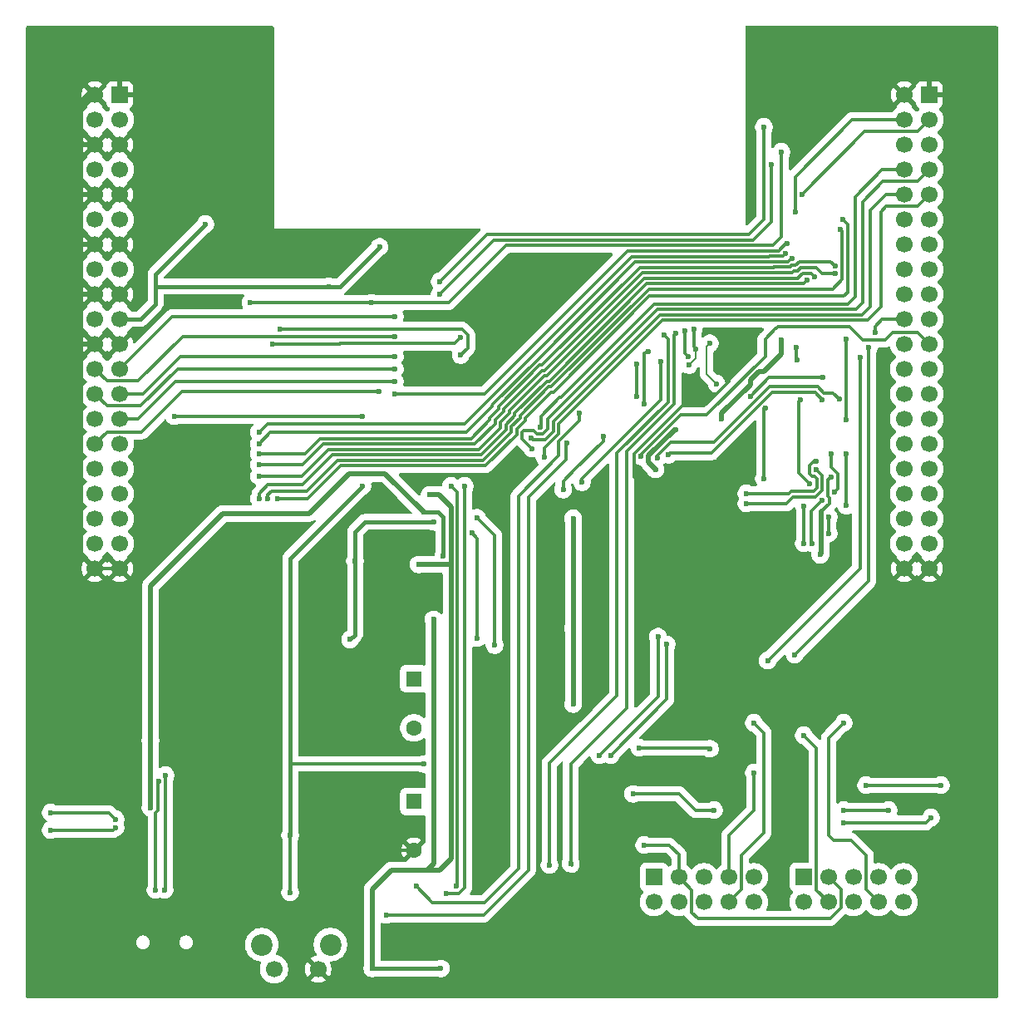
<source format=gbl>
%TF.GenerationSoftware,KiCad,Pcbnew,9.0.5-9.0.5~ubuntu25.04.1*%
%TF.CreationDate,2025-10-12T20:46:25+02:00*%
%TF.ProjectId,CPU,4350552e-6b69-4636-9164-5f7063625858,rev?*%
%TF.SameCoordinates,Original*%
%TF.FileFunction,Copper,L2,Bot*%
%TF.FilePolarity,Positive*%
%FSLAX46Y46*%
G04 Gerber Fmt 4.6, Leading zero omitted, Abs format (unit mm)*
G04 Created by KiCad (PCBNEW 9.0.5-9.0.5~ubuntu25.04.1) date 2025-10-12 20:46:25*
%MOMM*%
%LPD*%
G01*
G04 APERTURE LIST*
%TA.AperFunction,ComponentPad*%
%ADD10R,1.600000X1.600000*%
%TD*%
%TA.AperFunction,ComponentPad*%
%ADD11C,1.600000*%
%TD*%
%TA.AperFunction,HeatsinkPad*%
%ADD12C,0.600000*%
%TD*%
%TA.AperFunction,ComponentPad*%
%ADD13R,1.700000X1.700000*%
%TD*%
%TA.AperFunction,ComponentPad*%
%ADD14C,1.700000*%
%TD*%
%TA.AperFunction,ComponentPad*%
%ADD15C,2.200000*%
%TD*%
%TA.AperFunction,ViaPad*%
%ADD16C,0.600000*%
%TD*%
%TA.AperFunction,Conductor*%
%ADD17C,0.500000*%
%TD*%
%TA.AperFunction,Conductor*%
%ADD18C,0.350000*%
%TD*%
%TA.AperFunction,Conductor*%
%ADD19C,0.400000*%
%TD*%
%TA.AperFunction,Conductor*%
%ADD20C,0.200000*%
%TD*%
%TA.AperFunction,Conductor*%
%ADD21C,0.300000*%
%TD*%
G04 APERTURE END LIST*
D10*
%TO.P,C201,1*%
%TO.N,Net-(C201-Pad1)*%
X165000000Y-121500000D03*
D11*
%TO.P,C201,2*%
%TO.N,Net-(C201-Pad2)*%
X165000000Y-126500000D03*
%TD*%
D12*
%TO.P,U401,39,GND*%
%TO.N,GND*%
X172545000Y-83727500D03*
X172545000Y-85252500D03*
X173307500Y-82965000D03*
X173307500Y-84490000D03*
X173307500Y-86015000D03*
X174070000Y-83727500D03*
X174070000Y-85252500D03*
X174832500Y-82965000D03*
X174832500Y-84490000D03*
X174832500Y-86015000D03*
X175595000Y-83727500D03*
X175595000Y-85252500D03*
%TD*%
D13*
%TO.P,J602,1,Pin_1*%
%TO.N,Net-(J602-Pin_1)*%
X189464000Y-141695000D03*
D14*
%TO.P,J602,2,Pin_2*%
%TO.N,Net-(J602-Pin_2)*%
X189464000Y-144235000D03*
%TO.P,J602,3,Pin_3*%
%TO.N,Net-(J601-Pin_3)*%
X192004000Y-141695000D03*
%TO.P,J602,4,Pin_4*%
%TO.N,Net-(J602-Pin_4)*%
X192004000Y-144235000D03*
%TO.P,J602,5,Pin_5*%
%TO.N,Net-(J602-Pin_5)*%
X194544000Y-141695000D03*
%TO.P,J602,6,Pin_6*%
%TO.N,Net-(J602-Pin_6)*%
X194544000Y-144235000D03*
%TO.P,J602,7,Pin_7*%
%TO.N,Net-(J602-Pin_7)*%
X197084000Y-141695000D03*
%TO.P,J602,8,Pin_8*%
%TO.N,Net-(J602-Pin_8)*%
X197084000Y-144235000D03*
%TO.P,J602,9,Pin_9*%
%TO.N,Net-(J601-Pin_9)*%
X199624000Y-141695000D03*
%TO.P,J602,10,Pin_10*%
%TO.N,Net-(J602-Pin_10)*%
X199624000Y-144235000D03*
%TD*%
D15*
%TO.P,SW102,*%
%TO.N,*%
X156500000Y-148575000D03*
X149500000Y-148575000D03*
D14*
%TO.P,SW102,1,1*%
%TO.N,GND*%
X155250000Y-151075000D03*
%TO.P,SW102,2,2*%
%TO.N,/RESET*%
X150750000Y-151075000D03*
%TD*%
D10*
%TO.P,C202,1*%
%TO.N,Net-(C201-Pad2)*%
X165000000Y-134000000D03*
D11*
%TO.P,C202,2*%
%TO.N,GND*%
X165000000Y-139000000D03*
%TD*%
D13*
%TO.P,J501,1,Pin_1*%
%TO.N,GND*%
X135040000Y-62000000D03*
D14*
%TO.P,J501,2,Pin_2*%
X132500000Y-62000000D03*
%TO.P,J501,3,Pin_3*%
%TO.N,+BATT*%
X135040000Y-64540000D03*
%TO.P,J501,4,Pin_4*%
X132500000Y-64540000D03*
%TO.P,J501,5,Pin_5*%
%TO.N,GND*%
X135040000Y-67080000D03*
%TO.P,J501,6,Pin_6*%
X132500000Y-67080000D03*
%TO.P,J501,7,Pin_7*%
%TO.N,+12V*%
X135040000Y-69620000D03*
%TO.P,J501,8,Pin_8*%
X132500000Y-69620000D03*
%TO.P,J501,9,Pin_9*%
%TO.N,GND*%
X135040000Y-72160000D03*
%TO.P,J501,10,Pin_10*%
X132500000Y-72160000D03*
%TO.P,J501,11,Pin_11*%
%TO.N,+5VA*%
X135040000Y-74700000D03*
%TO.P,J501,12,Pin_12*%
X132500000Y-74700000D03*
%TO.P,J501,13,Pin_13*%
%TO.N,GND*%
X135040000Y-77240000D03*
%TO.P,J501,14,Pin_14*%
X132500000Y-77240000D03*
%TO.P,J501,15,Pin_15*%
%TO.N,+5VD*%
X135040000Y-79780000D03*
%TO.P,J501,16,Pin_16*%
X132500000Y-79780000D03*
%TO.P,J501,17,Pin_17*%
%TO.N,GND*%
X135040000Y-82320000D03*
%TO.P,J501,18,Pin_18*%
X132500000Y-82320000D03*
%TO.P,J501,19,Pin_19*%
%TO.N,+3.3V*%
X135040000Y-84860000D03*
%TO.P,J501,20,Pin_20*%
X132500000Y-84860000D03*
%TO.P,J501,21,Pin_21*%
%TO.N,GND*%
X135040000Y-87400000D03*
%TO.P,J501,22,Pin_22*%
X132500000Y-87400000D03*
%TO.P,J501,23,Pin_23*%
%TO.N,/PWM0*%
X135040000Y-89940000D03*
%TO.P,J501,24,Pin_24*%
%TO.N,/PWM1*%
X132500000Y-89940000D03*
%TO.P,J501,25,Pin_25*%
%TO.N,/PWM2*%
X135040000Y-92480000D03*
%TO.P,J501,26,Pin_26*%
%TO.N,/PWM3*%
X132500000Y-92480000D03*
%TO.P,J501,27,Pin_27*%
%TO.N,/PWM4*%
X135040000Y-95020000D03*
%TO.P,J501,28,Pin_28*%
%TO.N,/CMOS_BUS/INT0*%
X132500000Y-95020000D03*
%TO.P,J501,29,Pin_29*%
%TO.N,/CMOS_BUS/INT1*%
X135040000Y-97560000D03*
%TO.P,J501,30,Pin_30*%
%TO.N,/IO8*%
X132500000Y-97560000D03*
%TO.P,J501,31,Pin_31*%
%TO.N,/IO0*%
X135040000Y-100100000D03*
%TO.P,J501,32,Pin_32*%
%TO.N,/IO1*%
X132500000Y-100100000D03*
%TO.P,J501,33,Pin_33*%
%TO.N,/IO2*%
X135040000Y-102640000D03*
%TO.P,J501,34,Pin_34*%
%TO.N,/IO3*%
X132500000Y-102640000D03*
%TO.P,J501,35,Pin_35*%
%TO.N,/IO4*%
X135040000Y-105180000D03*
%TO.P,J501,36,Pin_36*%
%TO.N,/IO5*%
X132500000Y-105180000D03*
%TO.P,J501,37,Pin_37*%
%TO.N,/IO6*%
X135040000Y-107720000D03*
%TO.P,J501,38,Pin_38*%
%TO.N,/IO7*%
X132500000Y-107720000D03*
%TO.P,J501,39,Pin_39*%
%TO.N,GND*%
X135040000Y-110260000D03*
%TO.P,J501,40,Pin_40*%
X132500000Y-110260000D03*
%TD*%
D13*
%TO.P,J601,1,Pin_1*%
%TO.N,/SEVEN SEGMENTS/F34*%
X204704000Y-141695000D03*
D14*
%TO.P,J601,2,Pin_2*%
%TO.N,/SEVEN SEGMENTS/E34*%
X204704000Y-144235000D03*
%TO.P,J601,3,Pin_3*%
%TO.N,Net-(J601-Pin_3)*%
X207244000Y-141695000D03*
%TO.P,J601,4,Pin_4*%
%TO.N,/SEVEN SEGMENTS/D34*%
X207244000Y-144235000D03*
%TO.P,J601,5,Pin_5*%
%TO.N,/SEVEN SEGMENTS/B34*%
X209784000Y-141695000D03*
%TO.P,J601,6,Pin_6*%
%TO.N,/SEVEN SEGMENTS/C34*%
X209784000Y-144235000D03*
%TO.P,J601,7,Pin_7*%
%TO.N,/SEVEN SEGMENTS/A34*%
X212324000Y-141695000D03*
%TO.P,J601,8,Pin_8*%
%TO.N,/SEVEN SEGMENTS/G34*%
X212324000Y-144235000D03*
%TO.P,J601,9,Pin_9*%
%TO.N,Net-(J601-Pin_9)*%
X214864000Y-141695000D03*
%TO.P,J601,10,Pin_10*%
%TO.N,/SEVEN SEGMENTS/P34*%
X214864000Y-144235000D03*
%TD*%
D13*
%TO.P,J502,1,Pin_1*%
%TO.N,GND*%
X217500000Y-62000000D03*
D14*
%TO.P,J502,2,Pin_2*%
X214960000Y-62000000D03*
%TO.P,J502,3,Pin_3*%
%TO.N,/T1CK*%
X217500000Y-64540000D03*
%TO.P,J502,4,Pin_4*%
%TO.N,/T2CK*%
X214960000Y-64540000D03*
%TO.P,J502,5,Pin_5*%
%TO.N,/CANH*%
X217500000Y-67080000D03*
%TO.P,J502,6,Pin_6*%
%TO.N,/CANL*%
X214960000Y-67080000D03*
%TO.P,J502,7,Pin_7*%
%TO.N,/SCK*%
X217500000Y-69620000D03*
%TO.P,J502,8,Pin_8*%
%TO.N,/SDI*%
X214960000Y-69620000D03*
%TO.P,J502,9,Pin_9*%
%TO.N,/SCS*%
X217500000Y-72160000D03*
%TO.P,J502,10,Pin_10*%
%TO.N,/SDO*%
X214960000Y-72160000D03*
%TO.P,J502,11,Pin_11*%
%TO.N,/RETRO*%
X217500000Y-74700000D03*
%TO.P,J502,12,Pin_12*%
%TO.N,/D0*%
X214960000Y-74700000D03*
%TO.P,J502,13,Pin_13*%
%TO.N,/D1*%
X217500000Y-77240000D03*
%TO.P,J502,14,Pin_14*%
%TO.N,/D2*%
X214960000Y-77240000D03*
%TO.P,J502,15,Pin_15*%
%TO.N,/D3*%
X217500000Y-79780000D03*
%TO.P,J502,16,Pin_16*%
%TO.N,/D4*%
X214960000Y-79780000D03*
%TO.P,J502,17,Pin_17*%
%TO.N,/D5*%
X217500000Y-82320000D03*
%TO.P,J502,18,Pin_18*%
%TO.N,/D6*%
X214960000Y-82320000D03*
%TO.P,J502,19,Pin_19*%
%TO.N,/D7*%
X217500000Y-84860000D03*
%TO.P,J502,20,Pin_20*%
%TO.N,/E*%
X214960000Y-84860000D03*
%TO.P,J502,21,Pin_21*%
%TO.N,/RS*%
X217500000Y-87400000D03*
%TO.P,J502,22,Pin_22*%
%TO.N,/RW*%
X214960000Y-87400000D03*
%TO.P,J502,23,Pin_23*%
%TO.N,/CMOS_BUS/UART-RX0*%
X217500000Y-89940000D03*
%TO.P,J502,24,Pin_24*%
%TO.N,/CMOS_BUS/UART-TX0*%
X214960000Y-89940000D03*
%TO.P,J502,25,Pin_25*%
%TO.N,/RX1*%
X217500000Y-92480000D03*
%TO.P,J502,26,Pin_26*%
%TO.N,/TX1*%
X214960000Y-92480000D03*
%TO.P,J502,27,Pin_27*%
%TO.N,/RX2*%
X217500000Y-95020000D03*
%TO.P,J502,28,Pin_28*%
%TO.N,/TX2*%
X214960000Y-95020000D03*
%TO.P,J502,29,Pin_29*%
%TO.N,/CMOS_BUS/UART-RX3*%
X217500000Y-97560000D03*
%TO.P,J502,30,Pin_30*%
%TO.N,/CMOS_BUS/UART-TX3*%
X214960000Y-97560000D03*
%TO.P,J502,31,Pin_31*%
%TO.N,/SDA0-E*%
X217500000Y-100100000D03*
%TO.P,J502,32,Pin_32*%
%TO.N,/SCL0-E*%
X214960000Y-100100000D03*
%TO.P,J502,33,Pin_33*%
%TO.N,/SDA1-E*%
X217500000Y-102640000D03*
%TO.P,J502,34,Pin_34*%
%TO.N,/SCL1-E*%
X214960000Y-102640000D03*
%TO.P,J502,35,Pin_35*%
%TO.N,/SDA2-E*%
X217500000Y-105180000D03*
%TO.P,J502,36,Pin_36*%
%TO.N,/SCL2-E*%
X214960000Y-105180000D03*
%TO.P,J502,37,Pin_37*%
%TO.N,/RESET*%
X217500000Y-107720000D03*
%TO.P,J502,38,Pin_38*%
%TO.N,/IO9*%
X214960000Y-107720000D03*
%TO.P,J502,39,Pin_39*%
%TO.N,GND*%
X217500000Y-110260000D03*
%TO.P,J502,40,Pin_40*%
X214960000Y-110260000D03*
%TD*%
D16*
%TO.N,GND*%
X153797000Y-143256000D03*
X144145000Y-123190000D03*
X191389000Y-101092000D03*
X155448000Y-123317000D03*
X173228000Y-127762000D03*
X139573000Y-72517000D03*
X183007000Y-121920000D03*
X210185000Y-129032000D03*
X173228000Y-134239000D03*
X206121000Y-111633000D03*
X193802000Y-109855000D03*
X178084000Y-146304000D03*
X203835000Y-114173000D03*
X161671000Y-123317000D03*
X175260000Y-79756000D03*
X186944000Y-149987000D03*
X173228000Y-121031000D03*
X207518000Y-119507000D03*
X130429000Y-147447000D03*
X196342000Y-86741000D03*
X132969000Y-120015000D03*
X177800000Y-139000000D03*
X171069000Y-90932000D03*
X147066000Y-143256000D03*
X175768000Y-144653000D03*
X197485000Y-147320000D03*
X183007000Y-109982000D03*
X217043000Y-140081000D03*
X146939000Y-75819000D03*
%TO.N,+5VD*%
X189619120Y-100164943D03*
X181229000Y-116332000D03*
X196372585Y-95043000D03*
X138176000Y-134620000D03*
X191694345Y-96112778D03*
X160782000Y-100584000D03*
X181229000Y-124079000D03*
X168000000Y-109000000D03*
X166000000Y-104500000D03*
X217678000Y-135636000D03*
X148361500Y-83159500D03*
X138176000Y-127762000D03*
X181229000Y-105156000D03*
X199300032Y-91260000D03*
X202438000Y-86958000D03*
X202438000Y-67818000D03*
X208788000Y-136144000D03*
X160655000Y-83185000D03*
%TO.N,+3.3V*%
X143764000Y-75184000D03*
X156337000Y-81534000D03*
X167750000Y-151000000D03*
X166624000Y-102743000D03*
X209042000Y-86868000D03*
X167005000Y-115443000D03*
X206398500Y-108862500D03*
X195834000Y-91440000D03*
X165481000Y-109855000D03*
X209042000Y-95123000D03*
X195137669Y-87319636D03*
X207467119Y-100907496D03*
X160750000Y-151000000D03*
X161500000Y-77500000D03*
%TO.N,/ESP32 Module/BOOT*%
X184277000Y-96774000D03*
X180213000Y-102235000D03*
%TO.N,/ESP32 Module/D+*%
X139700000Y-131318000D03*
X139610003Y-142999756D03*
%TO.N,/ESP32 Module/D-*%
X138684000Y-143002000D03*
X138976000Y-131967000D03*
%TO.N,/PWM4*%
X163068000Y-91186000D03*
%TO.N,/PWM3*%
X163068000Y-89916000D03*
%TO.N,/PWM1*%
X163068000Y-86614000D03*
%TO.N,/PWM0*%
X163068000Y-84582000D03*
%TO.N,/PWM2*%
X163068000Y-88646000D03*
%TO.N,/SCL2-E*%
X207264000Y-106680000D03*
X207264000Y-105003000D03*
%TO.N,/SDO*%
X176949648Y-96930343D03*
%TO.N,/SCL1-E*%
X206578737Y-103335691D03*
X207518000Y-98552000D03*
X205574003Y-107696000D03*
X207824449Y-102510748D03*
%TO.N,/SDA0-E*%
X198882000Y-102616000D03*
X205994000Y-99314000D03*
%TO.N,/SCK*%
X177038000Y-98044000D03*
%TO.N,/T2CK*%
X203835000Y-73914000D03*
%TO.N,/SDI*%
X177863500Y-95887000D03*
%TO.N,/SDA1-E*%
X204724000Y-103886000D03*
X209042000Y-103866000D03*
X204724000Y-107696000D03*
X209042000Y-98552000D03*
%TO.N,/SCS*%
X178308000Y-98933000D03*
%TO.N,/SDA*%
X169765000Y-88519000D03*
X192618657Y-86006506D03*
X151384000Y-85852000D03*
X192957573Y-88681644D03*
%TO.N,/SCL*%
X150622000Y-87376000D03*
X169765000Y-86762709D03*
X193732811Y-87886523D03*
X193022398Y-89529171D03*
X193495992Y-85884523D03*
%TO.N,/T1CK*%
X204560000Y-72136000D03*
%TO.N,/RX0*%
X191697454Y-86273775D03*
X180975000Y-140335000D03*
%TO.N,Net-(U402-CBUS0)*%
X134620000Y-136652000D03*
X128016000Y-136906000D03*
%TO.N,Net-(U402-CBUS1)*%
X128016000Y-135128000D03*
X134620000Y-135801997D03*
%TO.N,/TX0*%
X178816000Y-140462000D03*
X190495555Y-86505015D03*
%TO.N,/SEVEN SEGMENTS/D34*%
X204724000Y-127254000D03*
%TO.N,/SEVEN SEGMENTS/G34*%
X208788000Y-125984000D03*
%TO.N,/SCL1*%
X204397841Y-93054000D03*
X187668000Y-89404687D03*
X205311000Y-101600000D03*
X187706000Y-92710000D03*
%TO.N,/SDA1*%
X188438463Y-93534515D03*
X200660000Y-101092000D03*
X188876630Y-88159675D03*
X200784810Y-93960106D03*
%TO.N,/RX1*%
X199263000Y-92710000D03*
X206629000Y-90805000D03*
%TO.N,/SEVEN SEGMENTS/P34*%
X218694000Y-132334000D03*
X211074000Y-132334000D03*
%TO.N,/ESP32 Module/CAN-RX*%
X201422000Y-69088000D03*
X167640000Y-82296000D03*
%TO.N,Net-(J601-Pin_3)*%
X188468000Y-138430000D03*
%TO.N,/TX2*%
X206596716Y-93047787D03*
X190894139Y-98680752D03*
%TO.N,/ESP32 Module/CAN-TX*%
X167640000Y-81026000D03*
X200660000Y-65278000D03*
%TO.N,/RX2*%
X208317000Y-93024231D03*
X189790519Y-99006554D03*
%TO.N,Net-(J602-Pin_8)*%
X199644000Y-125984000D03*
%TO.N,Net-(J602-Pin_2)*%
X195168298Y-128620298D03*
X187960000Y-128524000D03*
%TO.N,/SCL-5V*%
X171450000Y-117348000D03*
X211328000Y-87757000D03*
X183896000Y-129286000D03*
X203793750Y-119040250D03*
X189865000Y-117209000D03*
X203998689Y-89042000D03*
X170905000Y-106633645D03*
X203993200Y-87742000D03*
%TO.N,/D6*%
X149225000Y-97536000D03*
X203568179Y-78664353D03*
%TO.N,/D4*%
X207894000Y-80242540D03*
X149225000Y-99695000D03*
%TO.N,/D7*%
X149225000Y-96393000D03*
X202848938Y-78211368D03*
%TO.N,/RESET*%
X159766000Y-101854000D03*
X140589000Y-94742000D03*
X152400000Y-137414000D03*
X165989000Y-130175000D03*
X152400000Y-143256000D03*
X159750000Y-94742000D03*
%TO.N,/D2*%
X149225000Y-103124000D03*
X205063880Y-80864652D03*
%TO.N,/RW*%
X163068000Y-92456000D03*
X203018000Y-77143000D03*
%TO.N,/E*%
X182118000Y-101473000D03*
X211963000Y-86233000D03*
X190119000Y-89154000D03*
%TO.N,/D3*%
X205838438Y-80514562D03*
X149225000Y-100838000D03*
%TO.N,/RS*%
X188118002Y-98837633D03*
%TO.N,/D5*%
X149225000Y-98552000D03*
X207894000Y-79427153D03*
%TO.N,/D0*%
X151130000Y-103124000D03*
X208661000Y-74700000D03*
%TO.N,/D1*%
X208444000Y-75690772D03*
X150114000Y-103124000D03*
%TO.N,/IO8*%
X161417000Y-92202000D03*
%TO.N,/SDA-5V*%
X167000000Y-105500000D03*
X190754000Y-117983000D03*
X210439000Y-88773000D03*
X201041000Y-119634000D03*
X171450000Y-105095000D03*
X159000000Y-109500000D03*
X158500000Y-117500000D03*
X185039000Y-129286000D03*
X173228000Y-118073000D03*
%TO.N,Net-(U401-IO2)*%
X162179000Y-145542000D03*
X180595665Y-97479909D03*
%TO.N,Net-(U401-IO4)*%
X181869068Y-94412691D03*
X165227000Y-142621000D03*
%TO.N,Net-(U401-IO35)*%
X170180000Y-101854000D03*
X168275000Y-143383000D03*
%TO.N,Net-(U401-IO12)*%
X169291000Y-142621000D03*
X168783000Y-101854000D03*
%TO.N,Net-(J602-Pin_7)*%
X199644000Y-131064000D03*
%TO.N,Net-(Q601-B)*%
X213360000Y-134874000D03*
X208788000Y-134874000D03*
%TO.N,Net-(Q602-B)*%
X187325000Y-133223000D03*
X195580000Y-134874000D03*
%TO.N,/SCL0-E*%
X205994000Y-100164003D03*
X198882000Y-103632000D03*
%TD*%
D17*
%TO.N,GND*%
X131064000Y-72136000D02*
X131064000Y-77216000D01*
X131088000Y-72160000D02*
X131064000Y-72136000D01*
D18*
X153797000Y-143256000D02*
X158053000Y-139000000D01*
D17*
X146939000Y-75819000D02*
X143637000Y-72517000D01*
D18*
X197104000Y-91186000D02*
X196977000Y-91313000D01*
D17*
X131064000Y-66802000D02*
X131064000Y-72136000D01*
D18*
X190627000Y-101346000D02*
X191135000Y-101346000D01*
D17*
X131088000Y-82320000D02*
X131064000Y-82296000D01*
D18*
X187706000Y-101219000D02*
X187833000Y-101346000D01*
D17*
X131064000Y-62738000D02*
X131064000Y-66802000D01*
D18*
X191135000Y-101346000D02*
X191389000Y-101092000D01*
D17*
X131088000Y-87400000D02*
X131064000Y-87376000D01*
X131064000Y-82296000D02*
X131064000Y-87376000D01*
D18*
X187833000Y-101346000D02*
X190627000Y-101346000D01*
D17*
X131064000Y-77216000D02*
X131064000Y-82296000D01*
D18*
X192786000Y-147320000D02*
X197485000Y-147320000D01*
D17*
X131342000Y-67080000D02*
X131064000Y-66802000D01*
X132500000Y-77240000D02*
X131088000Y-77240000D01*
X132500000Y-72160000D02*
X131088000Y-72160000D01*
X131064000Y-87376000D02*
X131064000Y-108824000D01*
X132500000Y-82320000D02*
X131088000Y-82320000D01*
D18*
X197104000Y-90297000D02*
X197104000Y-91186000D01*
X191770000Y-146304000D02*
X192786000Y-147320000D01*
D17*
X183007000Y-124460000D02*
X177800000Y-129667000D01*
X131088000Y-77240000D02*
X131064000Y-77216000D01*
X132500000Y-62000000D02*
X131802000Y-62000000D01*
D18*
X194818000Y-93472000D02*
X194183000Y-93472000D01*
D17*
X143637000Y-72517000D02*
X139573000Y-72517000D01*
D18*
X196342000Y-89535000D02*
X197104000Y-90297000D01*
X187442002Y-100955002D02*
X187706000Y-101219000D01*
D17*
X132500000Y-87400000D02*
X131088000Y-87400000D01*
X132500000Y-67080000D02*
X131342000Y-67080000D01*
D18*
X135040000Y-110260000D02*
X132500000Y-110260000D01*
D17*
X177800000Y-129667000D02*
X177800000Y-139000000D01*
D18*
X194183000Y-93472000D02*
X192527626Y-93472000D01*
D17*
X183007000Y-121920000D02*
X183007000Y-124460000D01*
X183007000Y-121920000D02*
X183007000Y-109982000D01*
D18*
X187442002Y-98557624D02*
X187442002Y-100955002D01*
X178084000Y-146304000D02*
X191770000Y-146304000D01*
X196977000Y-91313000D02*
X194818000Y-93472000D01*
X158053000Y-139000000D02*
X165000000Y-139000000D01*
D17*
X131064000Y-108824000D02*
X132500000Y-110260000D01*
D18*
X192527626Y-93472000D02*
X187442002Y-98557624D01*
D17*
X131802000Y-62000000D02*
X131064000Y-62738000D01*
D18*
X196342000Y-86741000D02*
X196342000Y-89535000D01*
%TO.N,+5VD*%
X202438000Y-76454000D02*
X201549000Y-77343000D01*
D17*
X162084000Y-100584000D02*
X160782000Y-100584000D01*
D18*
X208788000Y-136144000D02*
X217170000Y-136144000D01*
D17*
X166000000Y-104500000D02*
X162084000Y-100584000D01*
D19*
X168000000Y-105000000D02*
X167500000Y-104500000D01*
X160782000Y-100584000D02*
X160915000Y-100584000D01*
D17*
X199300032Y-91260000D02*
X199300032Y-91027084D01*
X188918002Y-98747700D02*
X188918002Y-99463825D01*
D18*
X174371000Y-77343000D02*
X168529000Y-83185000D01*
D19*
X167500000Y-104500000D02*
X166000000Y-104500000D01*
D18*
X148387000Y-83185000D02*
X148361500Y-83159500D01*
D17*
X202438000Y-88382694D02*
X202438000Y-86958000D01*
X199300032Y-91027084D02*
X200147116Y-90180000D01*
X158369000Y-100584000D02*
X154305000Y-104648000D01*
X149860000Y-104648000D02*
X145542000Y-104648000D01*
D18*
X217170000Y-136144000D02*
X217678000Y-135636000D01*
D17*
X199300032Y-91520662D02*
X199300032Y-91260000D01*
X149860000Y-104648000D02*
X154305000Y-104648000D01*
D19*
X168000000Y-109000000D02*
X168000000Y-105000000D01*
D18*
X202438000Y-67818000D02*
X202438000Y-76454000D01*
D17*
X188918002Y-99463825D02*
X189619120Y-100164943D01*
X160782000Y-100584000D02*
X158369000Y-100584000D01*
D18*
X168529000Y-83185000D02*
X148387000Y-83185000D01*
D17*
X196372585Y-95043000D02*
X196372585Y-94448109D01*
D18*
X138176000Y-127762000D02*
X138176000Y-134620000D01*
D17*
X181229000Y-116332000D02*
X181229000Y-105156000D01*
X191552924Y-96112778D02*
X188918002Y-98747700D01*
D18*
X201549000Y-77343000D02*
X174371000Y-77343000D01*
D17*
X145542000Y-104648000D02*
X138176000Y-112014000D01*
X196372585Y-94448109D02*
X199300032Y-91520662D01*
X191694345Y-96112778D02*
X191552924Y-96112778D01*
D18*
X138176000Y-127762000D02*
X138176000Y-112014000D01*
D17*
X200147116Y-90180000D02*
X200640694Y-90180000D01*
X200640694Y-90180000D02*
X202438000Y-88382694D01*
X138176000Y-112014000D02*
X138176000Y-134620000D01*
X181229000Y-116332000D02*
X181229000Y-124079000D01*
%TO.N,+3.3V*%
X165481000Y-109855000D02*
X168475702Y-109855000D01*
X167640000Y-140970000D02*
X168783000Y-139827000D01*
D19*
X138684000Y-83312000D02*
X137136000Y-84860000D01*
D20*
X195834000Y-91440000D02*
X194818000Y-90424000D01*
D17*
X167005000Y-140335000D02*
X166370000Y-140970000D01*
D19*
X137136000Y-84860000D02*
X135040000Y-84860000D01*
D17*
X167005000Y-115443000D02*
X167005000Y-140335000D01*
D19*
X138684000Y-81534000D02*
X138684000Y-83312000D01*
D20*
X194818000Y-90424000D02*
X194818000Y-87639305D01*
D17*
X167518116Y-102743000D02*
X166624000Y-102743000D01*
D19*
X138684000Y-80264000D02*
X138684000Y-81534000D01*
D18*
X206502000Y-104437733D02*
X207303737Y-103635996D01*
D20*
X194818000Y-87639305D02*
X195137669Y-87319636D01*
D19*
X138684000Y-81534000D02*
X156337000Y-81534000D01*
D17*
X160750000Y-142907000D02*
X160750000Y-151000000D01*
X162687000Y-140970000D02*
X160750000Y-142907000D01*
D19*
X160750000Y-151000000D02*
X167750000Y-151000000D01*
D17*
X206502000Y-108759000D02*
X206502000Y-104437733D01*
X166370000Y-140970000D02*
X162687000Y-140970000D01*
X206398500Y-108862500D02*
X206502000Y-108759000D01*
X168783000Y-104007884D02*
X167518116Y-102743000D01*
D18*
X207303737Y-103635996D02*
X207303737Y-103035386D01*
X209042000Y-95123000D02*
X209042000Y-86868000D01*
X207136000Y-101238615D02*
X207467119Y-100907496D01*
D17*
X168783000Y-139827000D02*
X168783000Y-109590298D01*
D18*
X207136000Y-102867649D02*
X207136000Y-101238615D01*
D19*
X157466000Y-81534000D02*
X161500000Y-77500000D01*
D17*
X168475702Y-109855000D02*
X168497000Y-109876298D01*
X168783000Y-109590298D02*
X168783000Y-104007884D01*
D19*
X156337000Y-81534000D02*
X157466000Y-81534000D01*
D18*
X207303737Y-103035386D02*
X207136000Y-102867649D01*
D19*
X143764000Y-75184000D02*
X138684000Y-80264000D01*
D17*
X162687000Y-140970000D02*
X167640000Y-140970000D01*
D18*
%TO.N,/ESP32 Module/BOOT*%
X180213000Y-102235000D02*
X180213000Y-101346000D01*
X180213000Y-101346000D02*
X181356000Y-100203000D01*
X181356000Y-100203000D02*
X184277000Y-97282000D01*
X184277000Y-97282000D02*
X184277000Y-96774000D01*
%TO.N,/ESP32 Module/D+*%
X139700000Y-131318000D02*
X139700000Y-142909759D01*
X139700000Y-142909759D02*
X139610003Y-142999756D01*
%TO.N,/ESP32 Module/D-*%
X138684000Y-143002000D02*
X138684000Y-135137305D01*
X138901000Y-132042000D02*
X138976000Y-131967000D01*
X138684000Y-135137305D02*
X138901000Y-134920305D01*
X138901000Y-134920305D02*
X138901000Y-132042000D01*
%TO.N,/PWM4*%
X140716000Y-91186000D02*
X136882000Y-95020000D01*
X163068000Y-91186000D02*
X140716000Y-91186000D01*
X136882000Y-95020000D02*
X135040000Y-95020000D01*
%TO.N,/PWM3*%
X137180000Y-93706000D02*
X140970000Y-89916000D01*
X133726000Y-93706000D02*
X137180000Y-93706000D01*
X132500000Y-92480000D02*
X133726000Y-93706000D01*
X140970000Y-89916000D02*
X163068000Y-89916000D01*
%TO.N,/PWM1*%
X133726000Y-91166000D02*
X132500000Y-89940000D01*
X136926000Y-91166000D02*
X133726000Y-91166000D01*
X163068000Y-86614000D02*
X141478000Y-86614000D01*
X141478000Y-86614000D02*
X136926000Y-91166000D01*
%TO.N,/PWM0*%
X135040000Y-89940000D02*
X140398000Y-84582000D01*
X140398000Y-84582000D02*
X163068000Y-84582000D01*
%TO.N,/PWM2*%
X137668000Y-92202000D02*
X141224000Y-88646000D01*
X135040000Y-92480000D02*
X137390000Y-92480000D01*
X137390000Y-92480000D02*
X137668000Y-92202000D01*
X141224000Y-88646000D02*
X163068000Y-88646000D01*
%TO.N,/SCL2-E*%
X207264000Y-106680000D02*
X207264000Y-105003000D01*
%TO.N,/SDO*%
X177131305Y-97112000D02*
X176949648Y-96930343D01*
X179202000Y-95276636D02*
X179202000Y-96292635D01*
X211455000Y-83566000D02*
X210608000Y-84413000D01*
X190065636Y-84413000D02*
X179202000Y-95276636D01*
X210608000Y-84413000D02*
X190065636Y-84413000D01*
X178382635Y-97112000D02*
X177131305Y-97112000D01*
X214960000Y-72160000D02*
X213082000Y-72160000D01*
X211455000Y-73787000D02*
X211455000Y-83566000D01*
X179202000Y-96292635D02*
X178382635Y-97112000D01*
X213082000Y-72160000D02*
X211455000Y-73787000D01*
%TO.N,/SCL1-E*%
X208192119Y-100607191D02*
X208192119Y-102143078D01*
X205486000Y-107607997D02*
X205486000Y-104428428D01*
X207518000Y-99933072D02*
X208192119Y-100607191D01*
X205574003Y-107696000D02*
X205486000Y-107607997D01*
X205486000Y-104428428D02*
X206578737Y-103335691D01*
X208192119Y-102143078D02*
X207824449Y-102510748D01*
X207518000Y-98552000D02*
X207518000Y-99933072D01*
%TO.N,/SDA0-E*%
X203454000Y-102362000D02*
X205749305Y-102362000D01*
X205274000Y-99795817D02*
X205755817Y-99314000D01*
X206036000Y-102075305D02*
X206036000Y-101124695D01*
X205755817Y-99314000D02*
X205994000Y-99314000D01*
X205274000Y-100610182D02*
X205274000Y-99795817D01*
X205786305Y-100875000D02*
X205538818Y-100875000D01*
X206036000Y-101124695D02*
X205786305Y-100875000D01*
X205749305Y-102362000D02*
X206036000Y-102075305D01*
X203200000Y-102616000D02*
X203454000Y-102362000D01*
X198882000Y-102616000D02*
X203200000Y-102616000D01*
X205538818Y-100875000D02*
X205274000Y-100610182D01*
%TO.N,/SCK*%
X178638061Y-95062757D02*
X178638061Y-96078756D01*
X210693000Y-72898000D02*
X210693000Y-83185000D01*
X177191183Y-96181000D02*
X176193000Y-96181000D01*
X178154817Y-96562000D02*
X177572183Y-96562000D01*
X212745000Y-70846000D02*
X210693000Y-72898000D01*
X176022000Y-96352000D02*
X176022000Y-97028000D01*
X210693000Y-83185000D02*
X210016000Y-83862000D01*
X176022000Y-97028000D02*
X177038000Y-98044000D01*
X178638061Y-96078756D02*
X178154817Y-96562000D01*
X177572183Y-96562000D02*
X177191183Y-96181000D01*
X216274000Y-70846000D02*
X212745000Y-70846000D01*
X189838818Y-83862000D02*
X178638061Y-95062757D01*
X176193000Y-96181000D02*
X176022000Y-96352000D01*
X217500000Y-69620000D02*
X216274000Y-70846000D01*
X210016000Y-83862000D02*
X189838818Y-83862000D01*
%TO.N,/T2CK*%
X203835000Y-70358000D02*
X209653000Y-64540000D01*
X209653000Y-64540000D02*
X214960000Y-64540000D01*
X203835000Y-73914000D02*
X203835000Y-70358000D01*
%TO.N,/SDI*%
X177927000Y-95950500D02*
X177863500Y-95887000D01*
X212701000Y-69620000D02*
X209931000Y-72390000D01*
X179959000Y-92837000D02*
X179832000Y-92837000D01*
X209931000Y-72390000D02*
X209931000Y-82550000D01*
X189484000Y-83312000D02*
X179959000Y-92837000D01*
X209931000Y-82550000D02*
X209169000Y-83312000D01*
X214960000Y-69620000D02*
X212701000Y-69620000D01*
X177927000Y-94742000D02*
X177927000Y-95950500D01*
X179832000Y-92837000D02*
X177927000Y-94742000D01*
X209169000Y-83312000D02*
X189484000Y-83312000D01*
%TO.N,/SDA1-E*%
X204724000Y-107696000D02*
X204724000Y-103886000D01*
X209042000Y-98552000D02*
X209042000Y-103866000D01*
%TO.N,/SCS*%
X190293454Y-84963000D02*
X179752000Y-95504454D01*
X216274000Y-73386000D02*
X213126000Y-73386000D01*
X217500000Y-72160000D02*
X216274000Y-73386000D01*
X179752000Y-95504454D02*
X179752000Y-96520452D01*
X213126000Y-73386000D02*
X212598000Y-73914000D01*
X178308000Y-97964452D02*
X178308000Y-98933000D01*
X212598000Y-73914000D02*
X212598000Y-83566000D01*
X211201000Y-84963000D02*
X190293454Y-84963000D01*
X179752000Y-96520452D02*
X178308000Y-97964452D01*
X212598000Y-83566000D02*
X211201000Y-84963000D01*
%TO.N,/SDA*%
X192957573Y-88681644D02*
X192589808Y-88313879D01*
D21*
X169879596Y-85852000D02*
X170490000Y-86462404D01*
D18*
X192589808Y-86035355D02*
X192618657Y-86006506D01*
D21*
X170490000Y-86462404D02*
X170490000Y-87794000D01*
D18*
X192589808Y-88313879D02*
X192589808Y-86035355D01*
D21*
X151384000Y-85852000D02*
X169879596Y-85852000D01*
X170490000Y-87794000D02*
X169765000Y-88519000D01*
%TO.N,/SCL*%
X157443000Y-87376000D02*
X157480000Y-87339000D01*
X150622000Y-87376000D02*
X157443000Y-87376000D01*
D20*
X193732811Y-88818758D02*
X193732811Y-87886523D01*
X193022398Y-89529171D02*
X193732811Y-88818758D01*
D18*
X193495992Y-85884523D02*
X193495992Y-87649704D01*
X157480000Y-87339000D02*
X169188709Y-87339000D01*
X193495992Y-87649704D02*
X193732811Y-87886523D01*
X169188709Y-87339000D02*
X169765000Y-86762709D01*
%TO.N,/T1CK*%
X204560000Y-72136000D02*
X210930000Y-65766000D01*
X216274000Y-65766000D02*
X217500000Y-64540000D01*
X210930000Y-65766000D02*
X216274000Y-65766000D01*
%TO.N,/RX0*%
X180975000Y-130175000D02*
X186690000Y-124460000D01*
X186690000Y-98282182D02*
X191516000Y-93456182D01*
X186690000Y-124460000D02*
X186690000Y-98282182D01*
X181102000Y-140462000D02*
X180975000Y-140335000D01*
X191516000Y-86455229D02*
X191697454Y-86273775D01*
X191516000Y-93456182D02*
X191516000Y-86455229D01*
X180975000Y-140335000D02*
X180975000Y-130175000D01*
%TO.N,Net-(U402-CBUS0)*%
X134620000Y-136652000D02*
X134366000Y-136906000D01*
X134366000Y-136906000D02*
X128016000Y-136906000D01*
%TO.N,Net-(U402-CBUS1)*%
X133946003Y-135128000D02*
X134620000Y-135801997D01*
X128016000Y-135128000D02*
X133946003Y-135128000D01*
%TO.N,/TX0*%
X183557000Y-125322818D02*
X181456818Y-127423000D01*
X181456818Y-127423000D02*
X181441000Y-127423000D01*
X181441000Y-127423000D02*
X178816000Y-130048000D01*
X190881000Y-93313364D02*
X185674000Y-98520364D01*
X185674000Y-98520364D02*
X185674000Y-123190000D01*
X190495555Y-86505015D02*
X190881000Y-86890460D01*
X190881000Y-86890460D02*
X190881000Y-93313364D01*
X185674000Y-123190000D02*
X183557000Y-125307000D01*
X178816000Y-130048000D02*
X178816000Y-140462000D01*
X183557000Y-125307000D02*
X183557000Y-125322818D01*
%TO.N,/SEVEN SEGMENTS/D34*%
X206018000Y-133350000D02*
X206018000Y-128548000D01*
X206018000Y-143009000D02*
X206018000Y-133350000D01*
X206018000Y-128548000D02*
X204724000Y-127254000D01*
X207244000Y-144235000D02*
X206018000Y-143009000D01*
%TO.N,/SEVEN SEGMENTS/G34*%
X209550000Y-137922000D02*
X209296000Y-137922000D01*
X209296000Y-137922000D02*
X207772000Y-137922000D01*
X207264000Y-130556000D02*
X207264000Y-127508000D01*
X212324000Y-144235000D02*
X211074000Y-142985000D01*
X207772000Y-137922000D02*
X207264000Y-137414000D01*
X207264000Y-137414000D02*
X207264000Y-131064000D01*
X211074000Y-139446000D02*
X209550000Y-137922000D01*
X207264000Y-127508000D02*
X208788000Y-125984000D01*
X207264000Y-131064000D02*
X207264000Y-130556000D01*
X211074000Y-142985000D02*
X211074000Y-139446000D01*
%TO.N,/SCL1*%
X187706000Y-92710000D02*
X187706000Y-89442687D01*
X204216000Y-100505000D02*
X204216000Y-93235841D01*
X204216000Y-93235841D02*
X204397841Y-93054000D01*
X187706000Y-89442687D02*
X187668000Y-89404687D01*
X205311000Y-101600000D02*
X204216000Y-100505000D01*
%TO.N,/SDA1*%
X188438463Y-88317000D02*
X188544282Y-88317000D01*
X188544282Y-88317000D02*
X188789119Y-88072164D01*
X188789119Y-88072164D02*
X188876630Y-88159675D01*
X188438463Y-93534515D02*
X188438463Y-88317000D01*
X200676150Y-93960106D02*
X200784810Y-93960106D01*
X200660000Y-101092000D02*
X200660000Y-93976256D01*
X200660000Y-93976256D02*
X200676150Y-93960106D01*
%TO.N,/RX1*%
X206629000Y-90805000D02*
X201168000Y-90805000D01*
X201168000Y-90805000D02*
X199263000Y-92710000D01*
%TO.N,/SEVEN SEGMENTS/P34*%
X211074000Y-132334000D02*
X218694000Y-132334000D01*
%TO.N,/ESP32 Module/CAN-RX*%
X173145000Y-76791000D02*
X199561000Y-76791000D01*
X201422000Y-69088000D02*
X201422000Y-74930000D01*
X201422000Y-74930000D02*
X199561000Y-76791000D01*
X173145000Y-76791000D02*
X167640000Y-82296000D01*
%TO.N,Net-(J601-Pin_3)*%
X193318000Y-145312000D02*
X193929000Y-145923000D01*
X193318000Y-143009000D02*
X193318000Y-145312000D01*
X207391000Y-145923000D02*
X208534000Y-144780000D01*
X208534000Y-144780000D02*
X208534000Y-142985000D01*
X192004000Y-139426000D02*
X192004000Y-141695000D01*
X208534000Y-142985000D02*
X207244000Y-141695000D01*
X191008000Y-138430000D02*
X192004000Y-139426000D01*
X192004000Y-141695000D02*
X193318000Y-143009000D01*
X193929000Y-145923000D02*
X207391000Y-145923000D01*
X188468000Y-138430000D02*
X191008000Y-138430000D01*
%TO.N,/TX2*%
X191122579Y-98452312D02*
X190894139Y-98680752D01*
X201459968Y-92322668D02*
X195330324Y-98452312D01*
X195330324Y-98452312D02*
X191122579Y-98452312D01*
X205871597Y-92322668D02*
X201459968Y-92322668D01*
X206596716Y-93047787D02*
X205871597Y-92322668D01*
%TO.N,/ESP32 Module/CAN-TX*%
X167640000Y-81026000D02*
X172425000Y-76241000D01*
X199095000Y-76241000D02*
X200660000Y-74676000D01*
X200660000Y-74676000D02*
X200660000Y-65278000D01*
X172425000Y-76241000D02*
X199095000Y-76241000D01*
%TO.N,/RX2*%
X208317000Y-93024231D02*
X207650552Y-92357783D01*
X206784783Y-92357783D02*
X206163000Y-91736000D01*
X207650552Y-92357783D02*
X206784783Y-92357783D01*
X189790519Y-98759067D02*
X189790519Y-99006554D01*
X201253000Y-91736000D02*
X195580000Y-97409000D01*
X195580000Y-97409000D02*
X191140586Y-97409000D01*
X191140586Y-97409000D02*
X189790519Y-98759067D01*
X206163000Y-91736000D02*
X201253000Y-91736000D01*
%TO.N,Net-(J602-Pin_8)*%
X200660000Y-127000000D02*
X200660000Y-137160000D01*
X199644000Y-125984000D02*
X200660000Y-127000000D01*
X200660000Y-137160000D02*
X198374000Y-139446000D01*
X198374000Y-142945000D02*
X197084000Y-144235000D01*
X198374000Y-139446000D02*
X198374000Y-142945000D01*
%TO.N,Net-(J602-Pin_2)*%
X195072000Y-128524000D02*
X195168298Y-128620298D01*
X187960000Y-128524000D02*
X195072000Y-128524000D01*
%TO.N,/SCL-5V*%
X203993200Y-89036511D02*
X203998689Y-89042000D01*
X211328000Y-111506000D02*
X203793750Y-119040250D01*
X171450000Y-107178645D02*
X170905000Y-106633645D01*
X203993200Y-87742000D02*
X203993200Y-89036511D01*
X189865000Y-123317000D02*
X189865000Y-117209000D01*
X171450000Y-117348000D02*
X171450000Y-107178645D01*
X183896000Y-129286000D02*
X189865000Y-123317000D01*
X211328000Y-87757000D02*
X211328000Y-111506000D01*
%TO.N,/D6*%
X173060000Y-93529277D02*
X173060000Y-93527861D01*
X160274000Y-96393000D02*
X170307000Y-96393000D01*
X203421258Y-78664353D02*
X203568179Y-78664353D01*
X173060000Y-93527861D02*
X177601865Y-88986000D01*
D21*
X149225000Y-97536000D02*
X150368000Y-96393000D01*
D18*
X203089615Y-78995996D02*
X203421258Y-78664353D01*
X172934000Y-93766000D02*
X172934000Y-93655277D01*
X177603277Y-88986000D02*
X187558654Y-79030623D01*
X172934000Y-93655277D02*
X173060000Y-93529277D01*
X201452085Y-78995998D02*
X203089615Y-78995996D01*
X201417460Y-79030623D02*
X201452085Y-78995998D01*
X187558654Y-79030623D02*
X201417460Y-79030623D01*
D21*
X150368000Y-96393000D02*
X160274000Y-96393000D01*
D18*
X177601865Y-88986000D02*
X177603277Y-88986000D01*
X170307000Y-96393000D02*
X172934000Y-93766000D01*
%TO.N,/D4*%
X173271000Y-95126498D02*
X173272000Y-95125498D01*
X173272000Y-95124085D02*
X174160000Y-94236085D01*
X201907727Y-80095996D02*
X203545251Y-80095996D01*
X178057499Y-90086000D02*
X178310085Y-90086000D01*
X174160000Y-94236085D02*
X174160000Y-93983497D01*
X173271000Y-95503000D02*
X173271000Y-95126498D01*
D21*
X149225000Y-99695000D02*
X153670000Y-99695000D01*
D18*
X188265445Y-80130639D02*
X201873084Y-80130639D01*
X173272000Y-95125498D02*
X173272000Y-95124085D01*
X174160000Y-93983497D02*
X178057499Y-90086000D01*
X201873084Y-80130639D02*
X201907727Y-80095996D01*
X204407655Y-79628000D02*
X205977182Y-79628000D01*
X206591722Y-80242540D02*
X207894000Y-80242540D01*
X171194000Y-97580000D02*
X173271000Y-95503000D01*
D21*
X155785000Y-97580000D02*
X159410354Y-97580000D01*
X153670000Y-99695000D02*
X155785000Y-97580000D01*
D18*
X205977182Y-79628000D02*
X206591722Y-80242540D01*
X203701894Y-79939353D02*
X204096301Y-79939353D01*
X178310085Y-90086000D02*
X188265445Y-80130639D01*
X203545251Y-80095996D02*
X203701894Y-79939353D01*
X204096301Y-79939353D02*
X204407655Y-79628000D01*
X159410354Y-97580000D02*
X171194000Y-97580000D01*
D21*
%TO.N,/D7*%
X170180000Y-95504000D02*
X187203376Y-78480624D01*
X201189642Y-78480624D02*
X201224268Y-78445998D01*
X150114000Y-95504000D02*
X170180000Y-95504000D01*
X201224268Y-78445998D02*
X202614309Y-78445997D01*
X149225000Y-96393000D02*
X150114000Y-95504000D01*
X202614309Y-78445997D02*
X202848938Y-78211368D01*
X187203376Y-78480624D02*
X201189642Y-78480624D01*
D18*
%TO.N,/RESET*%
X152400000Y-143256000D02*
X152400000Y-137414000D01*
D21*
X165989000Y-130175000D02*
X152527000Y-130175000D01*
D19*
X152400000Y-109220000D02*
X152400000Y-130048000D01*
D21*
X152527000Y-130175000D02*
X152400000Y-130048000D01*
D19*
X159766000Y-101854000D02*
X152400000Y-109220000D01*
D21*
X140589000Y-94742000D02*
X159750000Y-94742000D01*
D19*
X152400000Y-130048000D02*
X152400000Y-137414000D01*
D18*
%TO.N,/D2*%
X188722495Y-81230639D02*
X204697893Y-81230639D01*
X178767133Y-91186000D02*
X188722495Y-81230639D01*
D21*
X153675000Y-101727000D02*
X156718000Y-98684000D01*
X156718000Y-98684000D02*
X158953062Y-98684000D01*
D18*
X204697893Y-81230639D02*
X205063880Y-80864652D01*
D21*
X150114000Y-101727000D02*
X153675000Y-101727000D01*
D18*
X174371000Y-96153404D02*
X174371000Y-95582133D01*
X175260000Y-94439132D02*
X178513134Y-91186000D01*
D21*
X149225000Y-102616000D02*
X150114000Y-101727000D01*
D18*
X174371000Y-95582133D02*
X175260000Y-94693133D01*
D21*
X149225000Y-103124000D02*
X149225000Y-102616000D01*
D18*
X171840404Y-98684000D02*
X174371000Y-96153404D01*
X175260000Y-94693133D02*
X175260000Y-94439132D01*
X178513134Y-91186000D02*
X178767133Y-91186000D01*
X158953062Y-98684000D02*
X171840404Y-98684000D01*
%TO.N,/RW*%
X186737376Y-77930624D02*
X200961825Y-77930624D01*
X163068000Y-92456000D02*
X172212000Y-92456000D01*
X202892000Y-77143000D02*
X203018000Y-77143000D01*
X172212000Y-92456000D02*
X186737376Y-77930624D01*
X202139003Y-77895997D02*
X202892000Y-77143000D01*
X200961825Y-77930624D02*
X200996451Y-77895998D01*
X200996451Y-77895998D02*
X202139003Y-77895997D01*
%TO.N,/E*%
X190119000Y-89154000D02*
X190119000Y-93091000D01*
X214960000Y-84860000D02*
X212701000Y-84860000D01*
X190119000Y-93091000D02*
X182118000Y-101092000D01*
X182118000Y-101092000D02*
X182118000Y-101473000D01*
X212701000Y-84860000D02*
X211963000Y-85598000D01*
X211963000Y-85598000D02*
X211963000Y-86233000D01*
%TO.N,/D3*%
X188494677Y-80680639D02*
X178539315Y-90636000D01*
X174710000Y-94211315D02*
X174710000Y-94465315D01*
X174710000Y-94465315D02*
X173821000Y-95354316D01*
X173821000Y-95925586D02*
X171614586Y-98132000D01*
X205838438Y-80514562D02*
X205501876Y-80178000D01*
X171614586Y-98132000D02*
X159181708Y-98132000D01*
X204324119Y-80489353D02*
X204132833Y-80680639D01*
X173821000Y-95354316D02*
X173821000Y-95925586D01*
X202100905Y-80680639D02*
X188494677Y-80680639D01*
X178285316Y-90636000D02*
X174710000Y-94211315D01*
X204635472Y-80178000D02*
X204132833Y-80680639D01*
D21*
X149225000Y-100838000D02*
X153543000Y-100838000D01*
X153543000Y-100838000D02*
X156249000Y-98132000D01*
D18*
X178539315Y-90636000D02*
X178285316Y-90636000D01*
X204635472Y-80178000D02*
X204324119Y-80489353D01*
X204132833Y-80680639D02*
X201041000Y-80680639D01*
X205501876Y-80178000D02*
X204635472Y-80178000D01*
D21*
X156249000Y-98132000D02*
X159181708Y-98132000D01*
D18*
%TO.N,/RS*%
X192166818Y-94615000D02*
X188118002Y-98663816D01*
X216274000Y-86174000D02*
X213800000Y-86174000D01*
X200787000Y-86868000D02*
X200787000Y-88646000D01*
X213800000Y-86174000D02*
X212979000Y-86995000D01*
X202095089Y-85638999D02*
X201926089Y-85807999D01*
X188118002Y-98663816D02*
X188118002Y-98837633D01*
X194818000Y-94615000D02*
X192166818Y-94615000D01*
X201926089Y-85807999D02*
X201847001Y-85807999D01*
X201847001Y-85807999D02*
X200787000Y-86868000D01*
X217500000Y-87400000D02*
X216274000Y-86174000D01*
X200787000Y-88646000D02*
X194818000Y-94615000D01*
X212979000Y-86995000D02*
X210693000Y-86995000D01*
X209336999Y-85638999D02*
X202095089Y-85638999D01*
X210693000Y-86995000D02*
X209336999Y-85638999D01*
%TO.N,/D5*%
X172721000Y-95122000D02*
X172721000Y-94898680D01*
X204263837Y-78994000D02*
X207460847Y-78994000D01*
X172722000Y-94896267D02*
X173610000Y-94008267D01*
X170815000Y-97028000D02*
X172721000Y-95122000D01*
X203868484Y-79389353D02*
X204263837Y-78994000D01*
X178082267Y-89536000D02*
X188037628Y-79580639D01*
X203317433Y-79545996D02*
X203474077Y-79389353D01*
X173610000Y-93755679D02*
X177829682Y-89536000D01*
X177829682Y-89536000D02*
X178082267Y-89536000D01*
X188037628Y-79580639D02*
X201645263Y-79580639D01*
X201679906Y-79545996D02*
X203317433Y-79545996D01*
X172722000Y-94897681D02*
X172722000Y-94896267D01*
D21*
X155448000Y-97028000D02*
X159639000Y-97028000D01*
D18*
X172721000Y-94898680D02*
X172722000Y-94897681D01*
X173610000Y-94008267D02*
X173610000Y-93755679D01*
D21*
X153670000Y-98552000D02*
X153924000Y-98552000D01*
X153924000Y-98552000D02*
X155448000Y-97028000D01*
D18*
X159639000Y-97028000D02*
X170815000Y-97028000D01*
D21*
X149225000Y-98552000D02*
X153797000Y-98552000D01*
D18*
X203474077Y-79389353D02*
X203868484Y-79389353D01*
X207460847Y-78994000D02*
X207894000Y-79427153D01*
X201645263Y-79580639D02*
X201679906Y-79545996D01*
%TO.N,/D0*%
X208807536Y-82530464D02*
X209169000Y-82169000D01*
X175472000Y-96038183D02*
X175472000Y-96609454D01*
X202829675Y-82530464D02*
X208807536Y-82530464D01*
X175472000Y-96609454D02*
X172293454Y-99788000D01*
X176361000Y-94895182D02*
X176361000Y-95149183D01*
D21*
X151130000Y-103124000D02*
X154178000Y-103124000D01*
X154178000Y-103124000D02*
X157514000Y-99788000D01*
D18*
X188979719Y-82530464D02*
X179223183Y-92287000D01*
X202829675Y-82530464D02*
X188979719Y-82530464D01*
X157514000Y-99788000D02*
X156210000Y-101092000D01*
X209169000Y-75208000D02*
X208661000Y-74700000D01*
X172293454Y-99788000D02*
X157514000Y-99788000D01*
X179223183Y-92287000D02*
X178969183Y-92287000D01*
X178969183Y-92287000D02*
X176361000Y-94895182D01*
X176361000Y-95149183D02*
X175472000Y-96038183D01*
X209169000Y-82169000D02*
X209169000Y-75208000D01*
D21*
%TO.N,/D1*%
X150114000Y-102743000D02*
X150495000Y-102362000D01*
D18*
X208444000Y-75690772D02*
X208619000Y-75865772D01*
X174922000Y-95810365D02*
X174922000Y-96381636D01*
D21*
X154051000Y-102362000D02*
X157177000Y-99236000D01*
D18*
X175811000Y-94667364D02*
X175811000Y-94921365D01*
D21*
X157177000Y-99236000D02*
X158877000Y-99236000D01*
D18*
X178995365Y-91737000D02*
X178741366Y-91737000D01*
X172067636Y-99236000D02*
X158877000Y-99236000D01*
X178741366Y-91737000D02*
X175811000Y-94667364D01*
X175811000Y-94921365D02*
X174922000Y-95810365D01*
X208619000Y-75865772D02*
X208619000Y-80798183D01*
X188951727Y-81780639D02*
X178995365Y-91737000D01*
X207636544Y-81780639D02*
X188951727Y-81780639D01*
X158877000Y-99236000D02*
X158724416Y-99236000D01*
X174922000Y-96381636D02*
X172067636Y-99236000D01*
D21*
X150495000Y-102362000D02*
X154051000Y-102362000D01*
X150114000Y-103124000D02*
X150114000Y-102743000D01*
D18*
X208619000Y-80798183D02*
X207636544Y-81780639D01*
%TO.N,/IO8*%
X133726000Y-96334000D02*
X137219000Y-96334000D01*
X137219000Y-96334000D02*
X139827000Y-93726000D01*
X141351000Y-92202000D02*
X161417000Y-92202000D01*
X132500000Y-97560000D02*
X133726000Y-96334000D01*
X139827000Y-93726000D02*
X141351000Y-92202000D01*
%TO.N,/SDA-5V*%
X210439000Y-88773000D02*
X210439000Y-110236000D01*
X210439000Y-110236000D02*
X201041000Y-119634000D01*
D19*
X159000000Y-106510050D02*
X159505025Y-106005025D01*
D18*
X173228000Y-106873000D02*
X171450000Y-105095000D01*
X190754000Y-117983000D02*
X190754000Y-123571000D01*
D19*
X159000000Y-109500000D02*
X159000000Y-117000000D01*
X160010050Y-105500000D02*
X159505025Y-106005025D01*
D18*
X173228000Y-118073000D02*
X173228000Y-106873000D01*
D19*
X159000000Y-117000000D02*
X158500000Y-117500000D01*
X159000000Y-109500000D02*
X159000000Y-106510050D01*
D18*
X190754000Y-123571000D02*
X185039000Y-129286000D01*
D19*
X167000000Y-105500000D02*
X160010050Y-105500000D01*
D18*
%TO.N,Net-(U401-IO2)*%
X176657000Y-102997000D02*
X180467000Y-99187000D01*
X172085000Y-145542000D02*
X176657000Y-140970000D01*
X180467000Y-97608574D02*
X180595665Y-97479909D01*
X180467000Y-99187000D02*
X180467000Y-97608574D01*
X176657000Y-140970000D02*
X176657000Y-102997000D01*
X162179000Y-145542000D02*
X172085000Y-145542000D01*
%TO.N,Net-(U401-IO4)*%
X175641000Y-102870000D02*
X179742000Y-98769000D01*
X172212000Y-144272000D02*
X175641000Y-140843000D01*
X166878000Y-144272000D02*
X172212000Y-144272000D01*
X179742000Y-97308270D02*
X181869068Y-95181202D01*
X179742000Y-98769000D02*
X179742000Y-97308270D01*
X165227000Y-142621000D02*
X166878000Y-144272000D01*
X175641000Y-140843000D02*
X175641000Y-102870000D01*
X181869068Y-95181202D02*
X181869068Y-94412691D01*
%TO.N,Net-(U401-IO35)*%
X170180000Y-101854000D02*
X170180000Y-142748000D01*
X169545000Y-143383000D02*
X170180000Y-142748000D01*
X168275000Y-143383000D02*
X169545000Y-143383000D01*
%TO.N,Net-(U401-IO12)*%
X169408000Y-102479000D02*
X168783000Y-101854000D01*
X169408000Y-102479000D02*
X169408000Y-142504000D01*
X169408000Y-142504000D02*
X169291000Y-142621000D01*
%TO.N,Net-(J602-Pin_7)*%
X197084000Y-137434000D02*
X199644000Y-134874000D01*
X197084000Y-141695000D02*
X197084000Y-137434000D01*
X199644000Y-134874000D02*
X199644000Y-131064000D01*
%TO.N,Net-(Q601-B)*%
X208788000Y-134874000D02*
X213360000Y-134874000D01*
%TO.N,Net-(Q602-B)*%
X195580000Y-134874000D02*
X193675000Y-134874000D01*
X192278000Y-133477000D02*
X192024000Y-133223000D01*
X193675000Y-134874000D02*
X192278000Y-133477000D01*
X192024000Y-133223000D02*
X187325000Y-133223000D01*
%TO.N,/SCL0-E*%
X205935122Y-102954000D02*
X206586000Y-102303122D01*
X206586000Y-100756003D02*
X205994000Y-100164003D01*
X202961817Y-103632000D02*
X203639817Y-102954000D01*
X206586000Y-102303122D02*
X206586000Y-100756003D01*
X198882000Y-103632000D02*
X202961817Y-103632000D01*
X203639817Y-102954000D02*
X205935122Y-102954000D01*
%TD*%
%TA.AperFunction,Conductor*%
%TO.N,GND*%
G36*
X150693039Y-55020185D02*
G01*
X150738794Y-55072989D01*
X150750000Y-55124500D01*
X150750000Y-75600000D01*
X171669915Y-75600000D01*
X171736954Y-75619685D01*
X171782709Y-75672489D01*
X171792653Y-75741647D01*
X171763628Y-75805203D01*
X171757596Y-75811681D01*
X167443674Y-80125602D01*
X167382351Y-80159087D01*
X167380189Y-80159537D01*
X167377343Y-80160103D01*
X167377331Y-80160106D01*
X167213459Y-80227983D01*
X167213446Y-80227990D01*
X167065965Y-80326535D01*
X167065961Y-80326538D01*
X166940538Y-80451961D01*
X166940535Y-80451965D01*
X166841990Y-80599446D01*
X166841983Y-80599459D01*
X166774106Y-80763332D01*
X166774103Y-80763341D01*
X166739500Y-80937304D01*
X166739500Y-81114695D01*
X166774103Y-81288658D01*
X166774106Y-81288667D01*
X166841983Y-81452540D01*
X166841990Y-81452553D01*
X166935239Y-81592109D01*
X166956117Y-81658787D01*
X166937633Y-81726167D01*
X166935239Y-81729891D01*
X166841990Y-81869446D01*
X166841983Y-81869459D01*
X166774106Y-82033332D01*
X166774103Y-82033341D01*
X166739500Y-82207304D01*
X166739500Y-82285500D01*
X166719815Y-82352539D01*
X166667011Y-82398294D01*
X166615500Y-82409500D01*
X161152856Y-82409500D01*
X161085817Y-82389815D01*
X161083965Y-82388602D01*
X161081550Y-82386988D01*
X161081547Y-82386987D01*
X160917667Y-82319106D01*
X160917658Y-82319103D01*
X160743694Y-82284500D01*
X160743691Y-82284500D01*
X160566309Y-82284500D01*
X160566306Y-82284500D01*
X160392341Y-82319103D01*
X160392332Y-82319106D01*
X160228452Y-82386987D01*
X160228449Y-82386988D01*
X160226035Y-82388602D01*
X160224575Y-82389058D01*
X160223073Y-82389862D01*
X160222920Y-82389577D01*
X160159357Y-82409480D01*
X160157144Y-82409500D01*
X158005358Y-82409500D01*
X157938319Y-82389815D01*
X157892564Y-82337011D01*
X157882620Y-82267853D01*
X157911645Y-82204297D01*
X157936467Y-82182398D01*
X157957661Y-82168235D01*
X157976289Y-82155789D01*
X161751232Y-78380844D01*
X161791454Y-78353968D01*
X161926547Y-78298013D01*
X162074035Y-78199464D01*
X162199464Y-78074035D01*
X162298013Y-77926547D01*
X162365894Y-77762666D01*
X162366822Y-77758005D01*
X162394592Y-77618393D01*
X162400500Y-77588691D01*
X162400500Y-77411309D01*
X162400500Y-77411306D01*
X162400499Y-77411304D01*
X162365896Y-77237341D01*
X162365893Y-77237332D01*
X162363556Y-77231691D01*
X162322990Y-77133753D01*
X162298016Y-77073459D01*
X162298009Y-77073446D01*
X162199464Y-76925965D01*
X162199461Y-76925961D01*
X162074038Y-76800538D01*
X162074034Y-76800535D01*
X161926553Y-76701990D01*
X161926540Y-76701983D01*
X161762667Y-76634106D01*
X161762658Y-76634103D01*
X161588694Y-76599500D01*
X161588691Y-76599500D01*
X161411309Y-76599500D01*
X161411306Y-76599500D01*
X161237341Y-76634103D01*
X161237332Y-76634106D01*
X161073459Y-76701983D01*
X161073446Y-76701990D01*
X160925965Y-76800535D01*
X160925961Y-76800538D01*
X160800538Y-76925961D01*
X160800535Y-76925965D01*
X160701985Y-77073455D01*
X160646031Y-77208541D01*
X160619151Y-77248769D01*
X157170741Y-80697181D01*
X157109418Y-80730666D01*
X157083060Y-80733500D01*
X156782207Y-80733500D01*
X156734755Y-80724061D01*
X156599667Y-80668106D01*
X156599658Y-80668103D01*
X156425694Y-80633500D01*
X156425691Y-80633500D01*
X156248309Y-80633500D01*
X156248306Y-80633500D01*
X156074341Y-80668103D01*
X156074332Y-80668106D01*
X155939245Y-80724061D01*
X155891793Y-80733500D01*
X139645940Y-80733500D01*
X139578901Y-80713815D01*
X139533146Y-80661011D01*
X139523202Y-80591853D01*
X139552227Y-80528297D01*
X139558259Y-80521819D01*
X140639739Y-79440339D01*
X144015232Y-76064844D01*
X144055454Y-76037968D01*
X144190547Y-75982013D01*
X144338035Y-75883464D01*
X144463464Y-75758035D01*
X144562013Y-75610547D01*
X144629894Y-75446666D01*
X144633585Y-75428113D01*
X144664499Y-75272695D01*
X144664500Y-75272693D01*
X144664500Y-75095306D01*
X144664499Y-75095304D01*
X144629896Y-74921341D01*
X144629893Y-74921332D01*
X144562016Y-74757459D01*
X144562009Y-74757446D01*
X144463464Y-74609965D01*
X144463461Y-74609961D01*
X144338038Y-74484538D01*
X144338034Y-74484535D01*
X144190553Y-74385990D01*
X144190540Y-74385983D01*
X144026667Y-74318106D01*
X144026658Y-74318103D01*
X143852694Y-74283500D01*
X143852691Y-74283500D01*
X143675309Y-74283500D01*
X143675306Y-74283500D01*
X143501341Y-74318103D01*
X143501332Y-74318106D01*
X143337459Y-74385983D01*
X143337446Y-74385990D01*
X143189965Y-74484535D01*
X143189961Y-74484538D01*
X143064538Y-74609961D01*
X143064535Y-74609965D01*
X142965985Y-74757455D01*
X142910031Y-74892541D01*
X142883151Y-74932769D01*
X139350909Y-78465013D01*
X138173711Y-79642211D01*
X138117960Y-79697962D01*
X138062209Y-79753712D01*
X137974609Y-79884814D01*
X137974602Y-79884827D01*
X137914264Y-80030498D01*
X137914261Y-80030510D01*
X137883500Y-80185153D01*
X137883500Y-82929060D01*
X137863815Y-82996099D01*
X137847181Y-83016741D01*
X136840741Y-84023181D01*
X136779418Y-84056666D01*
X136753060Y-84059500D01*
X136314500Y-84059500D01*
X136247461Y-84039815D01*
X136214182Y-84008386D01*
X136209681Y-84002191D01*
X136146379Y-83915063D01*
X135984937Y-83753621D01*
X135831832Y-83642383D01*
X135812317Y-83628204D01*
X135769652Y-83572873D01*
X135763673Y-83503260D01*
X135796279Y-83441465D01*
X135801591Y-83436861D01*
X135801717Y-83435270D01*
X135169408Y-82802962D01*
X135232993Y-82785925D01*
X135347007Y-82720099D01*
X135440099Y-82627007D01*
X135505925Y-82512993D01*
X135522962Y-82449408D01*
X136155270Y-83081717D01*
X136155270Y-83081716D01*
X136194622Y-83027554D01*
X136291095Y-82838217D01*
X136356757Y-82636130D01*
X136356757Y-82636127D01*
X136390000Y-82426246D01*
X136390000Y-82213753D01*
X136356757Y-82003872D01*
X136356757Y-82003869D01*
X136291095Y-81801782D01*
X136194624Y-81612449D01*
X136155270Y-81558282D01*
X135522962Y-82190590D01*
X135505925Y-82127007D01*
X135440099Y-82012993D01*
X135347007Y-81919901D01*
X135232993Y-81854075D01*
X135169409Y-81837037D01*
X135801716Y-81204728D01*
X135801186Y-81197993D01*
X135769653Y-81157099D01*
X135763674Y-81087486D01*
X135796280Y-81025691D01*
X135812310Y-81011800D01*
X135984937Y-80886379D01*
X136146379Y-80724937D01*
X136280579Y-80540228D01*
X136384231Y-80336799D01*
X136454784Y-80119660D01*
X136468906Y-80030498D01*
X136490500Y-79894162D01*
X136490500Y-79665837D01*
X136454784Y-79440339D01*
X136422049Y-79339592D01*
X136384231Y-79223201D01*
X136384229Y-79223198D01*
X136384229Y-79223196D01*
X136280578Y-79019771D01*
X136245024Y-78970835D01*
X136146379Y-78835063D01*
X135984937Y-78673621D01*
X135812317Y-78548204D01*
X135769652Y-78492873D01*
X135763673Y-78423260D01*
X135796279Y-78361465D01*
X135801591Y-78356861D01*
X135801717Y-78355270D01*
X135169408Y-77722962D01*
X135232993Y-77705925D01*
X135347007Y-77640099D01*
X135440099Y-77547007D01*
X135505925Y-77432993D01*
X135522962Y-77369408D01*
X136155270Y-78001717D01*
X136155270Y-78001716D01*
X136194622Y-77947554D01*
X136291095Y-77758217D01*
X136356757Y-77556130D01*
X136356757Y-77556127D01*
X136390000Y-77346246D01*
X136390000Y-77133753D01*
X136356757Y-76923872D01*
X136356757Y-76923869D01*
X136291095Y-76721782D01*
X136194624Y-76532449D01*
X136155270Y-76478282D01*
X135522962Y-77110590D01*
X135505925Y-77047007D01*
X135440099Y-76932993D01*
X135347007Y-76839901D01*
X135232993Y-76774075D01*
X135169409Y-76757037D01*
X135801716Y-76124728D01*
X135801186Y-76117993D01*
X135769653Y-76077099D01*
X135763674Y-76007486D01*
X135796280Y-75945691D01*
X135812310Y-75931800D01*
X135984937Y-75806379D01*
X136146379Y-75644937D01*
X136280579Y-75460228D01*
X136384231Y-75256799D01*
X136454784Y-75039660D01*
X136456508Y-75028775D01*
X136490500Y-74814162D01*
X136490500Y-74585837D01*
X136454784Y-74360339D01*
X136422049Y-74259592D01*
X136384231Y-74143201D01*
X136384229Y-74143198D01*
X136384229Y-74143196D01*
X136310000Y-73997514D01*
X136280579Y-73939772D01*
X136146379Y-73755063D01*
X135984937Y-73593621D01*
X135893316Y-73527054D01*
X135812317Y-73468204D01*
X135769652Y-73412873D01*
X135763673Y-73343260D01*
X135796279Y-73281465D01*
X135801591Y-73276861D01*
X135801717Y-73275270D01*
X135169408Y-72642962D01*
X135232993Y-72625925D01*
X135347007Y-72560099D01*
X135440099Y-72467007D01*
X135505925Y-72352993D01*
X135522962Y-72289408D01*
X136155270Y-72921717D01*
X136155270Y-72921716D01*
X136194622Y-72867554D01*
X136291095Y-72678217D01*
X136356757Y-72476130D01*
X136356757Y-72476127D01*
X136390000Y-72266246D01*
X136390000Y-72053753D01*
X136356757Y-71843872D01*
X136356757Y-71843869D01*
X136291095Y-71641782D01*
X136194624Y-71452449D01*
X136155270Y-71398282D01*
X136155269Y-71398282D01*
X135522962Y-72030590D01*
X135505925Y-71967007D01*
X135440099Y-71852993D01*
X135347007Y-71759901D01*
X135232993Y-71694075D01*
X135169409Y-71677037D01*
X135801716Y-71044728D01*
X135801186Y-71037993D01*
X135769653Y-70997099D01*
X135763674Y-70927486D01*
X135796280Y-70865691D01*
X135812310Y-70851800D01*
X135984937Y-70726379D01*
X136146379Y-70564937D01*
X136280579Y-70380228D01*
X136384231Y-70176799D01*
X136454784Y-69959660D01*
X136490500Y-69734162D01*
X136490500Y-69505837D01*
X136454784Y-69280339D01*
X136384229Y-69063196D01*
X136287982Y-68874302D01*
X136280579Y-68859772D01*
X136146379Y-68675063D01*
X135984937Y-68513621D01*
X135812317Y-68388204D01*
X135769652Y-68332873D01*
X135763673Y-68263260D01*
X135796279Y-68201465D01*
X135801591Y-68196861D01*
X135801717Y-68195270D01*
X135169408Y-67562962D01*
X135232993Y-67545925D01*
X135347007Y-67480099D01*
X135440099Y-67387007D01*
X135505925Y-67272993D01*
X135522962Y-67209409D01*
X136155270Y-67841717D01*
X136155270Y-67841716D01*
X136194622Y-67787554D01*
X136291095Y-67598217D01*
X136356757Y-67396130D01*
X136356757Y-67396127D01*
X136390000Y-67186246D01*
X136390000Y-66973753D01*
X136356757Y-66763872D01*
X136356757Y-66763869D01*
X136291095Y-66561782D01*
X136194624Y-66372449D01*
X136155270Y-66318282D01*
X136155269Y-66318282D01*
X135522962Y-66950590D01*
X135505925Y-66887007D01*
X135440099Y-66772993D01*
X135347007Y-66679901D01*
X135232993Y-66614075D01*
X135169409Y-66597037D01*
X135801716Y-65964728D01*
X135801186Y-65957993D01*
X135769653Y-65917099D01*
X135763674Y-65847486D01*
X135796280Y-65785691D01*
X135812310Y-65771800D01*
X135984937Y-65646379D01*
X136146379Y-65484937D01*
X136280579Y-65300228D01*
X136384231Y-65096799D01*
X136454784Y-64879660D01*
X136459253Y-64851446D01*
X136490500Y-64654162D01*
X136490500Y-64425837D01*
X136454784Y-64200339D01*
X136384229Y-63983196D01*
X136287982Y-63794302D01*
X136280579Y-63779772D01*
X136146379Y-63595063D01*
X136059183Y-63507867D01*
X136025698Y-63446544D01*
X136030682Y-63376852D01*
X136072554Y-63320919D01*
X136103533Y-63304003D01*
X136132088Y-63293353D01*
X136132093Y-63293350D01*
X136247187Y-63207190D01*
X136247190Y-63207187D01*
X136333350Y-63092093D01*
X136333354Y-63092086D01*
X136383596Y-62957379D01*
X136383598Y-62957372D01*
X136389999Y-62897844D01*
X136390000Y-62897827D01*
X136390000Y-62250000D01*
X135473012Y-62250000D01*
X135505925Y-62192993D01*
X135540000Y-62065826D01*
X135540000Y-61934174D01*
X135505925Y-61807007D01*
X135473012Y-61750000D01*
X136390000Y-61750000D01*
X136390000Y-61102172D01*
X136389999Y-61102155D01*
X136383598Y-61042627D01*
X136383596Y-61042620D01*
X136333354Y-60907913D01*
X136333350Y-60907906D01*
X136247190Y-60792812D01*
X136247187Y-60792809D01*
X136132093Y-60706649D01*
X136132086Y-60706645D01*
X135997379Y-60656403D01*
X135997372Y-60656401D01*
X135937844Y-60650000D01*
X135290000Y-60650000D01*
X135290000Y-61566988D01*
X135232993Y-61534075D01*
X135105826Y-61500000D01*
X134974174Y-61500000D01*
X134847007Y-61534075D01*
X134790000Y-61566988D01*
X134790000Y-60650000D01*
X134142155Y-60650000D01*
X134082627Y-60656401D01*
X134082620Y-60656403D01*
X133947913Y-60706645D01*
X133947906Y-60706649D01*
X133832812Y-60792809D01*
X133832809Y-60792812D01*
X133746649Y-60907906D01*
X133746645Y-60907913D01*
X133696403Y-61042619D01*
X133696401Y-61042626D01*
X133687497Y-61125444D01*
X133684434Y-61125114D01*
X133685336Y-61142094D01*
X133652356Y-61201195D01*
X132982962Y-61870590D01*
X132965925Y-61807007D01*
X132900099Y-61692993D01*
X132807007Y-61599901D01*
X132692993Y-61534075D01*
X132629409Y-61517037D01*
X133261716Y-60884728D01*
X133207550Y-60845375D01*
X133018217Y-60748904D01*
X132816129Y-60683242D01*
X132606246Y-60650000D01*
X132393754Y-60650000D01*
X132183872Y-60683242D01*
X132183869Y-60683242D01*
X131981782Y-60748904D01*
X131792439Y-60845380D01*
X131738282Y-60884727D01*
X131738282Y-60884728D01*
X132370591Y-61517037D01*
X132307007Y-61534075D01*
X132192993Y-61599901D01*
X132099901Y-61692993D01*
X132034075Y-61807007D01*
X132017037Y-61870591D01*
X131384728Y-61238282D01*
X131384727Y-61238282D01*
X131345380Y-61292439D01*
X131248904Y-61481782D01*
X131183242Y-61683869D01*
X131183242Y-61683872D01*
X131150000Y-61893753D01*
X131150000Y-62106246D01*
X131183242Y-62316127D01*
X131183242Y-62316130D01*
X131248904Y-62518217D01*
X131345375Y-62707550D01*
X131384728Y-62761716D01*
X132017037Y-62129408D01*
X132034075Y-62192993D01*
X132099901Y-62307007D01*
X132192993Y-62400099D01*
X132307007Y-62465925D01*
X132370590Y-62482962D01*
X131738282Y-63115269D01*
X131738812Y-63122003D01*
X131770347Y-63162898D01*
X131776326Y-63232511D01*
X131743721Y-63294307D01*
X131727682Y-63308205D01*
X131555061Y-63433622D01*
X131393622Y-63595061D01*
X131259421Y-63779771D01*
X131155770Y-63983196D01*
X131085215Y-64200339D01*
X131049500Y-64425837D01*
X131049500Y-64654162D01*
X131085215Y-64879660D01*
X131155770Y-65096803D01*
X131259421Y-65300228D01*
X131393621Y-65484937D01*
X131555063Y-65646379D01*
X131642191Y-65709682D01*
X131727680Y-65771794D01*
X131770345Y-65827125D01*
X131776324Y-65896738D01*
X131743718Y-65958533D01*
X131738407Y-65963134D01*
X131738282Y-65964728D01*
X132370591Y-66597037D01*
X132307007Y-66614075D01*
X132192993Y-66679901D01*
X132099901Y-66772993D01*
X132034075Y-66887007D01*
X132017037Y-66950591D01*
X131384728Y-66318282D01*
X131384727Y-66318282D01*
X131345380Y-66372439D01*
X131248904Y-66561782D01*
X131183242Y-66763869D01*
X131183242Y-66763872D01*
X131150000Y-66973753D01*
X131150000Y-67186246D01*
X131183242Y-67396127D01*
X131183242Y-67396130D01*
X131248904Y-67598217D01*
X131345375Y-67787550D01*
X131384728Y-67841716D01*
X132017037Y-67209408D01*
X132034075Y-67272993D01*
X132099901Y-67387007D01*
X132192993Y-67480099D01*
X132307007Y-67545925D01*
X132370590Y-67562962D01*
X131738282Y-68195269D01*
X131738812Y-68202003D01*
X131770347Y-68242898D01*
X131776326Y-68312511D01*
X131743721Y-68374307D01*
X131727682Y-68388205D01*
X131555061Y-68513622D01*
X131393622Y-68675061D01*
X131259421Y-68859771D01*
X131155770Y-69063196D01*
X131085215Y-69280339D01*
X131049500Y-69505837D01*
X131049500Y-69734162D01*
X131085215Y-69959660D01*
X131155770Y-70176803D01*
X131259421Y-70380228D01*
X131393621Y-70564937D01*
X131555063Y-70726379D01*
X131642191Y-70789682D01*
X131727680Y-70851794D01*
X131770345Y-70907125D01*
X131776324Y-70976738D01*
X131743718Y-71038533D01*
X131738407Y-71043134D01*
X131738282Y-71044728D01*
X132370591Y-71677037D01*
X132307007Y-71694075D01*
X132192993Y-71759901D01*
X132099901Y-71852993D01*
X132034075Y-71967007D01*
X132017037Y-72030591D01*
X131384728Y-71398282D01*
X131384727Y-71398282D01*
X131345380Y-71452439D01*
X131248904Y-71641782D01*
X131183242Y-71843869D01*
X131183242Y-71843872D01*
X131150000Y-72053753D01*
X131150000Y-72266246D01*
X131183242Y-72476127D01*
X131183242Y-72476130D01*
X131248904Y-72678217D01*
X131345375Y-72867550D01*
X131384728Y-72921716D01*
X132017037Y-72289408D01*
X132034075Y-72352993D01*
X132099901Y-72467007D01*
X132192993Y-72560099D01*
X132307007Y-72625925D01*
X132370590Y-72642962D01*
X131738282Y-73275269D01*
X131738812Y-73282003D01*
X131770347Y-73322898D01*
X131776326Y-73392511D01*
X131743721Y-73454307D01*
X131727682Y-73468205D01*
X131555061Y-73593622D01*
X131393622Y-73755061D01*
X131259421Y-73939771D01*
X131155770Y-74143196D01*
X131085215Y-74360339D01*
X131049500Y-74585837D01*
X131049500Y-74814162D01*
X131085215Y-75039660D01*
X131155770Y-75256803D01*
X131252507Y-75446658D01*
X131259421Y-75460228D01*
X131393621Y-75644937D01*
X131555063Y-75806379D01*
X131555069Y-75806383D01*
X131727680Y-75931794D01*
X131770345Y-75987125D01*
X131776324Y-76056738D01*
X131743718Y-76118533D01*
X131738407Y-76123134D01*
X131738282Y-76124728D01*
X132370591Y-76757037D01*
X132307007Y-76774075D01*
X132192993Y-76839901D01*
X132099901Y-76932993D01*
X132034075Y-77047007D01*
X132017037Y-77110591D01*
X131384728Y-76478282D01*
X131384727Y-76478282D01*
X131345380Y-76532439D01*
X131248904Y-76721782D01*
X131183242Y-76923869D01*
X131183242Y-76923872D01*
X131150000Y-77133753D01*
X131150000Y-77346246D01*
X131183242Y-77556127D01*
X131183242Y-77556130D01*
X131248904Y-77758217D01*
X131345375Y-77947550D01*
X131384728Y-78001716D01*
X132017037Y-77369408D01*
X132034075Y-77432993D01*
X132099901Y-77547007D01*
X132192993Y-77640099D01*
X132307007Y-77705925D01*
X132370590Y-77722962D01*
X131738282Y-78355269D01*
X131738812Y-78362003D01*
X131770347Y-78402898D01*
X131776326Y-78472511D01*
X131743721Y-78534307D01*
X131727682Y-78548205D01*
X131555061Y-78673622D01*
X131393622Y-78835061D01*
X131259421Y-79019771D01*
X131155770Y-79223196D01*
X131085215Y-79440339D01*
X131049500Y-79665837D01*
X131049500Y-79894162D01*
X131085215Y-80119660D01*
X131155770Y-80336803D01*
X131250041Y-80521819D01*
X131259421Y-80540228D01*
X131393621Y-80724937D01*
X131555063Y-80886379D01*
X131555069Y-80886383D01*
X131727680Y-81011794D01*
X131770345Y-81067125D01*
X131776324Y-81136738D01*
X131743718Y-81198533D01*
X131738407Y-81203134D01*
X131738282Y-81204728D01*
X132370591Y-81837037D01*
X132307007Y-81854075D01*
X132192993Y-81919901D01*
X132099901Y-82012993D01*
X132034075Y-82127007D01*
X132017037Y-82190591D01*
X131384728Y-81558282D01*
X131384727Y-81558282D01*
X131345380Y-81612439D01*
X131248904Y-81801782D01*
X131183242Y-82003869D01*
X131183242Y-82003872D01*
X131150000Y-82213753D01*
X131150000Y-82426246D01*
X131183242Y-82636127D01*
X131183242Y-82636130D01*
X131248904Y-82838217D01*
X131345375Y-83027550D01*
X131384728Y-83081716D01*
X132017037Y-82449408D01*
X132034075Y-82512993D01*
X132099901Y-82627007D01*
X132192993Y-82720099D01*
X132307007Y-82785925D01*
X132370590Y-82802962D01*
X131738282Y-83435269D01*
X131738812Y-83442003D01*
X131770347Y-83482898D01*
X131776326Y-83552511D01*
X131743721Y-83614307D01*
X131727682Y-83628205D01*
X131555060Y-83753623D01*
X131393622Y-83915061D01*
X131259421Y-84099771D01*
X131155770Y-84303196D01*
X131085215Y-84520339D01*
X131049500Y-84745837D01*
X131049500Y-84974162D01*
X131085215Y-85199660D01*
X131155770Y-85416803D01*
X131233518Y-85569390D01*
X131259421Y-85620228D01*
X131393621Y-85804937D01*
X131555063Y-85966379D01*
X131642191Y-86029682D01*
X131727680Y-86091794D01*
X131770345Y-86147125D01*
X131776324Y-86216738D01*
X131743718Y-86278533D01*
X131738407Y-86283134D01*
X131738282Y-86284728D01*
X132370591Y-86917037D01*
X132307007Y-86934075D01*
X132192993Y-86999901D01*
X132099901Y-87092993D01*
X132034075Y-87207007D01*
X132017037Y-87270591D01*
X131384728Y-86638282D01*
X131384727Y-86638282D01*
X131345380Y-86692439D01*
X131248904Y-86881782D01*
X131183242Y-87083869D01*
X131183242Y-87083872D01*
X131150000Y-87293753D01*
X131150000Y-87506246D01*
X131183242Y-87716127D01*
X131183242Y-87716130D01*
X131248904Y-87918217D01*
X131345375Y-88107550D01*
X131384728Y-88161716D01*
X132017037Y-87529408D01*
X132034075Y-87592993D01*
X132099901Y-87707007D01*
X132192993Y-87800099D01*
X132307007Y-87865925D01*
X132370590Y-87882962D01*
X131738282Y-88515269D01*
X131738812Y-88522003D01*
X131770347Y-88562898D01*
X131776326Y-88632511D01*
X131743721Y-88694307D01*
X131727682Y-88708205D01*
X131555061Y-88833622D01*
X131393622Y-88995061D01*
X131259421Y-89179771D01*
X131155770Y-89383196D01*
X131085215Y-89600339D01*
X131049500Y-89825837D01*
X131049500Y-90054162D01*
X131085215Y-90279660D01*
X131155770Y-90496803D01*
X131259421Y-90700228D01*
X131393621Y-90884937D01*
X131555063Y-91046379D01*
X131555069Y-91046383D01*
X131642191Y-91109683D01*
X131684857Y-91165013D01*
X131690835Y-91234627D01*
X131658228Y-91296421D01*
X131642191Y-91310317D01*
X131555069Y-91373616D01*
X131555060Y-91373623D01*
X131393622Y-91535061D01*
X131259421Y-91719771D01*
X131155770Y-91923196D01*
X131085215Y-92140339D01*
X131049500Y-92365837D01*
X131049500Y-92594162D01*
X131085215Y-92819660D01*
X131155770Y-93036803D01*
X131237893Y-93197977D01*
X131259421Y-93240228D01*
X131393621Y-93424937D01*
X131555063Y-93586379D01*
X131555069Y-93586383D01*
X131642191Y-93649683D01*
X131684857Y-93705013D01*
X131690835Y-93774627D01*
X131658228Y-93836421D01*
X131642191Y-93850317D01*
X131555069Y-93913616D01*
X131555060Y-93913623D01*
X131393622Y-94075061D01*
X131259421Y-94259771D01*
X131155770Y-94463196D01*
X131085215Y-94680339D01*
X131049500Y-94905837D01*
X131049500Y-95134162D01*
X131085215Y-95359660D01*
X131155770Y-95576803D01*
X131240178Y-95742461D01*
X131259421Y-95780228D01*
X131393621Y-95964937D01*
X131555063Y-96126379D01*
X131573883Y-96140053D01*
X131642191Y-96189683D01*
X131684857Y-96245013D01*
X131690835Y-96314627D01*
X131658228Y-96376421D01*
X131642191Y-96390317D01*
X131555069Y-96453616D01*
X131555060Y-96453623D01*
X131393622Y-96615061D01*
X131259421Y-96799771D01*
X131155770Y-97003196D01*
X131085215Y-97220339D01*
X131049500Y-97445837D01*
X131049500Y-97674162D01*
X131085215Y-97899660D01*
X131155770Y-98116803D01*
X131251058Y-98303814D01*
X131259421Y-98320228D01*
X131393621Y-98504937D01*
X131555063Y-98666379D01*
X131555069Y-98666383D01*
X131642191Y-98729683D01*
X131684857Y-98785013D01*
X131690835Y-98854627D01*
X131658228Y-98916421D01*
X131642191Y-98930317D01*
X131555069Y-98993616D01*
X131555060Y-98993623D01*
X131393622Y-99155061D01*
X131259421Y-99339771D01*
X131155770Y-99543196D01*
X131085215Y-99760339D01*
X131049500Y-99985837D01*
X131049500Y-100214162D01*
X131085215Y-100439660D01*
X131155770Y-100656803D01*
X131243679Y-100829332D01*
X131259421Y-100860228D01*
X131393621Y-101044937D01*
X131555063Y-101206379D01*
X131555069Y-101206383D01*
X131642191Y-101269683D01*
X131684857Y-101325013D01*
X131690835Y-101394627D01*
X131658228Y-101456421D01*
X131642191Y-101470317D01*
X131555069Y-101533616D01*
X131555060Y-101533623D01*
X131393622Y-101695061D01*
X131259421Y-101879771D01*
X131155770Y-102083196D01*
X131085215Y-102300339D01*
X131049500Y-102525837D01*
X131049500Y-102754162D01*
X131085215Y-102979660D01*
X131155770Y-103196803D01*
X131243679Y-103369332D01*
X131259421Y-103400228D01*
X131393621Y-103584937D01*
X131555063Y-103746379D01*
X131555069Y-103746383D01*
X131642191Y-103809683D01*
X131684857Y-103865013D01*
X131690835Y-103934627D01*
X131658228Y-103996421D01*
X131642191Y-104010317D01*
X131555069Y-104073616D01*
X131555060Y-104073623D01*
X131393622Y-104235061D01*
X131259421Y-104419771D01*
X131155770Y-104623196D01*
X131085215Y-104840339D01*
X131049500Y-105065837D01*
X131049500Y-105294162D01*
X131085215Y-105519660D01*
X131155770Y-105736803D01*
X131232943Y-105888262D01*
X131259421Y-105940228D01*
X131393621Y-106124937D01*
X131555063Y-106286379D01*
X131555069Y-106286383D01*
X131642191Y-106349683D01*
X131684857Y-106405013D01*
X131690835Y-106474627D01*
X131658228Y-106536421D01*
X131642191Y-106550317D01*
X131555069Y-106613616D01*
X131555060Y-106613623D01*
X131393622Y-106775061D01*
X131259421Y-106959771D01*
X131155770Y-107163196D01*
X131085215Y-107380339D01*
X131049500Y-107605837D01*
X131049500Y-107834162D01*
X131085215Y-108059660D01*
X131155770Y-108276803D01*
X131259421Y-108480228D01*
X131393621Y-108664937D01*
X131555063Y-108826379D01*
X131652557Y-108897213D01*
X131727680Y-108951794D01*
X131770345Y-109007125D01*
X131776324Y-109076738D01*
X131743718Y-109138533D01*
X131738407Y-109143134D01*
X131738282Y-109144728D01*
X132370591Y-109777037D01*
X132307007Y-109794075D01*
X132192993Y-109859901D01*
X132099901Y-109952993D01*
X132034075Y-110067007D01*
X132017037Y-110130591D01*
X131384728Y-109498282D01*
X131384727Y-109498282D01*
X131345380Y-109552439D01*
X131248904Y-109741782D01*
X131183242Y-109943869D01*
X131183242Y-109943872D01*
X131150000Y-110153753D01*
X131150000Y-110366246D01*
X131183242Y-110576127D01*
X131183242Y-110576130D01*
X131248904Y-110778217D01*
X131345375Y-110967550D01*
X131384728Y-111021716D01*
X132017037Y-110389408D01*
X132034075Y-110452993D01*
X132099901Y-110567007D01*
X132192993Y-110660099D01*
X132307007Y-110725925D01*
X132370590Y-110742962D01*
X131738282Y-111375269D01*
X131738282Y-111375270D01*
X131792449Y-111414624D01*
X131981782Y-111511095D01*
X132183870Y-111576757D01*
X132393754Y-111610000D01*
X132606246Y-111610000D01*
X132816127Y-111576757D01*
X132816130Y-111576757D01*
X133018217Y-111511095D01*
X133207554Y-111414622D01*
X133261716Y-111375270D01*
X133261717Y-111375270D01*
X132629408Y-110742962D01*
X132692993Y-110725925D01*
X132807007Y-110660099D01*
X132900099Y-110567007D01*
X132965925Y-110452993D01*
X132982962Y-110389409D01*
X133615270Y-111021717D01*
X133615270Y-111021716D01*
X133654622Y-110967554D01*
X133659514Y-110957954D01*
X133707488Y-110907157D01*
X133775308Y-110890361D01*
X133841444Y-110912897D01*
X133880486Y-110957954D01*
X133885375Y-110967550D01*
X133924728Y-111021716D01*
X134557037Y-110389408D01*
X134574075Y-110452993D01*
X134639901Y-110567007D01*
X134732993Y-110660099D01*
X134847007Y-110725925D01*
X134910590Y-110742962D01*
X134278282Y-111375269D01*
X134278282Y-111375270D01*
X134332449Y-111414624D01*
X134521782Y-111511095D01*
X134723870Y-111576757D01*
X134933754Y-111610000D01*
X135146246Y-111610000D01*
X135356127Y-111576757D01*
X135356130Y-111576757D01*
X135558217Y-111511095D01*
X135747554Y-111414622D01*
X135801716Y-111375270D01*
X135801717Y-111375270D01*
X135169408Y-110742962D01*
X135232993Y-110725925D01*
X135347007Y-110660099D01*
X135440099Y-110567007D01*
X135505925Y-110452993D01*
X135522962Y-110389408D01*
X136155270Y-111021717D01*
X136155270Y-111021716D01*
X136194622Y-110967554D01*
X136291095Y-110778217D01*
X136356757Y-110576130D01*
X136356757Y-110576127D01*
X136390000Y-110366246D01*
X136390000Y-110153753D01*
X136356757Y-109943872D01*
X136356757Y-109943869D01*
X136291095Y-109741782D01*
X136194624Y-109552449D01*
X136155270Y-109498282D01*
X136155269Y-109498282D01*
X135522962Y-110130590D01*
X135505925Y-110067007D01*
X135440099Y-109952993D01*
X135347007Y-109859901D01*
X135232993Y-109794075D01*
X135169409Y-109777037D01*
X135801716Y-109144728D01*
X135801186Y-109137993D01*
X135769653Y-109097099D01*
X135763674Y-109027486D01*
X135796280Y-108965691D01*
X135812310Y-108951800D01*
X135984937Y-108826379D01*
X136146379Y-108664937D01*
X136280579Y-108480228D01*
X136384231Y-108276799D01*
X136454784Y-108059660D01*
X136470781Y-107958658D01*
X136490500Y-107834162D01*
X136490500Y-107605837D01*
X136454784Y-107380339D01*
X136413745Y-107254035D01*
X136384231Y-107163201D01*
X136384229Y-107163198D01*
X136384229Y-107163196D01*
X136280578Y-106959771D01*
X136268151Y-106942667D01*
X136146379Y-106775063D01*
X135984937Y-106613621D01*
X135897807Y-106550317D01*
X135855143Y-106494988D01*
X135849164Y-106425374D01*
X135881770Y-106363579D01*
X135897807Y-106349683D01*
X135984937Y-106286379D01*
X136146379Y-106124937D01*
X136280579Y-105940228D01*
X136384231Y-105736799D01*
X136454784Y-105519660D01*
X136467765Y-105437701D01*
X136490500Y-105294162D01*
X136490500Y-105065837D01*
X136454784Y-104840339D01*
X136398932Y-104668446D01*
X136384231Y-104623201D01*
X136384229Y-104623198D01*
X136384229Y-104623196D01*
X136320384Y-104497894D01*
X136280579Y-104419772D01*
X136146379Y-104235063D01*
X135984937Y-104073621D01*
X135897807Y-104010317D01*
X135855143Y-103954988D01*
X135849164Y-103885374D01*
X135881770Y-103823579D01*
X135897807Y-103809683D01*
X135984937Y-103746379D01*
X136146379Y-103584937D01*
X136280579Y-103400228D01*
X136384231Y-103196799D01*
X136454784Y-102979660D01*
X136473525Y-102861334D01*
X136490500Y-102754162D01*
X136490500Y-102525837D01*
X136454784Y-102300339D01*
X136413233Y-102172461D01*
X136384231Y-102083201D01*
X136384229Y-102083198D01*
X136384229Y-102083196D01*
X136313809Y-101944990D01*
X136280579Y-101879772D01*
X136146379Y-101695063D01*
X135984937Y-101533621D01*
X135897807Y-101470317D01*
X135855143Y-101414988D01*
X135849164Y-101345374D01*
X135881770Y-101283579D01*
X135897807Y-101269683D01*
X135984937Y-101206379D01*
X136146379Y-101044937D01*
X136280579Y-100860228D01*
X136384231Y-100656799D01*
X136454784Y-100439660D01*
X136459252Y-100411453D01*
X136490500Y-100214162D01*
X136490500Y-99985837D01*
X136454784Y-99760339D01*
X136422049Y-99659592D01*
X136384231Y-99543201D01*
X136384229Y-99543198D01*
X136384229Y-99543196D01*
X136301186Y-99380216D01*
X136280579Y-99339772D01*
X136146379Y-99155063D01*
X135984937Y-98993621D01*
X135897807Y-98930317D01*
X135855143Y-98874988D01*
X135849164Y-98805374D01*
X135881770Y-98743579D01*
X135897807Y-98729683D01*
X135984937Y-98666379D01*
X136146379Y-98504937D01*
X136280579Y-98320228D01*
X136384231Y-98116799D01*
X136454784Y-97899660D01*
X136490500Y-97674162D01*
X136490500Y-97445837D01*
X136459941Y-97252898D01*
X136468895Y-97183605D01*
X136513892Y-97130153D01*
X136580643Y-97109513D01*
X136582414Y-97109500D01*
X137295381Y-97109500D01*
X137295382Y-97109499D01*
X137445205Y-97079698D01*
X137586337Y-97021239D01*
X137713352Y-96936370D01*
X139569022Y-95080698D01*
X139630343Y-95047215D01*
X139700034Y-95052199D01*
X139755968Y-95094070D01*
X139771262Y-95120928D01*
X139790985Y-95168543D01*
X139790990Y-95168553D01*
X139889535Y-95316034D01*
X139889538Y-95316038D01*
X140014961Y-95441461D01*
X140014965Y-95441464D01*
X140162446Y-95540009D01*
X140162459Y-95540016D01*
X140251263Y-95576799D01*
X140326334Y-95607894D01*
X140326336Y-95607894D01*
X140326341Y-95607896D01*
X140500304Y-95642499D01*
X140500307Y-95642500D01*
X140500309Y-95642500D01*
X140677693Y-95642500D01*
X140677694Y-95642499D01*
X140735682Y-95630964D01*
X140851658Y-95607896D01*
X140851661Y-95607894D01*
X140851666Y-95607894D01*
X141015547Y-95540013D01*
X141015550Y-95540010D01*
X141015552Y-95540010D01*
X141055378Y-95513399D01*
X141122055Y-95492520D01*
X141124270Y-95492500D01*
X148552638Y-95492500D01*
X148619677Y-95512185D01*
X148665432Y-95564989D01*
X148675376Y-95634147D01*
X148646351Y-95697703D01*
X148640319Y-95704181D01*
X148525538Y-95818961D01*
X148525535Y-95818965D01*
X148426990Y-95966446D01*
X148426983Y-95966459D01*
X148359106Y-96130332D01*
X148359103Y-96130341D01*
X148324500Y-96304304D01*
X148324500Y-96481695D01*
X148359103Y-96655658D01*
X148359106Y-96655667D01*
X148426983Y-96819540D01*
X148426993Y-96819558D01*
X148477809Y-96895610D01*
X148498687Y-96962287D01*
X148480202Y-97029667D01*
X148477809Y-97033390D01*
X148426993Y-97109441D01*
X148426983Y-97109459D01*
X148359106Y-97273332D01*
X148359103Y-97273341D01*
X148324500Y-97447304D01*
X148324500Y-97624695D01*
X148359103Y-97798658D01*
X148359106Y-97798666D01*
X148426983Y-97962539D01*
X148426985Y-97962543D01*
X148426987Y-97962547D01*
X148426990Y-97962552D01*
X148426991Y-97962553D01*
X148435382Y-97975112D01*
X148456258Y-98041790D01*
X148437772Y-98109170D01*
X148435382Y-98112888D01*
X148426991Y-98125446D01*
X148426983Y-98125460D01*
X148359106Y-98289332D01*
X148359103Y-98289341D01*
X148324500Y-98463304D01*
X148324500Y-98640695D01*
X148359103Y-98814658D01*
X148359106Y-98814667D01*
X148426983Y-98978540D01*
X148426993Y-98978558D01*
X148477809Y-99054610D01*
X148498687Y-99121287D01*
X148480202Y-99188667D01*
X148477809Y-99192390D01*
X148426993Y-99268441D01*
X148426983Y-99268459D01*
X148359106Y-99432332D01*
X148359103Y-99432341D01*
X148324500Y-99606304D01*
X148324500Y-99783695D01*
X148359103Y-99957658D01*
X148359106Y-99957667D01*
X148426983Y-100121540D01*
X148426993Y-100121558D01*
X148477809Y-100197610D01*
X148498687Y-100264287D01*
X148480202Y-100331667D01*
X148477809Y-100335390D01*
X148426993Y-100411441D01*
X148426983Y-100411459D01*
X148359106Y-100575332D01*
X148359103Y-100575341D01*
X148324500Y-100749304D01*
X148324500Y-100926695D01*
X148359103Y-101100658D01*
X148359106Y-101100667D01*
X148426983Y-101264540D01*
X148426990Y-101264553D01*
X148525535Y-101412034D01*
X148525538Y-101412038D01*
X148650961Y-101537461D01*
X148650965Y-101537464D01*
X148798446Y-101636009D01*
X148798458Y-101636016D01*
X148871068Y-101666091D01*
X148925472Y-101709931D01*
X148947537Y-101776225D01*
X148930258Y-101843925D01*
X148911298Y-101868333D01*
X148642047Y-102137585D01*
X148607390Y-102189452D01*
X148607391Y-102189453D01*
X148559914Y-102260508D01*
X148503343Y-102397082D01*
X148503340Y-102397092D01*
X148474500Y-102542079D01*
X148474500Y-102588729D01*
X148454815Y-102655768D01*
X148453602Y-102657620D01*
X148426988Y-102697449D01*
X148426987Y-102697452D01*
X148359106Y-102861332D01*
X148359103Y-102861341D01*
X148324500Y-103035304D01*
X148324500Y-103212695D01*
X148359103Y-103386658D01*
X148359106Y-103386667D01*
X148426983Y-103550540D01*
X148426990Y-103550552D01*
X148463110Y-103604609D01*
X148483988Y-103671286D01*
X148465504Y-103738666D01*
X148413525Y-103785357D01*
X148360008Y-103797500D01*
X145458228Y-103797500D01*
X145293924Y-103830182D01*
X145293914Y-103830185D01*
X145280434Y-103835769D01*
X145139141Y-103894293D01*
X145078778Y-103934627D01*
X145018820Y-103974691D01*
X144999831Y-103987379D01*
X144999830Y-103987380D01*
X137515375Y-111471834D01*
X137515372Y-111471838D01*
X137422299Y-111611130D01*
X137422292Y-111611143D01*
X137376962Y-111720583D01*
X137358185Y-111765913D01*
X137358182Y-111765925D01*
X137325500Y-111930228D01*
X137325500Y-127437505D01*
X137316062Y-127484953D01*
X137310106Y-127499334D01*
X137310105Y-127499337D01*
X137310103Y-127499341D01*
X137275500Y-127673304D01*
X137275500Y-127850695D01*
X137310104Y-128024658D01*
X137310106Y-128024666D01*
X137316061Y-128039042D01*
X137325500Y-128086495D01*
X137325500Y-134295505D01*
X137316062Y-134342953D01*
X137310106Y-134357334D01*
X137310105Y-134357337D01*
X137310103Y-134357341D01*
X137275500Y-134531304D01*
X137275500Y-134708695D01*
X137310103Y-134882658D01*
X137310106Y-134882667D01*
X137377983Y-135046540D01*
X137377990Y-135046553D01*
X137476535Y-135194034D01*
X137476538Y-135194038D01*
X137601961Y-135319461D01*
X137601965Y-135319464D01*
X137749448Y-135418010D01*
X137749449Y-135418010D01*
X137749453Y-135418013D01*
X137831953Y-135452185D01*
X137886355Y-135496024D01*
X137908421Y-135562317D01*
X137908500Y-135566745D01*
X137908500Y-142504144D01*
X137888815Y-142571183D01*
X137887602Y-142573035D01*
X137885988Y-142575449D01*
X137885987Y-142575452D01*
X137818106Y-142739332D01*
X137818103Y-142739341D01*
X137783500Y-142913304D01*
X137783500Y-143090695D01*
X137818103Y-143264658D01*
X137818106Y-143264667D01*
X137885983Y-143428540D01*
X137885990Y-143428553D01*
X137984535Y-143576034D01*
X137984538Y-143576038D01*
X138109961Y-143701461D01*
X138109965Y-143701464D01*
X138257446Y-143800009D01*
X138257459Y-143800016D01*
X138380363Y-143850923D01*
X138421334Y-143867894D01*
X138421336Y-143867894D01*
X138421341Y-143867896D01*
X138595304Y-143902499D01*
X138595307Y-143902500D01*
X138595309Y-143902500D01*
X138772693Y-143902500D01*
X138772694Y-143902499D01*
X138830682Y-143890964D01*
X138946658Y-143867896D01*
X138946661Y-143867894D01*
X138946666Y-143867894D01*
X139102259Y-143803445D01*
X139171727Y-143795977D01*
X139197160Y-143803445D01*
X139347337Y-143865650D01*
X139347339Y-143865650D01*
X139347344Y-143865652D01*
X139521307Y-143900255D01*
X139521310Y-143900256D01*
X139521312Y-143900256D01*
X139698696Y-143900256D01*
X139698697Y-143900255D01*
X139756685Y-143888720D01*
X139872661Y-143865652D01*
X139872664Y-143865650D01*
X139872669Y-143865650D01*
X140031125Y-143800016D01*
X140036543Y-143797772D01*
X140036543Y-143797771D01*
X140036550Y-143797769D01*
X140184038Y-143699220D01*
X140309467Y-143573791D01*
X140408016Y-143426303D01*
X140475897Y-143262422D01*
X140476521Y-143259289D01*
X140498967Y-143146438D01*
X140510503Y-143088447D01*
X140510503Y-142911065D01*
X140510503Y-142911062D01*
X140477883Y-142747073D01*
X140475500Y-142722881D01*
X140475500Y-131815855D01*
X140495185Y-131748816D01*
X140496400Y-131746961D01*
X140496454Y-131746878D01*
X140498013Y-131744547D01*
X140565894Y-131580666D01*
X140574210Y-131538862D01*
X140600499Y-131406695D01*
X140600500Y-131406693D01*
X140600500Y-131229306D01*
X140600499Y-131229304D01*
X140565896Y-131055341D01*
X140565893Y-131055332D01*
X140563477Y-131049500D01*
X140531796Y-130973013D01*
X140498016Y-130891459D01*
X140498009Y-130891446D01*
X140399464Y-130743965D01*
X140399461Y-130743961D01*
X140274038Y-130618538D01*
X140274034Y-130618535D01*
X140126553Y-130519990D01*
X140126540Y-130519983D01*
X139962667Y-130452106D01*
X139962658Y-130452103D01*
X139788694Y-130417500D01*
X139788691Y-130417500D01*
X139611309Y-130417500D01*
X139611306Y-130417500D01*
X139437341Y-130452103D01*
X139437332Y-130452106D01*
X139273459Y-130519983D01*
X139273448Y-130519989D01*
X139219390Y-130556110D01*
X139152713Y-130576987D01*
X139085333Y-130558502D01*
X139038643Y-130506523D01*
X139026500Y-130453007D01*
X139026500Y-128086495D01*
X139035939Y-128039042D01*
X139041894Y-128024666D01*
X139076500Y-127850691D01*
X139076500Y-127673309D01*
X139076500Y-127673306D01*
X139076499Y-127673304D01*
X139041896Y-127499341D01*
X139041894Y-127499338D01*
X139041894Y-127499334D01*
X139035937Y-127484953D01*
X139026500Y-127437505D01*
X139026500Y-112417650D01*
X139046185Y-112350611D01*
X139062819Y-112329969D01*
X145857969Y-105534819D01*
X145919292Y-105501334D01*
X145945650Y-105498500D01*
X154388768Y-105498500D01*
X154388769Y-105498499D01*
X154553082Y-105465816D01*
X154620957Y-105437701D01*
X154707863Y-105401704D01*
X154805951Y-105336162D01*
X154810871Y-105333484D01*
X154839758Y-105327233D01*
X154867960Y-105318403D01*
X154873522Y-105319928D01*
X154879160Y-105318709D01*
X154906838Y-105329068D01*
X154935341Y-105336887D01*
X154939195Y-105341178D01*
X154944597Y-105343200D01*
X154962279Y-105366876D01*
X154982031Y-105388865D01*
X154982953Y-105394558D01*
X154986405Y-105399180D01*
X154988480Y-105428661D01*
X154993208Y-105457835D01*
X154990906Y-105463123D01*
X154991311Y-105468877D01*
X154977117Y-105494802D01*
X154965323Y-105521899D01*
X154957856Y-105530064D01*
X154957759Y-105530160D01*
X154957758Y-105530163D01*
X154957754Y-105530165D01*
X152365382Y-108122540D01*
X151889711Y-108598211D01*
X151838121Y-108649801D01*
X151778209Y-108709712D01*
X151690609Y-108840814D01*
X151690602Y-108840827D01*
X151630264Y-108986498D01*
X151630261Y-108986510D01*
X151599500Y-109141153D01*
X151599500Y-136968793D01*
X151590061Y-137016245D01*
X151534106Y-137151332D01*
X151534103Y-137151341D01*
X151499500Y-137325304D01*
X151499500Y-137502695D01*
X151534103Y-137676658D01*
X151534106Y-137676667D01*
X151601984Y-137840542D01*
X151601987Y-137840547D01*
X151603600Y-137842961D01*
X151604056Y-137844418D01*
X151604859Y-137845920D01*
X151604574Y-137846072D01*
X151624480Y-137909638D01*
X151624500Y-137911855D01*
X151624500Y-142758144D01*
X151604815Y-142825183D01*
X151603602Y-142827035D01*
X151601988Y-142829449D01*
X151601987Y-142829452D01*
X151534106Y-142993332D01*
X151534103Y-142993341D01*
X151499500Y-143167304D01*
X151499500Y-143344695D01*
X151534103Y-143518658D01*
X151534106Y-143518667D01*
X151601983Y-143682540D01*
X151601990Y-143682553D01*
X151700535Y-143830034D01*
X151700538Y-143830038D01*
X151825961Y-143955461D01*
X151825965Y-143955464D01*
X151973446Y-144054009D01*
X151973459Y-144054016D01*
X152096363Y-144104923D01*
X152137334Y-144121894D01*
X152137336Y-144121894D01*
X152137341Y-144121896D01*
X152311304Y-144156499D01*
X152311307Y-144156500D01*
X152311309Y-144156500D01*
X152488693Y-144156500D01*
X152488694Y-144156499D01*
X152546682Y-144144964D01*
X152662658Y-144121896D01*
X152662661Y-144121894D01*
X152662666Y-144121894D01*
X152826547Y-144054013D01*
X152974035Y-143955464D01*
X153099464Y-143830035D01*
X153198013Y-143682547D01*
X153265894Y-143518666D01*
X153270642Y-143494799D01*
X153294985Y-143372416D01*
X153300500Y-143344691D01*
X153300500Y-143167309D01*
X153300500Y-143167306D01*
X153300499Y-143167304D01*
X153265896Y-142993341D01*
X153265893Y-142993332D01*
X153265017Y-142991216D01*
X153198013Y-142829453D01*
X153198011Y-142829451D01*
X153198011Y-142829449D01*
X153196398Y-142827035D01*
X153195941Y-142825575D01*
X153195138Y-142824073D01*
X153195422Y-142823920D01*
X153175520Y-142760357D01*
X153175500Y-142758144D01*
X153175500Y-137911855D01*
X153195185Y-137844816D01*
X153196400Y-137842961D01*
X153196454Y-137842878D01*
X153198013Y-137840547D01*
X153265894Y-137676666D01*
X153270333Y-137654353D01*
X153295597Y-137527339D01*
X153300500Y-137502691D01*
X153300500Y-137325309D01*
X153300500Y-137325308D01*
X153300500Y-137325306D01*
X153300499Y-137325304D01*
X153265896Y-137151341D01*
X153265893Y-137151332D01*
X153230822Y-137066663D01*
X153209939Y-137016245D01*
X153200500Y-136968793D01*
X153200500Y-131049500D01*
X153220185Y-130982461D01*
X153272989Y-130936706D01*
X153324500Y-130925500D01*
X165453730Y-130925500D01*
X165520769Y-130945185D01*
X165522622Y-130946399D01*
X165562447Y-130973010D01*
X165562450Y-130973011D01*
X165562453Y-130973013D01*
X165726334Y-131040894D01*
X165726336Y-131040894D01*
X165726341Y-131040896D01*
X165900304Y-131075499D01*
X165900307Y-131075500D01*
X166030500Y-131075500D01*
X166097539Y-131095185D01*
X166143294Y-131147989D01*
X166154500Y-131199500D01*
X166154500Y-132511282D01*
X166134815Y-132578321D01*
X166082011Y-132624076D01*
X166012853Y-132634020D01*
X165983050Y-132625844D01*
X165956765Y-132614957D01*
X165956760Y-132614955D01*
X165839370Y-132599501D01*
X165839367Y-132599500D01*
X165839361Y-132599500D01*
X165839354Y-132599500D01*
X164160636Y-132599500D01*
X164043246Y-132614953D01*
X164043237Y-132614956D01*
X163897160Y-132675463D01*
X163771718Y-132771718D01*
X163675463Y-132897160D01*
X163614956Y-133043237D01*
X163614955Y-133043239D01*
X163599501Y-133160629D01*
X163599500Y-133160645D01*
X163599500Y-134839363D01*
X163614953Y-134956753D01*
X163614956Y-134956762D01*
X163658532Y-135061965D01*
X163675464Y-135102841D01*
X163771718Y-135228282D01*
X163897159Y-135324536D01*
X164043238Y-135385044D01*
X164160639Y-135400500D01*
X165839360Y-135400499D01*
X165839363Y-135400499D01*
X165956753Y-135385046D01*
X165956756Y-135385044D01*
X165956762Y-135385044D01*
X165983048Y-135374155D01*
X166052516Y-135366687D01*
X166114996Y-135397962D01*
X166150648Y-135458051D01*
X166154500Y-135488717D01*
X166154500Y-138147689D01*
X166134815Y-138214728D01*
X166118181Y-138235370D01*
X165400000Y-138953553D01*
X165400000Y-138947339D01*
X165372741Y-138845606D01*
X165320080Y-138754394D01*
X165245606Y-138679920D01*
X165154394Y-138627259D01*
X165052661Y-138600000D01*
X165046446Y-138600000D01*
X165725922Y-137920524D01*
X165725921Y-137920523D01*
X165681359Y-137888147D01*
X165681350Y-137888141D01*
X165499031Y-137795244D01*
X165304417Y-137732009D01*
X165102317Y-137700000D01*
X164897683Y-137700000D01*
X164695582Y-137732009D01*
X164500968Y-137795244D01*
X164318644Y-137888143D01*
X164274077Y-137920523D01*
X164274077Y-137920524D01*
X164953554Y-138600000D01*
X164947339Y-138600000D01*
X164845606Y-138627259D01*
X164754394Y-138679920D01*
X164679920Y-138754394D01*
X164627259Y-138845606D01*
X164600000Y-138947339D01*
X164600000Y-138953553D01*
X163920524Y-138274077D01*
X163920523Y-138274077D01*
X163888143Y-138318644D01*
X163795244Y-138500968D01*
X163732009Y-138695582D01*
X163700000Y-138897682D01*
X163700000Y-139102317D01*
X163732009Y-139304417D01*
X163795244Y-139499031D01*
X163888141Y-139681350D01*
X163888147Y-139681359D01*
X163920523Y-139725921D01*
X163920524Y-139725922D01*
X164600000Y-139046446D01*
X164600000Y-139052661D01*
X164627259Y-139154394D01*
X164679920Y-139245606D01*
X164754394Y-139320080D01*
X164845606Y-139372741D01*
X164947339Y-139400000D01*
X164953553Y-139400000D01*
X164270370Y-140083181D01*
X164209047Y-140116666D01*
X164182689Y-140119500D01*
X162603228Y-140119500D01*
X162438925Y-140152182D01*
X162438913Y-140152185D01*
X162393583Y-140170962D01*
X162284143Y-140216292D01*
X162284130Y-140216299D01*
X162144838Y-140309372D01*
X162144834Y-140309375D01*
X160089375Y-142364834D01*
X160089372Y-142364838D01*
X159996299Y-142504130D01*
X159996292Y-142504143D01*
X159953482Y-142607499D01*
X159932185Y-142658913D01*
X159932182Y-142658925D01*
X159899500Y-142823228D01*
X159899500Y-150675505D01*
X159890062Y-150722953D01*
X159884932Y-150735340D01*
X159884105Y-150737337D01*
X159884103Y-150737341D01*
X159849500Y-150911304D01*
X159849500Y-151088695D01*
X159884103Y-151262658D01*
X159884106Y-151262667D01*
X159951983Y-151426540D01*
X159951990Y-151426553D01*
X160050535Y-151574034D01*
X160050538Y-151574038D01*
X160175961Y-151699461D01*
X160175965Y-151699464D01*
X160323446Y-151798009D01*
X160323459Y-151798016D01*
X160446363Y-151848923D01*
X160487334Y-151865894D01*
X160487336Y-151865894D01*
X160487341Y-151865896D01*
X160661304Y-151900499D01*
X160661307Y-151900500D01*
X160661309Y-151900500D01*
X160838693Y-151900500D01*
X160838694Y-151900499D01*
X160896682Y-151888964D01*
X161012658Y-151865896D01*
X161012661Y-151865894D01*
X161012666Y-151865894D01*
X161147755Y-151809939D01*
X161195207Y-151800500D01*
X167304793Y-151800500D01*
X167352245Y-151809939D01*
X167487334Y-151865894D01*
X167487336Y-151865894D01*
X167487341Y-151865896D01*
X167661304Y-151900499D01*
X167661307Y-151900500D01*
X167661309Y-151900500D01*
X167838693Y-151900500D01*
X167838694Y-151900499D01*
X167896682Y-151888964D01*
X168012658Y-151865896D01*
X168012661Y-151865894D01*
X168012666Y-151865894D01*
X168176547Y-151798013D01*
X168324035Y-151699464D01*
X168449464Y-151574035D01*
X168548013Y-151426547D01*
X168615894Y-151262666D01*
X168650500Y-151088691D01*
X168650500Y-150911309D01*
X168650500Y-150911306D01*
X168650499Y-150911304D01*
X168615896Y-150737341D01*
X168615893Y-150737332D01*
X168615067Y-150735339D01*
X168548654Y-150575000D01*
X168548016Y-150573459D01*
X168548009Y-150573446D01*
X168449464Y-150425965D01*
X168449461Y-150425961D01*
X168324038Y-150300538D01*
X168324034Y-150300535D01*
X168176553Y-150201990D01*
X168176540Y-150201983D01*
X168012667Y-150134106D01*
X168012658Y-150134103D01*
X167838694Y-150099500D01*
X167838691Y-150099500D01*
X167661309Y-150099500D01*
X167661306Y-150099500D01*
X167487341Y-150134103D01*
X167487332Y-150134106D01*
X167352245Y-150190061D01*
X167304793Y-150199500D01*
X161724500Y-150199500D01*
X161657461Y-150179815D01*
X161611706Y-150127011D01*
X161600500Y-150075500D01*
X161600500Y-146462651D01*
X161620185Y-146395612D01*
X161672989Y-146349857D01*
X161742147Y-146339913D01*
X161771952Y-146348090D01*
X161867616Y-146387714D01*
X161916334Y-146407894D01*
X161916336Y-146407894D01*
X161916341Y-146407896D01*
X162090304Y-146442499D01*
X162090307Y-146442500D01*
X162090309Y-146442500D01*
X162267693Y-146442500D01*
X162267694Y-146442499D01*
X162325682Y-146430964D01*
X162441658Y-146407896D01*
X162441661Y-146407894D01*
X162441666Y-146407894D01*
X162605547Y-146340013D01*
X162605697Y-146339913D01*
X162607965Y-146338398D01*
X162609424Y-146337941D01*
X162610927Y-146337138D01*
X162611079Y-146337422D01*
X162674643Y-146317520D01*
X162676856Y-146317500D01*
X172161381Y-146317500D01*
X172161382Y-146317499D01*
X172311205Y-146287698D01*
X172452337Y-146229239D01*
X172579352Y-146144370D01*
X177259370Y-141464353D01*
X177327426Y-141362500D01*
X177344238Y-141337339D01*
X177344239Y-141337337D01*
X177402698Y-141196205D01*
X177406137Y-141178912D01*
X177409608Y-141161467D01*
X177409608Y-141161463D01*
X177432500Y-141046380D01*
X177432500Y-105067304D01*
X180328500Y-105067304D01*
X180328500Y-105244695D01*
X180363104Y-105418658D01*
X180363106Y-105418666D01*
X180369061Y-105433042D01*
X180378500Y-105480495D01*
X180378500Y-116007505D01*
X180369062Y-116054953D01*
X180363106Y-116069334D01*
X180363105Y-116069337D01*
X180363103Y-116069341D01*
X180328500Y-116243304D01*
X180328500Y-116420695D01*
X180363104Y-116594658D01*
X180363106Y-116594666D01*
X180369061Y-116609042D01*
X180378500Y-116656495D01*
X180378500Y-123754505D01*
X180369062Y-123801953D01*
X180363106Y-123816334D01*
X180363105Y-123816337D01*
X180363103Y-123816341D01*
X180328500Y-123990304D01*
X180328500Y-124167695D01*
X180363103Y-124341658D01*
X180363106Y-124341667D01*
X180430983Y-124505540D01*
X180430990Y-124505553D01*
X180529535Y-124653034D01*
X180529538Y-124653038D01*
X180654961Y-124778461D01*
X180654965Y-124778464D01*
X180802446Y-124877009D01*
X180802459Y-124877016D01*
X180925363Y-124927923D01*
X180966334Y-124944894D01*
X180966336Y-124944894D01*
X180966341Y-124944896D01*
X181140304Y-124979499D01*
X181140307Y-124979500D01*
X181140309Y-124979500D01*
X181317693Y-124979500D01*
X181317694Y-124979499D01*
X181375682Y-124967964D01*
X181491658Y-124944896D01*
X181491661Y-124944894D01*
X181491666Y-124944894D01*
X181655547Y-124877013D01*
X181803035Y-124778464D01*
X181928464Y-124653035D01*
X182027013Y-124505547D01*
X182094894Y-124341666D01*
X182129500Y-124167691D01*
X182129500Y-123990309D01*
X182129500Y-123990306D01*
X182129499Y-123990304D01*
X182094896Y-123816341D01*
X182094894Y-123816338D01*
X182094894Y-123816334D01*
X182088937Y-123801953D01*
X182079500Y-123754505D01*
X182079500Y-116656495D01*
X182088939Y-116609042D01*
X182094894Y-116594666D01*
X182129500Y-116420691D01*
X182129500Y-116243309D01*
X182129500Y-116243306D01*
X182129499Y-116243304D01*
X182094896Y-116069341D01*
X182094894Y-116069338D01*
X182094894Y-116069334D01*
X182088937Y-116054953D01*
X182079500Y-116007505D01*
X182079500Y-105480495D01*
X182088939Y-105433042D01*
X182089387Y-105431961D01*
X182094894Y-105418666D01*
X182129500Y-105244691D01*
X182129500Y-105067309D01*
X182129500Y-105067306D01*
X182129499Y-105067304D01*
X182094896Y-104893341D01*
X182094893Y-104893332D01*
X182027016Y-104729459D01*
X182027009Y-104729446D01*
X181928464Y-104581965D01*
X181928461Y-104581961D01*
X181803038Y-104456538D01*
X181803034Y-104456535D01*
X181655553Y-104357990D01*
X181655540Y-104357983D01*
X181491667Y-104290106D01*
X181491658Y-104290103D01*
X181317694Y-104255500D01*
X181317691Y-104255500D01*
X181140309Y-104255500D01*
X181140306Y-104255500D01*
X180966341Y-104290103D01*
X180966332Y-104290106D01*
X180802459Y-104357983D01*
X180802446Y-104357990D01*
X180654965Y-104456535D01*
X180654961Y-104456538D01*
X180529538Y-104581961D01*
X180529535Y-104581965D01*
X180430990Y-104729446D01*
X180430983Y-104729459D01*
X180363106Y-104893332D01*
X180363103Y-104893341D01*
X180328500Y-105067304D01*
X177432500Y-105067304D01*
X177432500Y-103369584D01*
X177452185Y-103302545D01*
X177468819Y-103281903D01*
X179225819Y-101524903D01*
X179245255Y-101514290D01*
X179261989Y-101499790D01*
X179275320Y-101497873D01*
X179287142Y-101491418D01*
X179309228Y-101492997D01*
X179331147Y-101489846D01*
X179343398Y-101495441D01*
X179356834Y-101496402D01*
X179374560Y-101509672D01*
X179394703Y-101518871D01*
X179401985Y-101530202D01*
X179412767Y-101538274D01*
X179420504Y-101559019D01*
X179432477Y-101577649D01*
X179435628Y-101599567D01*
X179437184Y-101603738D01*
X179437500Y-101612584D01*
X179437500Y-101737144D01*
X179417815Y-101804183D01*
X179416602Y-101806035D01*
X179414988Y-101808449D01*
X179414987Y-101808452D01*
X179347106Y-101972332D01*
X179347103Y-101972341D01*
X179312500Y-102146304D01*
X179312500Y-102323695D01*
X179347103Y-102497658D01*
X179347106Y-102497667D01*
X179414983Y-102661540D01*
X179414990Y-102661553D01*
X179513532Y-102809030D01*
X179513538Y-102809038D01*
X179638961Y-102934461D01*
X179638965Y-102934464D01*
X179786446Y-103033009D01*
X179786459Y-103033016D01*
X179839805Y-103055112D01*
X179950334Y-103100894D01*
X179950336Y-103100894D01*
X179950341Y-103100896D01*
X180124304Y-103135499D01*
X180124307Y-103135500D01*
X180124309Y-103135500D01*
X180301693Y-103135500D01*
X180301694Y-103135499D01*
X180359682Y-103123964D01*
X180475658Y-103100896D01*
X180475661Y-103100894D01*
X180475666Y-103100894D01*
X180639547Y-103033013D01*
X180787035Y-102934464D01*
X180912464Y-102809035D01*
X180912465Y-102809033D01*
X180912468Y-102809030D01*
X181011009Y-102661553D01*
X181011009Y-102661552D01*
X181011013Y-102661547D01*
X181078894Y-102497666D01*
X181082341Y-102480341D01*
X181103592Y-102373500D01*
X181113500Y-102323691D01*
X181113500Y-102146309D01*
X181113500Y-102146306D01*
X181113499Y-102146304D01*
X181078896Y-101972341D01*
X181078893Y-101972332D01*
X181067568Y-101944990D01*
X181011013Y-101808453D01*
X181011011Y-101808451D01*
X181011011Y-101808449D01*
X181009398Y-101806035D01*
X181008941Y-101804575D01*
X181008138Y-101803073D01*
X181008422Y-101802920D01*
X181003747Y-101787988D01*
X180993523Y-101772079D01*
X180989071Y-101741117D01*
X180988520Y-101739357D01*
X180988500Y-101737144D01*
X180988500Y-101718584D01*
X181008185Y-101651545D01*
X181024808Y-101630913D01*
X181032973Y-101622748D01*
X181055812Y-101610275D01*
X181060989Y-101605790D01*
X181065111Y-101605197D01*
X181094290Y-101589262D01*
X181163982Y-101594243D01*
X181219919Y-101636110D01*
X181242273Y-101686235D01*
X181252104Y-101735659D01*
X181252106Y-101735667D01*
X181319983Y-101899540D01*
X181319990Y-101899553D01*
X181418535Y-102047034D01*
X181418538Y-102047038D01*
X181543961Y-102172461D01*
X181543965Y-102172464D01*
X181691446Y-102271009D01*
X181691459Y-102271016D01*
X181814363Y-102321923D01*
X181855334Y-102338894D01*
X181855336Y-102338894D01*
X181855341Y-102338896D01*
X182029304Y-102373499D01*
X182029307Y-102373500D01*
X182029309Y-102373500D01*
X182206693Y-102373500D01*
X182206694Y-102373499D01*
X182264682Y-102361964D01*
X182380658Y-102338896D01*
X182380661Y-102338894D01*
X182380666Y-102338894D01*
X182544547Y-102271013D01*
X182692035Y-102172464D01*
X182817464Y-102047035D01*
X182916013Y-101899547D01*
X182983894Y-101735666D01*
X182983894Y-101735661D01*
X182983896Y-101735658D01*
X183018499Y-101561695D01*
X183018500Y-101561693D01*
X183018500Y-101384311D01*
X183016612Y-101374819D01*
X183015488Y-101369168D01*
X183021714Y-101299581D01*
X183049422Y-101257298D01*
X184686820Y-99619900D01*
X184748142Y-99586417D01*
X184817834Y-99591401D01*
X184873767Y-99633273D01*
X184898184Y-99698737D01*
X184898500Y-99707583D01*
X184898500Y-122817415D01*
X184878815Y-122884454D01*
X184862181Y-122905096D01*
X183064870Y-124702407D01*
X183064860Y-124702417D01*
X183062648Y-124704630D01*
X182954630Y-124812648D01*
X182924530Y-124857693D01*
X182918457Y-124864414D01*
X182917267Y-124865144D01*
X182914141Y-124868953D01*
X181002953Y-126780141D01*
X180984165Y-126795561D01*
X180946649Y-126820629D01*
X180946645Y-126820632D01*
X179614436Y-128152842D01*
X178321648Y-129445630D01*
X178284955Y-129482323D01*
X178213628Y-129553649D01*
X178128764Y-129680656D01*
X178128759Y-129680665D01*
X178070302Y-129821794D01*
X178070300Y-129821802D01*
X178040500Y-129971615D01*
X178040500Y-139964144D01*
X178020815Y-140031183D01*
X178019602Y-140033035D01*
X178017988Y-140035449D01*
X178017987Y-140035452D01*
X177950106Y-140199332D01*
X177950103Y-140199341D01*
X177915500Y-140373304D01*
X177915500Y-140550695D01*
X177950103Y-140724658D01*
X177950106Y-140724667D01*
X178017983Y-140888540D01*
X178017990Y-140888553D01*
X178116535Y-141036034D01*
X178116538Y-141036038D01*
X178241963Y-141161463D01*
X178389446Y-141260009D01*
X178389459Y-141260016D01*
X178512363Y-141310923D01*
X178553334Y-141327894D01*
X178553336Y-141327894D01*
X178553341Y-141327896D01*
X178727304Y-141362499D01*
X178727307Y-141362500D01*
X178727309Y-141362500D01*
X178904693Y-141362500D01*
X178904694Y-141362499D01*
X178962682Y-141350964D01*
X179078658Y-141327896D01*
X179078661Y-141327894D01*
X179078666Y-141327894D01*
X179242547Y-141260013D01*
X179320840Y-141207699D01*
X179390037Y-141161463D01*
X179390040Y-141161460D01*
X179515461Y-141036038D01*
X179515464Y-141036035D01*
X179614013Y-140888547D01*
X179617613Y-140879857D01*
X179638538Y-140829337D01*
X179681894Y-140724666D01*
X179689141Y-140688237D01*
X179716499Y-140550695D01*
X179716500Y-140550693D01*
X179716500Y-140373306D01*
X179716499Y-140373304D01*
X179681896Y-140199341D01*
X179681893Y-140199332D01*
X179668233Y-140166353D01*
X179614013Y-140035453D01*
X179614011Y-140035451D01*
X179614011Y-140035449D01*
X179612398Y-140033035D01*
X179611941Y-140031575D01*
X179611138Y-140030073D01*
X179611422Y-140029920D01*
X179591520Y-139966357D01*
X179591500Y-139964144D01*
X179591500Y-130420583D01*
X179611185Y-130353544D01*
X179627814Y-130332907D01*
X179994234Y-129966487D01*
X180055553Y-129933005D01*
X180125244Y-129937989D01*
X180181178Y-129979860D01*
X180205595Y-130045325D01*
X180203529Y-130078357D01*
X180199500Y-130098613D01*
X180199500Y-139837144D01*
X180179815Y-139904183D01*
X180178602Y-139906035D01*
X180176988Y-139908449D01*
X180176987Y-139908452D01*
X180109106Y-140072332D01*
X180109103Y-140072341D01*
X180074500Y-140246304D01*
X180074500Y-140423695D01*
X180109103Y-140597658D01*
X180109106Y-140597667D01*
X180176983Y-140761540D01*
X180176990Y-140761553D01*
X180275535Y-140909034D01*
X180275538Y-140909038D01*
X180400961Y-141034461D01*
X180400965Y-141034464D01*
X180548446Y-141133009D01*
X180548459Y-141133016D01*
X180662586Y-141180288D01*
X180712334Y-141200894D01*
X180712336Y-141200894D01*
X180712341Y-141200896D01*
X180886304Y-141235499D01*
X180886307Y-141235500D01*
X180886309Y-141235500D01*
X181003357Y-141235500D01*
X181019538Y-141237093D01*
X181019557Y-141236902D01*
X181025619Y-141237499D01*
X181025620Y-141237499D01*
X181178381Y-141237499D01*
X181178382Y-141237498D01*
X181328205Y-141207698D01*
X181469337Y-141149239D01*
X181596352Y-141064370D01*
X181704370Y-140956352D01*
X181789239Y-140829337D01*
X181847698Y-140688205D01*
X181877499Y-140538380D01*
X181877499Y-140385620D01*
X181877498Y-140385619D01*
X181876902Y-140379560D01*
X181877093Y-140379541D01*
X181875500Y-140363358D01*
X181875500Y-140246306D01*
X181875499Y-140246304D01*
X181840896Y-140072341D01*
X181840893Y-140072332D01*
X181773013Y-139908453D01*
X181773011Y-139908451D01*
X181773011Y-139908449D01*
X181771398Y-139906035D01*
X181770941Y-139904575D01*
X181770138Y-139903073D01*
X181770422Y-139902920D01*
X181750520Y-139839357D01*
X181750500Y-139837144D01*
X181750500Y-138341304D01*
X187567500Y-138341304D01*
X187567500Y-138518695D01*
X187602103Y-138692658D01*
X187602106Y-138692667D01*
X187669983Y-138856540D01*
X187669990Y-138856553D01*
X187768535Y-139004034D01*
X187768538Y-139004038D01*
X187893961Y-139129461D01*
X187893965Y-139129464D01*
X188041446Y-139228009D01*
X188041459Y-139228016D01*
X188164363Y-139278923D01*
X188205334Y-139295894D01*
X188205336Y-139295894D01*
X188205341Y-139295896D01*
X188379304Y-139330499D01*
X188379307Y-139330500D01*
X188379309Y-139330500D01*
X188556693Y-139330500D01*
X188556694Y-139330499D01*
X188614682Y-139318964D01*
X188730658Y-139295896D01*
X188730661Y-139295894D01*
X188730666Y-139295894D01*
X188894547Y-139228013D01*
X188894553Y-139228009D01*
X188896965Y-139226398D01*
X188898424Y-139225941D01*
X188899927Y-139225138D01*
X188900079Y-139225422D01*
X188963643Y-139205520D01*
X188965856Y-139205500D01*
X190635416Y-139205500D01*
X190702455Y-139225185D01*
X190723097Y-139241819D01*
X191192181Y-139710903D01*
X191225666Y-139772226D01*
X191228500Y-139798584D01*
X191228500Y-140402335D01*
X191227351Y-140406247D01*
X191228249Y-140410227D01*
X191217587Y-140439498D01*
X191208815Y-140469374D01*
X191205333Y-140473142D01*
X191204337Y-140475878D01*
X191185716Y-140494376D01*
X191179573Y-140501026D01*
X191178457Y-140501874D01*
X191059063Y-140588621D01*
X191042032Y-140605651D01*
X191035351Y-140610734D01*
X191010233Y-140620323D01*
X190986632Y-140633210D01*
X190978083Y-140632598D01*
X190970077Y-140635655D01*
X190943759Y-140630142D01*
X190916940Y-140628223D01*
X190910079Y-140623086D01*
X190901692Y-140621330D01*
X190882534Y-140602465D01*
X190861008Y-140586350D01*
X190854422Y-140574783D01*
X190851907Y-140572307D01*
X190851181Y-140569092D01*
X190845717Y-140559495D01*
X190838537Y-140542161D01*
X190838536Y-140542160D01*
X190838536Y-140542159D01*
X190742282Y-140416718D01*
X190616841Y-140320464D01*
X190606619Y-140316230D01*
X190470762Y-140259956D01*
X190470760Y-140259955D01*
X190353370Y-140244501D01*
X190353367Y-140244500D01*
X190353361Y-140244500D01*
X190353354Y-140244500D01*
X188574636Y-140244500D01*
X188457246Y-140259953D01*
X188457237Y-140259956D01*
X188311160Y-140320463D01*
X188185718Y-140416718D01*
X188089463Y-140542160D01*
X188028956Y-140688237D01*
X188028955Y-140688239D01*
X188013501Y-140805629D01*
X188013500Y-140805645D01*
X188013500Y-142584363D01*
X188028953Y-142701753D01*
X188028956Y-142701762D01*
X188079746Y-142824381D01*
X188089464Y-142847841D01*
X188185718Y-142973282D01*
X188311159Y-143069536D01*
X188311160Y-143069536D01*
X188311161Y-143069537D01*
X188328495Y-143076717D01*
X188382899Y-143120558D01*
X188404964Y-143186852D01*
X188387685Y-143254551D01*
X188368727Y-143278956D01*
X188357622Y-143290061D01*
X188223421Y-143474771D01*
X188119770Y-143678196D01*
X188049215Y-143895339D01*
X188013500Y-144120837D01*
X188013500Y-144349162D01*
X188049215Y-144574660D01*
X188119770Y-144791803D01*
X188223421Y-144995228D01*
X188357621Y-145179937D01*
X188519063Y-145341379D01*
X188703772Y-145475579D01*
X188770085Y-145509367D01*
X188907196Y-145579229D01*
X188907198Y-145579229D01*
X188907201Y-145579231D01*
X189023592Y-145617049D01*
X189124339Y-145649784D01*
X189349838Y-145685500D01*
X189349843Y-145685500D01*
X189578162Y-145685500D01*
X189803660Y-145649784D01*
X189831999Y-145640576D01*
X190020799Y-145579231D01*
X190224228Y-145475579D01*
X190408937Y-145341379D01*
X190570379Y-145179937D01*
X190633682Y-145092807D01*
X190689012Y-145050143D01*
X190758626Y-145044164D01*
X190820421Y-145076770D01*
X190834315Y-145092804D01*
X190897621Y-145179937D01*
X191059063Y-145341379D01*
X191243772Y-145475579D01*
X191310085Y-145509367D01*
X191447196Y-145579229D01*
X191447198Y-145579229D01*
X191447201Y-145579231D01*
X191563592Y-145617049D01*
X191664339Y-145649784D01*
X191889838Y-145685500D01*
X191889843Y-145685500D01*
X192118162Y-145685500D01*
X192343660Y-145649784D01*
X192371999Y-145640576D01*
X192476901Y-145606490D01*
X192546741Y-145604496D01*
X192606574Y-145640576D01*
X192627871Y-145673977D01*
X192627891Y-145673967D01*
X192628024Y-145674217D01*
X192629780Y-145676970D01*
X192630757Y-145679330D01*
X192630764Y-145679343D01*
X192715629Y-145806351D01*
X192715632Y-145806355D01*
X193434643Y-146525367D01*
X193434651Y-146525373D01*
X193561660Y-146610238D01*
X193561665Y-146610240D01*
X193702795Y-146668698D01*
X193852615Y-146698499D01*
X193852619Y-146698500D01*
X193852620Y-146698500D01*
X207467381Y-146698500D01*
X207467382Y-146698499D01*
X207617205Y-146668698D01*
X207758337Y-146610239D01*
X207885352Y-146525370D01*
X208901356Y-145509365D01*
X208962677Y-145475882D01*
X209032368Y-145480866D01*
X209045325Y-145486560D01*
X209090085Y-145509367D01*
X209227196Y-145579229D01*
X209227198Y-145579229D01*
X209227201Y-145579231D01*
X209343592Y-145617049D01*
X209444339Y-145649784D01*
X209669838Y-145685500D01*
X209669843Y-145685500D01*
X209898162Y-145685500D01*
X210123660Y-145649784D01*
X210151999Y-145640576D01*
X210340799Y-145579231D01*
X210544228Y-145475579D01*
X210728937Y-145341379D01*
X210890379Y-145179937D01*
X210953682Y-145092807D01*
X211009012Y-145050143D01*
X211078626Y-145044164D01*
X211140421Y-145076770D01*
X211154315Y-145092804D01*
X211217621Y-145179937D01*
X211379063Y-145341379D01*
X211563772Y-145475579D01*
X211630085Y-145509367D01*
X211767196Y-145579229D01*
X211767198Y-145579229D01*
X211767201Y-145579231D01*
X211883592Y-145617049D01*
X211984339Y-145649784D01*
X212209838Y-145685500D01*
X212209843Y-145685500D01*
X212438162Y-145685500D01*
X212663660Y-145649784D01*
X212691999Y-145640576D01*
X212880799Y-145579231D01*
X213084228Y-145475579D01*
X213268937Y-145341379D01*
X213430379Y-145179937D01*
X213493682Y-145092807D01*
X213549012Y-145050143D01*
X213618626Y-145044164D01*
X213680421Y-145076770D01*
X213694315Y-145092804D01*
X213757621Y-145179937D01*
X213919063Y-145341379D01*
X214103772Y-145475579D01*
X214170085Y-145509367D01*
X214307196Y-145579229D01*
X214307198Y-145579229D01*
X214307201Y-145579231D01*
X214423592Y-145617049D01*
X214524339Y-145649784D01*
X214749838Y-145685500D01*
X214749843Y-145685500D01*
X214978162Y-145685500D01*
X215203660Y-145649784D01*
X215231999Y-145640576D01*
X215420799Y-145579231D01*
X215624228Y-145475579D01*
X215808937Y-145341379D01*
X215970379Y-145179937D01*
X216104579Y-144995228D01*
X216208231Y-144791799D01*
X216278784Y-144574660D01*
X216314500Y-144349162D01*
X216314500Y-144120837D01*
X216278784Y-143895339D01*
X216239531Y-143774532D01*
X216208231Y-143678201D01*
X216208229Y-143678198D01*
X216208229Y-143678196D01*
X216134000Y-143532514D01*
X216104579Y-143474772D01*
X215970379Y-143290063D01*
X215808937Y-143128621D01*
X215721807Y-143065317D01*
X215679143Y-143009988D01*
X215673164Y-142940374D01*
X215705770Y-142878579D01*
X215721807Y-142864683D01*
X215808937Y-142801379D01*
X215970379Y-142639937D01*
X216104579Y-142455228D01*
X216208231Y-142251799D01*
X216278784Y-142034660D01*
X216296701Y-141921536D01*
X216314500Y-141809162D01*
X216314500Y-141580837D01*
X216278784Y-141355339D01*
X216221906Y-141180288D01*
X216208231Y-141138201D01*
X216208229Y-141138198D01*
X216208229Y-141138196D01*
X216115576Y-140956355D01*
X216104579Y-140934772D01*
X215970379Y-140750063D01*
X215808937Y-140588621D01*
X215624228Y-140454421D01*
X215420803Y-140350770D01*
X215203660Y-140280215D01*
X214978162Y-140244500D01*
X214978157Y-140244500D01*
X214749843Y-140244500D01*
X214749838Y-140244500D01*
X214524339Y-140280215D01*
X214307196Y-140350770D01*
X214103771Y-140454421D01*
X213919061Y-140588622D01*
X213757623Y-140750060D01*
X213757616Y-140750069D01*
X213694317Y-140837191D01*
X213638987Y-140879857D01*
X213569373Y-140885835D01*
X213507579Y-140853228D01*
X213493683Y-140837191D01*
X213438723Y-140761547D01*
X213430379Y-140750063D01*
X213268937Y-140588621D01*
X213084228Y-140454421D01*
X212880803Y-140350770D01*
X212663660Y-140280215D01*
X212438162Y-140244500D01*
X212438157Y-140244500D01*
X212209843Y-140244500D01*
X212209838Y-140244500D01*
X211992898Y-140278860D01*
X211923605Y-140269905D01*
X211870153Y-140224909D01*
X211849513Y-140158158D01*
X211849500Y-140156387D01*
X211849500Y-139369619D01*
X211849499Y-139369615D01*
X211845521Y-139349615D01*
X211819698Y-139219795D01*
X211761239Y-139078663D01*
X211730307Y-139032370D01*
X211676370Y-138951647D01*
X211676367Y-138951643D01*
X210044355Y-137319632D01*
X210044351Y-137319629D01*
X209917343Y-137234764D01*
X209917334Y-137234759D01*
X209776205Y-137176302D01*
X209776197Y-137176300D01*
X209719977Y-137165117D01*
X209658066Y-137132732D01*
X209623492Y-137072016D01*
X209627231Y-137002247D01*
X209668098Y-136945575D01*
X209733116Y-136919994D01*
X209744168Y-136919500D01*
X217246381Y-136919500D01*
X217246382Y-136919499D01*
X217396205Y-136889698D01*
X217537337Y-136831239D01*
X217664352Y-136746370D01*
X217874326Y-136536394D01*
X217935645Y-136502912D01*
X217937771Y-136502469D01*
X217940666Y-136501894D01*
X217994830Y-136479459D01*
X218104540Y-136434016D01*
X218104540Y-136434015D01*
X218104547Y-136434013D01*
X218252035Y-136335464D01*
X218377464Y-136210035D01*
X218476013Y-136062547D01*
X218543894Y-135898666D01*
X218545481Y-135890692D01*
X218568592Y-135774500D01*
X218578500Y-135724691D01*
X218578500Y-135547309D01*
X218578500Y-135547306D01*
X218578499Y-135547304D01*
X218543896Y-135373341D01*
X218543893Y-135373332D01*
X218476016Y-135209459D01*
X218476009Y-135209446D01*
X218377464Y-135061965D01*
X218377461Y-135061961D01*
X218252038Y-134936538D01*
X218252034Y-134936535D01*
X218104553Y-134837990D01*
X218104540Y-134837983D01*
X217940667Y-134770106D01*
X217940658Y-134770103D01*
X217766694Y-134735500D01*
X217766691Y-134735500D01*
X217589309Y-134735500D01*
X217589306Y-134735500D01*
X217415341Y-134770103D01*
X217415332Y-134770106D01*
X217251459Y-134837983D01*
X217251446Y-134837990D01*
X217103965Y-134936535D01*
X217103961Y-134936538D01*
X216978538Y-135061961D01*
X216978535Y-135061965D01*
X216879990Y-135209446D01*
X216879983Y-135209458D01*
X216845815Y-135291952D01*
X216801975Y-135346356D01*
X216735681Y-135368421D01*
X216731254Y-135368500D01*
X214315444Y-135368500D01*
X214248405Y-135348815D01*
X214202650Y-135296011D01*
X214192706Y-135226853D01*
X214200883Y-135197048D01*
X214202131Y-135194035D01*
X214225894Y-135136666D01*
X214232623Y-135102841D01*
X214260499Y-134962695D01*
X214260500Y-134962693D01*
X214260500Y-134785306D01*
X214260499Y-134785304D01*
X214225896Y-134611341D01*
X214225893Y-134611332D01*
X214158016Y-134447459D01*
X214158009Y-134447446D01*
X214059464Y-134299965D01*
X214059461Y-134299961D01*
X213934038Y-134174538D01*
X213934034Y-134174535D01*
X213786553Y-134075990D01*
X213786540Y-134075983D01*
X213622667Y-134008106D01*
X213622658Y-134008103D01*
X213448694Y-133973500D01*
X213448691Y-133973500D01*
X213271309Y-133973500D01*
X213271306Y-133973500D01*
X213097341Y-134008103D01*
X213097332Y-134008106D01*
X212933452Y-134075987D01*
X212933449Y-134075988D01*
X212931035Y-134077602D01*
X212929575Y-134078058D01*
X212928073Y-134078862D01*
X212927920Y-134078577D01*
X212864357Y-134098480D01*
X212862144Y-134098500D01*
X209285856Y-134098500D01*
X209218817Y-134078815D01*
X209216965Y-134077602D01*
X209214550Y-134075988D01*
X209214547Y-134075987D01*
X209050667Y-134008106D01*
X209050658Y-134008103D01*
X208876694Y-133973500D01*
X208876691Y-133973500D01*
X208699309Y-133973500D01*
X208699306Y-133973500D01*
X208525341Y-134008103D01*
X208525332Y-134008106D01*
X208361459Y-134075983D01*
X208361446Y-134075990D01*
X208232391Y-134162223D01*
X208165713Y-134183101D01*
X208098333Y-134164616D01*
X208051643Y-134112638D01*
X208039500Y-134059121D01*
X208039500Y-132245304D01*
X210173500Y-132245304D01*
X210173500Y-132422695D01*
X210208103Y-132596658D01*
X210208106Y-132596667D01*
X210275983Y-132760540D01*
X210275990Y-132760553D01*
X210374535Y-132908034D01*
X210374538Y-132908038D01*
X210499961Y-133033461D01*
X210499965Y-133033464D01*
X210647446Y-133132009D01*
X210647459Y-133132016D01*
X210770363Y-133182923D01*
X210811334Y-133199894D01*
X210811336Y-133199894D01*
X210811341Y-133199896D01*
X210985304Y-133234499D01*
X210985307Y-133234500D01*
X210985309Y-133234500D01*
X211162693Y-133234500D01*
X211162694Y-133234499D01*
X211220682Y-133222964D01*
X211336658Y-133199896D01*
X211336661Y-133199894D01*
X211336666Y-133199894D01*
X211500547Y-133132013D01*
X211500553Y-133132009D01*
X211502965Y-133130398D01*
X211504424Y-133129941D01*
X211505927Y-133129138D01*
X211506079Y-133129422D01*
X211569643Y-133109520D01*
X211571856Y-133109500D01*
X218196144Y-133109500D01*
X218263183Y-133129185D01*
X218265035Y-133130398D01*
X218267449Y-133132011D01*
X218267451Y-133132011D01*
X218267453Y-133132013D01*
X218431334Y-133199894D01*
X218431336Y-133199894D01*
X218431341Y-133199896D01*
X218605304Y-133234499D01*
X218605307Y-133234500D01*
X218605309Y-133234500D01*
X218782693Y-133234500D01*
X218782694Y-133234499D01*
X218840682Y-133222964D01*
X218956658Y-133199896D01*
X218956661Y-133199894D01*
X218956666Y-133199894D01*
X219120547Y-133132013D01*
X219268035Y-133033464D01*
X219393464Y-132908035D01*
X219492013Y-132760547D01*
X219559894Y-132596666D01*
X219594500Y-132422691D01*
X219594500Y-132245309D01*
X219594500Y-132245306D01*
X219594499Y-132245304D01*
X219559896Y-132071341D01*
X219559893Y-132071332D01*
X219492016Y-131907459D01*
X219492009Y-131907446D01*
X219393464Y-131759965D01*
X219393461Y-131759961D01*
X219268038Y-131634538D01*
X219268034Y-131634535D01*
X219120553Y-131535990D01*
X219120540Y-131535983D01*
X218956667Y-131468106D01*
X218956658Y-131468103D01*
X218782694Y-131433500D01*
X218782691Y-131433500D01*
X218605309Y-131433500D01*
X218605306Y-131433500D01*
X218431341Y-131468103D01*
X218431332Y-131468106D01*
X218267452Y-131535987D01*
X218267449Y-131535988D01*
X218265035Y-131537602D01*
X218263575Y-131538058D01*
X218262073Y-131538862D01*
X218261920Y-131538577D01*
X218198357Y-131558480D01*
X218196144Y-131558500D01*
X211571856Y-131558500D01*
X211504817Y-131538815D01*
X211502965Y-131537602D01*
X211500550Y-131535988D01*
X211500547Y-131535987D01*
X211336667Y-131468106D01*
X211336658Y-131468103D01*
X211162694Y-131433500D01*
X211162691Y-131433500D01*
X210985309Y-131433500D01*
X210985306Y-131433500D01*
X210811341Y-131468103D01*
X210811332Y-131468106D01*
X210647459Y-131535983D01*
X210647446Y-131535990D01*
X210499965Y-131634535D01*
X210499961Y-131634538D01*
X210374538Y-131759961D01*
X210374535Y-131759965D01*
X210275990Y-131907446D01*
X210275983Y-131907459D01*
X210208106Y-132071332D01*
X210208103Y-132071341D01*
X210173500Y-132245304D01*
X208039500Y-132245304D01*
X208039500Y-127880584D01*
X208059185Y-127813545D01*
X208075819Y-127792903D01*
X208526031Y-127342691D01*
X208984326Y-126884395D01*
X209045647Y-126850912D01*
X209047749Y-126850474D01*
X209050666Y-126849894D01*
X209214547Y-126782013D01*
X209362035Y-126683464D01*
X209487464Y-126558035D01*
X209586013Y-126410547D01*
X209653894Y-126246666D01*
X209688500Y-126072691D01*
X209688500Y-125895309D01*
X209688500Y-125895306D01*
X209688499Y-125895304D01*
X209653896Y-125721341D01*
X209653893Y-125721333D01*
X209636923Y-125680363D01*
X209586016Y-125557459D01*
X209586009Y-125557446D01*
X209487464Y-125409965D01*
X209487461Y-125409961D01*
X209362038Y-125284538D01*
X209362034Y-125284535D01*
X209214553Y-125185990D01*
X209214540Y-125185983D01*
X209050667Y-125118106D01*
X209050658Y-125118103D01*
X208876694Y-125083500D01*
X208876691Y-125083500D01*
X208699309Y-125083500D01*
X208699306Y-125083500D01*
X208525341Y-125118103D01*
X208525332Y-125118106D01*
X208361459Y-125185983D01*
X208361446Y-125185990D01*
X208213965Y-125284535D01*
X208213961Y-125284538D01*
X208088538Y-125409961D01*
X208088535Y-125409965D01*
X207989990Y-125557446D01*
X207989983Y-125557459D01*
X207922107Y-125721329D01*
X207922106Y-125721333D01*
X207921538Y-125724190D01*
X207920828Y-125725545D01*
X207920339Y-125727160D01*
X207920032Y-125727067D01*
X207889149Y-125786099D01*
X207887603Y-125787672D01*
X206901484Y-126773794D01*
X206769648Y-126905630D01*
X206715638Y-126959640D01*
X206661628Y-127013649D01*
X206576764Y-127140656D01*
X206576759Y-127140665D01*
X206518302Y-127281794D01*
X206518300Y-127281802D01*
X206488500Y-127431615D01*
X206488500Y-127622415D01*
X206468815Y-127689454D01*
X206416011Y-127735209D01*
X206346853Y-127745153D01*
X206283297Y-127716128D01*
X206276819Y-127710096D01*
X205624397Y-127057675D01*
X205590912Y-126996352D01*
X205590460Y-126994180D01*
X205589895Y-126991339D01*
X205589894Y-126991338D01*
X205589894Y-126991334D01*
X205534583Y-126857799D01*
X205522016Y-126827459D01*
X205522009Y-126827446D01*
X205423464Y-126679965D01*
X205423461Y-126679961D01*
X205298038Y-126554538D01*
X205298034Y-126554535D01*
X205150553Y-126455990D01*
X205150540Y-126455983D01*
X204986667Y-126388106D01*
X204986658Y-126388103D01*
X204812694Y-126353500D01*
X204812691Y-126353500D01*
X204635309Y-126353500D01*
X204635306Y-126353500D01*
X204461341Y-126388103D01*
X204461332Y-126388106D01*
X204297459Y-126455983D01*
X204297446Y-126455990D01*
X204149965Y-126554535D01*
X204149961Y-126554538D01*
X204024538Y-126679961D01*
X204024535Y-126679965D01*
X203925990Y-126827446D01*
X203925983Y-126827459D01*
X203858106Y-126991332D01*
X203858103Y-126991341D01*
X203823500Y-127165304D01*
X203823500Y-127342695D01*
X203858103Y-127516658D01*
X203858106Y-127516667D01*
X203925983Y-127680540D01*
X203925990Y-127680553D01*
X204024535Y-127828034D01*
X204024538Y-127828038D01*
X204149961Y-127953461D01*
X204149965Y-127953464D01*
X204297446Y-128052009D01*
X204297459Y-128052016D01*
X204380701Y-128086495D01*
X204461334Y-128119894D01*
X204461338Y-128119894D01*
X204461339Y-128119895D01*
X204464180Y-128120460D01*
X204465531Y-128121166D01*
X204467167Y-128121663D01*
X204467072Y-128121973D01*
X204526092Y-128152842D01*
X204527675Y-128154397D01*
X205206181Y-128832903D01*
X205239666Y-128894226D01*
X205242500Y-128920584D01*
X205242500Y-140120500D01*
X205222815Y-140187539D01*
X205170011Y-140233294D01*
X205118500Y-140244500D01*
X203814636Y-140244500D01*
X203697246Y-140259953D01*
X203697237Y-140259956D01*
X203551160Y-140320463D01*
X203425718Y-140416718D01*
X203329463Y-140542160D01*
X203268956Y-140688237D01*
X203268955Y-140688239D01*
X203253501Y-140805629D01*
X203253500Y-140805645D01*
X203253500Y-142584363D01*
X203268953Y-142701753D01*
X203268956Y-142701762D01*
X203319746Y-142824381D01*
X203329464Y-142847841D01*
X203425718Y-142973282D01*
X203551159Y-143069536D01*
X203551160Y-143069536D01*
X203551161Y-143069537D01*
X203568495Y-143076717D01*
X203622899Y-143120558D01*
X203644964Y-143186852D01*
X203627685Y-143254551D01*
X203608727Y-143278956D01*
X203597622Y-143290061D01*
X203463421Y-143474771D01*
X203359770Y-143678196D01*
X203289215Y-143895339D01*
X203253500Y-144120837D01*
X203253500Y-144349162D01*
X203289215Y-144574660D01*
X203359770Y-144791803D01*
X203449143Y-144967205D01*
X203462039Y-145035874D01*
X203435763Y-145100615D01*
X203378656Y-145140872D01*
X203338658Y-145147500D01*
X200989342Y-145147500D01*
X200922303Y-145127815D01*
X200876548Y-145075011D01*
X200866604Y-145005853D01*
X200878857Y-144967205D01*
X200968229Y-144791803D01*
X200968229Y-144791802D01*
X200968231Y-144791799D01*
X201038784Y-144574660D01*
X201074500Y-144349162D01*
X201074500Y-144120837D01*
X201038784Y-143895339D01*
X200999531Y-143774532D01*
X200968231Y-143678201D01*
X200968229Y-143678198D01*
X200968229Y-143678196D01*
X200894000Y-143532514D01*
X200864579Y-143474772D01*
X200730379Y-143290063D01*
X200568937Y-143128621D01*
X200481807Y-143065317D01*
X200439143Y-143009988D01*
X200433164Y-142940374D01*
X200465770Y-142878579D01*
X200481807Y-142864683D01*
X200568937Y-142801379D01*
X200730379Y-142639937D01*
X200864579Y-142455228D01*
X200968231Y-142251799D01*
X201038784Y-142034660D01*
X201056701Y-141921536D01*
X201074500Y-141809162D01*
X201074500Y-141580837D01*
X201038784Y-141355339D01*
X200981906Y-141180288D01*
X200968231Y-141138201D01*
X200968229Y-141138198D01*
X200968229Y-141138196D01*
X200875576Y-140956355D01*
X200864579Y-140934772D01*
X200730379Y-140750063D01*
X200568937Y-140588621D01*
X200384228Y-140454421D01*
X200180803Y-140350770D01*
X199963660Y-140280215D01*
X199738162Y-140244500D01*
X199738157Y-140244500D01*
X199509843Y-140244500D01*
X199509838Y-140244500D01*
X199292898Y-140278860D01*
X199223605Y-140269905D01*
X199170153Y-140224909D01*
X199149513Y-140158158D01*
X199149500Y-140156387D01*
X199149500Y-139818584D01*
X199169185Y-139751545D01*
X199185819Y-139730903D01*
X200219223Y-138697500D01*
X201262370Y-137654353D01*
X201322673Y-137564103D01*
X201347238Y-137527339D01*
X201357447Y-137502693D01*
X201405698Y-137386205D01*
X201417811Y-137325309D01*
X201435500Y-137236380D01*
X201435500Y-126923620D01*
X201405698Y-126773795D01*
X201347239Y-126632663D01*
X201347238Y-126632662D01*
X201347235Y-126632656D01*
X201262371Y-126505649D01*
X201212705Y-126455983D01*
X201154352Y-126397630D01*
X200544397Y-125787675D01*
X200510912Y-125726352D01*
X200510460Y-125724180D01*
X200509895Y-125721339D01*
X200509894Y-125721338D01*
X200509894Y-125721334D01*
X200482741Y-125655781D01*
X200442016Y-125557459D01*
X200442009Y-125557446D01*
X200343464Y-125409965D01*
X200343461Y-125409961D01*
X200218038Y-125284538D01*
X200218034Y-125284535D01*
X200070553Y-125185990D01*
X200070540Y-125185983D01*
X199906667Y-125118106D01*
X199906658Y-125118103D01*
X199732694Y-125083500D01*
X199732691Y-125083500D01*
X199555309Y-125083500D01*
X199555306Y-125083500D01*
X199381341Y-125118103D01*
X199381332Y-125118106D01*
X199217459Y-125185983D01*
X199217446Y-125185990D01*
X199069965Y-125284535D01*
X199069961Y-125284538D01*
X198944538Y-125409961D01*
X198944535Y-125409965D01*
X198845990Y-125557446D01*
X198845983Y-125557459D01*
X198778106Y-125721332D01*
X198778103Y-125721341D01*
X198743500Y-125895304D01*
X198743500Y-126072695D01*
X198778103Y-126246658D01*
X198778106Y-126246667D01*
X198845983Y-126410540D01*
X198845990Y-126410553D01*
X198944535Y-126558034D01*
X198944538Y-126558038D01*
X199069961Y-126683461D01*
X199069965Y-126683464D01*
X199217446Y-126782009D01*
X199217459Y-126782016D01*
X199315781Y-126822741D01*
X199381334Y-126849894D01*
X199381338Y-126849894D01*
X199381339Y-126849895D01*
X199384180Y-126850460D01*
X199385531Y-126851166D01*
X199387167Y-126851663D01*
X199387072Y-126851973D01*
X199446092Y-126882842D01*
X199447675Y-126884397D01*
X199848181Y-127284903D01*
X199881666Y-127346226D01*
X199884500Y-127372584D01*
X199884500Y-130042602D01*
X199864815Y-130109641D01*
X199812011Y-130155396D01*
X199742853Y-130165340D01*
X199736311Y-130164220D01*
X199732691Y-130163500D01*
X199555309Y-130163500D01*
X199555306Y-130163500D01*
X199381341Y-130198103D01*
X199381332Y-130198106D01*
X199217459Y-130265983D01*
X199217446Y-130265990D01*
X199069965Y-130364535D01*
X199069961Y-130364538D01*
X198944538Y-130489961D01*
X198944535Y-130489965D01*
X198845990Y-130637446D01*
X198845983Y-130637459D01*
X198778106Y-130801332D01*
X198778103Y-130801341D01*
X198743500Y-130975304D01*
X198743500Y-131152695D01*
X198778103Y-131326658D01*
X198778106Y-131326667D01*
X198845984Y-131490542D01*
X198845987Y-131490547D01*
X198847600Y-131492961D01*
X198848056Y-131494418D01*
X198848859Y-131495920D01*
X198848574Y-131496072D01*
X198868480Y-131559638D01*
X198868500Y-131561855D01*
X198868500Y-134501416D01*
X198848815Y-134568455D01*
X198832181Y-134589097D01*
X196589648Y-136831630D01*
X196546182Y-136875096D01*
X196481628Y-136939649D01*
X196396764Y-137066656D01*
X196396759Y-137066665D01*
X196338302Y-137207794D01*
X196338300Y-137207802D01*
X196308500Y-137357615D01*
X196308500Y-140402335D01*
X196288815Y-140469374D01*
X196257386Y-140502652D01*
X196139069Y-140588616D01*
X196139060Y-140588623D01*
X195977623Y-140750060D01*
X195977616Y-140750069D01*
X195914317Y-140837191D01*
X195858987Y-140879857D01*
X195789373Y-140885835D01*
X195727579Y-140853228D01*
X195713683Y-140837191D01*
X195658723Y-140761547D01*
X195650379Y-140750063D01*
X195488937Y-140588621D01*
X195304228Y-140454421D01*
X195100803Y-140350770D01*
X194883660Y-140280215D01*
X194658162Y-140244500D01*
X194658157Y-140244500D01*
X194429843Y-140244500D01*
X194429838Y-140244500D01*
X194204339Y-140280215D01*
X193987196Y-140350770D01*
X193783771Y-140454421D01*
X193599061Y-140588622D01*
X193437623Y-140750060D01*
X193437616Y-140750069D01*
X193374317Y-140837191D01*
X193318987Y-140879857D01*
X193249373Y-140885835D01*
X193187579Y-140853228D01*
X193173683Y-140837191D01*
X193118723Y-140761547D01*
X193110379Y-140750063D01*
X192948937Y-140588621D01*
X192906924Y-140558096D01*
X192830614Y-140502652D01*
X192787948Y-140447322D01*
X192779500Y-140402335D01*
X192779500Y-139349619D01*
X192779499Y-139349615D01*
X192773624Y-139320080D01*
X192749698Y-139199795D01*
X192691239Y-139058663D01*
X192691238Y-139058662D01*
X192691235Y-139058656D01*
X192606371Y-138931649D01*
X192572404Y-138897682D01*
X192498352Y-138823630D01*
X192014306Y-138339584D01*
X191502355Y-137827632D01*
X191502351Y-137827629D01*
X191375343Y-137742764D01*
X191375334Y-137742759D01*
X191234205Y-137684302D01*
X191234197Y-137684300D01*
X191084384Y-137654500D01*
X191084380Y-137654500D01*
X188965856Y-137654500D01*
X188898817Y-137634815D01*
X188896965Y-137633602D01*
X188894550Y-137631988D01*
X188894547Y-137631987D01*
X188730667Y-137564106D01*
X188730658Y-137564103D01*
X188556694Y-137529500D01*
X188556691Y-137529500D01*
X188379309Y-137529500D01*
X188379306Y-137529500D01*
X188205341Y-137564103D01*
X188205332Y-137564106D01*
X188041459Y-137631983D01*
X188041446Y-137631990D01*
X187893965Y-137730535D01*
X187893961Y-137730538D01*
X187768538Y-137855961D01*
X187768535Y-137855965D01*
X187669990Y-138003446D01*
X187669983Y-138003459D01*
X187602106Y-138167332D01*
X187602103Y-138167341D01*
X187567500Y-138341304D01*
X181750500Y-138341304D01*
X181750500Y-133134304D01*
X186424500Y-133134304D01*
X186424500Y-133311695D01*
X186459103Y-133485658D01*
X186459106Y-133485667D01*
X186526983Y-133649540D01*
X186526990Y-133649553D01*
X186625535Y-133797034D01*
X186625538Y-133797038D01*
X186750961Y-133922461D01*
X186750965Y-133922464D01*
X186898446Y-134021009D01*
X186898459Y-134021016D01*
X186990455Y-134059121D01*
X187062334Y-134088894D01*
X187062336Y-134088894D01*
X187062341Y-134088896D01*
X187236304Y-134123499D01*
X187236307Y-134123500D01*
X187236309Y-134123500D01*
X187413693Y-134123500D01*
X187413694Y-134123499D01*
X187471682Y-134111964D01*
X187587658Y-134088896D01*
X187587661Y-134088894D01*
X187587666Y-134088894D01*
X187751547Y-134021013D01*
X187751553Y-134021009D01*
X187753965Y-134019398D01*
X187755424Y-134018941D01*
X187756927Y-134018138D01*
X187757079Y-134018422D01*
X187820643Y-133998520D01*
X187822856Y-133998500D01*
X191651415Y-133998500D01*
X191680851Y-134007143D01*
X191710841Y-134013667D01*
X191715857Y-134017422D01*
X191718454Y-134018185D01*
X191739095Y-134034818D01*
X191783647Y-134079370D01*
X191783648Y-134079370D01*
X191790716Y-134086438D01*
X191790718Y-134086440D01*
X193180641Y-135476365D01*
X193180644Y-135476368D01*
X193246694Y-135520501D01*
X193307657Y-135561235D01*
X193307665Y-135561240D01*
X193328729Y-135569965D01*
X193448795Y-135619698D01*
X193567712Y-135643352D01*
X193598615Y-135649499D01*
X193598619Y-135649500D01*
X193598620Y-135649500D01*
X195082144Y-135649500D01*
X195149183Y-135669185D01*
X195151035Y-135670398D01*
X195153449Y-135672011D01*
X195153451Y-135672011D01*
X195153453Y-135672013D01*
X195317334Y-135739894D01*
X195317336Y-135739894D01*
X195317341Y-135739896D01*
X195491304Y-135774499D01*
X195491307Y-135774500D01*
X195491309Y-135774500D01*
X195668693Y-135774500D01*
X195668694Y-135774499D01*
X195726682Y-135762964D01*
X195842658Y-135739896D01*
X195842661Y-135739894D01*
X195842666Y-135739894D01*
X196006547Y-135672013D01*
X196154035Y-135573464D01*
X196279464Y-135448035D01*
X196378013Y-135300547D01*
X196445894Y-135136666D01*
X196452623Y-135102841D01*
X196480499Y-134962695D01*
X196480500Y-134962693D01*
X196480500Y-134785306D01*
X196480499Y-134785304D01*
X196445896Y-134611341D01*
X196445893Y-134611332D01*
X196378016Y-134447459D01*
X196378009Y-134447446D01*
X196279464Y-134299965D01*
X196279461Y-134299961D01*
X196154038Y-134174538D01*
X196154034Y-134174535D01*
X196006553Y-134075990D01*
X196006540Y-134075983D01*
X195842667Y-134008106D01*
X195842658Y-134008103D01*
X195668694Y-133973500D01*
X195668691Y-133973500D01*
X195491309Y-133973500D01*
X195491306Y-133973500D01*
X195317341Y-134008103D01*
X195317332Y-134008106D01*
X195153452Y-134075987D01*
X195153449Y-134075988D01*
X195151035Y-134077602D01*
X195149575Y-134078058D01*
X195148073Y-134078862D01*
X195147920Y-134078577D01*
X195084357Y-134098480D01*
X195082144Y-134098500D01*
X194047585Y-134098500D01*
X193980546Y-134078815D01*
X193959904Y-134062181D01*
X192887440Y-132989718D01*
X192887438Y-132989715D01*
X192518355Y-132620632D01*
X192518351Y-132620629D01*
X192391343Y-132535764D01*
X192391334Y-132535759D01*
X192250205Y-132477302D01*
X192250197Y-132477300D01*
X192100384Y-132447500D01*
X192100380Y-132447500D01*
X187822856Y-132447500D01*
X187755817Y-132427815D01*
X187753965Y-132426602D01*
X187751550Y-132424988D01*
X187751547Y-132424987D01*
X187587667Y-132357106D01*
X187587658Y-132357103D01*
X187413694Y-132322500D01*
X187413691Y-132322500D01*
X187236309Y-132322500D01*
X187236306Y-132322500D01*
X187062341Y-132357103D01*
X187062332Y-132357106D01*
X186898459Y-132424983D01*
X186898446Y-132424990D01*
X186750965Y-132523535D01*
X186750961Y-132523538D01*
X186625538Y-132648961D01*
X186625535Y-132648965D01*
X186526990Y-132796446D01*
X186526983Y-132796459D01*
X186459106Y-132960332D01*
X186459103Y-132960341D01*
X186424500Y-133134304D01*
X181750500Y-133134304D01*
X181750500Y-130547584D01*
X181770185Y-130480545D01*
X181786819Y-130459903D01*
X182297927Y-129948795D01*
X182810977Y-129435744D01*
X182872298Y-129402261D01*
X182941990Y-129407245D01*
X182997923Y-129449117D01*
X183020273Y-129499235D01*
X183030104Y-129548659D01*
X183030106Y-129548667D01*
X183097983Y-129712540D01*
X183097990Y-129712553D01*
X183196535Y-129860034D01*
X183196538Y-129860038D01*
X183321961Y-129985461D01*
X183321965Y-129985464D01*
X183469446Y-130084009D01*
X183469459Y-130084016D01*
X183531325Y-130109641D01*
X183633334Y-130151894D01*
X183633336Y-130151894D01*
X183633341Y-130151896D01*
X183807304Y-130186499D01*
X183807307Y-130186500D01*
X183807309Y-130186500D01*
X183984693Y-130186500D01*
X183984694Y-130186499D01*
X184042682Y-130174964D01*
X184158658Y-130151896D01*
X184158661Y-130151894D01*
X184158666Y-130151894D01*
X184322547Y-130084013D01*
X184398609Y-130033188D01*
X184465286Y-130012311D01*
X184532666Y-130030795D01*
X184536382Y-130033183D01*
X184612453Y-130084013D01*
X184612456Y-130084014D01*
X184612457Y-130084015D01*
X184674325Y-130109641D01*
X184776334Y-130151894D01*
X184776336Y-130151894D01*
X184776341Y-130151896D01*
X184950304Y-130186499D01*
X184950307Y-130186500D01*
X184950309Y-130186500D01*
X185127693Y-130186500D01*
X185127694Y-130186499D01*
X185185682Y-130174964D01*
X185301658Y-130151896D01*
X185301661Y-130151894D01*
X185301666Y-130151894D01*
X185465547Y-130084013D01*
X185613035Y-129985464D01*
X185738464Y-129860035D01*
X185837013Y-129712547D01*
X185902830Y-129553649D01*
X185904890Y-129548676D01*
X185904890Y-129548674D01*
X185904894Y-129548666D01*
X185905459Y-129545821D01*
X185906165Y-129544471D01*
X185906660Y-129542842D01*
X185906968Y-129542935D01*
X185937838Y-129483910D01*
X185939341Y-129482379D01*
X186853906Y-128567814D01*
X186915227Y-128534331D01*
X186984919Y-128539315D01*
X187040852Y-128581187D01*
X187063202Y-128631305D01*
X187094104Y-128786659D01*
X187094106Y-128786667D01*
X187161983Y-128950540D01*
X187161990Y-128950553D01*
X187260535Y-129098034D01*
X187260538Y-129098038D01*
X187385961Y-129223461D01*
X187385965Y-129223464D01*
X187533446Y-129322009D01*
X187533459Y-129322016D01*
X187605875Y-129352011D01*
X187697334Y-129389894D01*
X187697336Y-129389894D01*
X187697341Y-129389896D01*
X187871304Y-129424499D01*
X187871307Y-129424500D01*
X187871309Y-129424500D01*
X188048693Y-129424500D01*
X188048694Y-129424499D01*
X188106682Y-129412964D01*
X188222658Y-129389896D01*
X188222661Y-129389894D01*
X188222666Y-129389894D01*
X188386547Y-129322013D01*
X188386553Y-129322009D01*
X188388965Y-129320398D01*
X188390424Y-129319941D01*
X188391927Y-129319138D01*
X188392079Y-129319422D01*
X188455643Y-129299520D01*
X188457856Y-129299500D01*
X194526323Y-129299500D01*
X194593362Y-129319185D01*
X194595214Y-129320398D01*
X194741744Y-129418307D01*
X194741757Y-129418314D01*
X194816124Y-129449117D01*
X194905632Y-129486192D01*
X194905634Y-129486192D01*
X194905639Y-129486194D01*
X195079602Y-129520797D01*
X195079605Y-129520798D01*
X195079607Y-129520798D01*
X195256991Y-129520798D01*
X195256992Y-129520797D01*
X195316693Y-129508922D01*
X195430956Y-129486194D01*
X195430959Y-129486192D01*
X195430964Y-129486192D01*
X195594845Y-129418311D01*
X195742333Y-129319762D01*
X195867762Y-129194333D01*
X195966311Y-129046845D01*
X196034192Y-128882964D01*
X196036926Y-128869222D01*
X196068797Y-128708993D01*
X196068798Y-128708991D01*
X196068798Y-128531604D01*
X196068797Y-128531602D01*
X196034194Y-128357639D01*
X196034191Y-128357630D01*
X195966314Y-128193757D01*
X195966307Y-128193744D01*
X195867762Y-128046263D01*
X195867759Y-128046259D01*
X195742336Y-127920836D01*
X195742332Y-127920833D01*
X195594851Y-127822288D01*
X195594838Y-127822281D01*
X195430965Y-127754404D01*
X195430956Y-127754401D01*
X195256992Y-127719798D01*
X195256989Y-127719798D01*
X195079607Y-127719798D01*
X195079605Y-127719798D01*
X195002131Y-127735209D01*
X194947292Y-127746117D01*
X194923102Y-127748500D01*
X188457856Y-127748500D01*
X188390817Y-127728815D01*
X188388965Y-127727602D01*
X188386550Y-127725988D01*
X188386547Y-127725987D01*
X188222667Y-127658106D01*
X188222659Y-127658104D01*
X188067305Y-127627202D01*
X188005394Y-127594817D01*
X187970820Y-127534101D01*
X187974560Y-127464332D01*
X188003814Y-127417906D01*
X191356370Y-124065352D01*
X191441240Y-123938337D01*
X191499698Y-123797205D01*
X191529500Y-123647380D01*
X191529500Y-123494619D01*
X191529500Y-118480855D01*
X191549185Y-118413816D01*
X191550400Y-118411961D01*
X191550454Y-118411878D01*
X191552013Y-118409547D01*
X191619894Y-118245666D01*
X191621737Y-118236405D01*
X191654499Y-118071695D01*
X191654500Y-118071693D01*
X191654500Y-117894306D01*
X191654499Y-117894304D01*
X191619896Y-117720341D01*
X191619893Y-117720332D01*
X191613392Y-117704638D01*
X191589292Y-117646453D01*
X191552016Y-117556459D01*
X191552009Y-117556446D01*
X191453464Y-117408965D01*
X191453461Y-117408961D01*
X191328038Y-117283538D01*
X191328034Y-117283535D01*
X191180553Y-117184990D01*
X191180540Y-117184983D01*
X191016667Y-117117106D01*
X191016658Y-117117103D01*
X190836717Y-117081311D01*
X190837226Y-117078751D01*
X190782936Y-117056775D01*
X190742627Y-116999706D01*
X190738345Y-116983791D01*
X190730896Y-116946341D01*
X190730893Y-116946332D01*
X190663016Y-116782459D01*
X190663009Y-116782446D01*
X190564464Y-116634965D01*
X190564461Y-116634961D01*
X190439038Y-116509538D01*
X190439034Y-116509535D01*
X190291553Y-116410990D01*
X190291540Y-116410983D01*
X190127667Y-116343106D01*
X190127658Y-116343103D01*
X189953694Y-116308500D01*
X189953691Y-116308500D01*
X189776309Y-116308500D01*
X189776306Y-116308500D01*
X189602341Y-116343103D01*
X189602332Y-116343106D01*
X189438459Y-116410983D01*
X189438446Y-116410990D01*
X189290965Y-116509535D01*
X189290961Y-116509538D01*
X189165538Y-116634961D01*
X189165535Y-116634965D01*
X189066990Y-116782446D01*
X189066983Y-116782459D01*
X188999106Y-116946332D01*
X188999103Y-116946341D01*
X188964500Y-117120304D01*
X188964500Y-117297695D01*
X188999103Y-117471658D01*
X188999106Y-117471667D01*
X189066984Y-117635542D01*
X189066987Y-117635547D01*
X189068600Y-117637961D01*
X189069056Y-117639418D01*
X189069859Y-117640920D01*
X189069574Y-117641072D01*
X189089480Y-117704638D01*
X189089500Y-117706855D01*
X189089500Y-122944415D01*
X189069815Y-123011454D01*
X189053181Y-123032096D01*
X187677181Y-124408096D01*
X187615858Y-124441581D01*
X187546166Y-124436597D01*
X187490233Y-124394725D01*
X187465816Y-124329261D01*
X187465500Y-124320415D01*
X187465500Y-99716655D01*
X187485185Y-99649616D01*
X187537989Y-99603861D01*
X187607147Y-99593917D01*
X187658391Y-99613553D01*
X187691455Y-99635646D01*
X187691457Y-99635646D01*
X187691461Y-99635649D01*
X187769099Y-99667807D01*
X187855336Y-99703527D01*
X187855338Y-99703527D01*
X187855343Y-99703529D01*
X188015109Y-99735308D01*
X188029311Y-99738133D01*
X188029316Y-99738133D01*
X188035371Y-99738730D01*
X188035226Y-99740197D01*
X188095234Y-99757818D01*
X188140989Y-99810622D01*
X188142756Y-99814681D01*
X188164294Y-99866682D01*
X188164301Y-99866694D01*
X188257374Y-100005986D01*
X188257377Y-100005990D01*
X188788269Y-100536881D01*
X188815148Y-100577106D01*
X188821104Y-100591483D01*
X188821107Y-100591490D01*
X188864748Y-100656803D01*
X188919655Y-100738977D01*
X188919658Y-100738981D01*
X189045081Y-100864404D01*
X189045085Y-100864407D01*
X189192566Y-100962952D01*
X189192579Y-100962959D01*
X189289995Y-101003309D01*
X189356454Y-101030837D01*
X189356456Y-101030837D01*
X189356461Y-101030839D01*
X189530424Y-101065442D01*
X189530427Y-101065443D01*
X189530429Y-101065443D01*
X189707813Y-101065443D01*
X189707814Y-101065442D01*
X189765802Y-101053907D01*
X189881778Y-101030839D01*
X189881781Y-101030837D01*
X189881786Y-101030837D01*
X190045667Y-100962956D01*
X190193155Y-100864407D01*
X190318584Y-100738978D01*
X190417133Y-100591490D01*
X190485014Y-100427609D01*
X190488227Y-100411459D01*
X190519619Y-100253638D01*
X190519620Y-100253636D01*
X190519620Y-100076249D01*
X190519619Y-100076247D01*
X190485016Y-99902284D01*
X190485013Y-99902275D01*
X190423956Y-99754868D01*
X190421853Y-99735308D01*
X190414881Y-99716911D01*
X190418194Y-99701282D01*
X190416487Y-99685399D01*
X190425292Y-99667807D01*
X190429374Y-99648561D01*
X190446322Y-99625797D01*
X190447763Y-99622920D01*
X190450377Y-99620196D01*
X190450506Y-99620064D01*
X190489983Y-99580589D01*
X190490841Y-99579304D01*
X190496039Y-99574052D01*
X190521754Y-99559834D01*
X190546034Y-99543285D01*
X190551979Y-99543123D01*
X190557185Y-99540246D01*
X190586504Y-99542188D01*
X190615878Y-99541392D01*
X190625978Y-99544802D01*
X190626902Y-99544864D01*
X190627524Y-99545324D01*
X190631108Y-99546535D01*
X190631463Y-99546641D01*
X190631473Y-99546646D01*
X190802115Y-99580589D01*
X190805443Y-99581251D01*
X190805446Y-99581252D01*
X190805448Y-99581252D01*
X190982832Y-99581252D01*
X190982833Y-99581251D01*
X191045898Y-99568707D01*
X191156797Y-99546648D01*
X191156800Y-99546646D01*
X191156805Y-99546646D01*
X191320686Y-99478765D01*
X191468174Y-99380216D01*
X191508619Y-99339771D01*
X191584260Y-99264131D01*
X191645583Y-99230646D01*
X191671941Y-99227812D01*
X195406705Y-99227812D01*
X195406706Y-99227811D01*
X195556529Y-99198010D01*
X195697661Y-99139551D01*
X195824676Y-99054682D01*
X199672819Y-95206539D01*
X199734142Y-95173054D01*
X199803834Y-95178038D01*
X199859767Y-95219910D01*
X199884184Y-95285374D01*
X199884500Y-95294220D01*
X199884500Y-100594144D01*
X199864815Y-100661183D01*
X199863602Y-100663035D01*
X199861988Y-100665449D01*
X199861987Y-100665452D01*
X199794106Y-100829332D01*
X199794103Y-100829341D01*
X199759500Y-101003304D01*
X199759500Y-101180695D01*
X199794103Y-101354658D01*
X199794106Y-101354667D01*
X199861983Y-101518540D01*
X199861990Y-101518552D01*
X199948224Y-101647609D01*
X199969102Y-101714286D01*
X199950618Y-101781666D01*
X199898639Y-101828357D01*
X199845122Y-101840500D01*
X199379856Y-101840500D01*
X199312817Y-101820815D01*
X199310965Y-101819602D01*
X199308550Y-101817988D01*
X199308547Y-101817987D01*
X199144667Y-101750106D01*
X199144658Y-101750103D01*
X198970694Y-101715500D01*
X198970691Y-101715500D01*
X198793309Y-101715500D01*
X198793306Y-101715500D01*
X198619341Y-101750103D01*
X198619332Y-101750106D01*
X198455459Y-101817983D01*
X198455446Y-101817990D01*
X198307965Y-101916535D01*
X198307961Y-101916538D01*
X198182538Y-102041961D01*
X198182535Y-102041965D01*
X198083990Y-102189446D01*
X198083983Y-102189459D01*
X198016106Y-102353332D01*
X198016103Y-102353341D01*
X197981500Y-102527304D01*
X197981500Y-102704695D01*
X198016103Y-102878658D01*
X198016106Y-102878667D01*
X198083983Y-103042539D01*
X198083985Y-103042543D01*
X198083987Y-103042547D01*
X198083990Y-103042552D01*
X198083991Y-103042553D01*
X198092382Y-103055112D01*
X198113258Y-103121790D01*
X198094772Y-103189170D01*
X198092382Y-103192888D01*
X198083991Y-103205446D01*
X198083983Y-103205460D01*
X198016106Y-103369332D01*
X198016103Y-103369341D01*
X197981500Y-103543304D01*
X197981500Y-103720695D01*
X198016103Y-103894658D01*
X198016106Y-103894667D01*
X198083983Y-104058540D01*
X198083990Y-104058553D01*
X198182535Y-104206034D01*
X198182538Y-104206038D01*
X198307961Y-104331461D01*
X198307965Y-104331464D01*
X198455446Y-104430009D01*
X198455459Y-104430016D01*
X198570132Y-104477514D01*
X198619334Y-104497894D01*
X198619336Y-104497894D01*
X198619341Y-104497896D01*
X198793304Y-104532499D01*
X198793307Y-104532500D01*
X198793309Y-104532500D01*
X198970693Y-104532500D01*
X198970694Y-104532499D01*
X199043592Y-104517999D01*
X199144658Y-104497896D01*
X199144661Y-104497894D01*
X199144666Y-104497894D01*
X199308547Y-104430013D01*
X199308553Y-104430009D01*
X199310965Y-104428398D01*
X199312424Y-104427941D01*
X199313927Y-104427138D01*
X199314079Y-104427422D01*
X199377643Y-104407520D01*
X199379856Y-104407500D01*
X203038198Y-104407500D01*
X203038199Y-104407499D01*
X203188022Y-104377698D01*
X203329154Y-104319239D01*
X203456169Y-104234370D01*
X203641602Y-104048936D01*
X203702921Y-104015454D01*
X203772613Y-104020438D01*
X203828547Y-104062309D01*
X203850897Y-104112427D01*
X203858104Y-104148661D01*
X203858106Y-104148667D01*
X203925984Y-104312542D01*
X203925987Y-104312547D01*
X203927600Y-104314961D01*
X203928056Y-104316418D01*
X203928859Y-104317920D01*
X203928574Y-104318072D01*
X203948480Y-104381638D01*
X203948500Y-104383855D01*
X203948500Y-107198144D01*
X203928815Y-107265183D01*
X203927602Y-107267035D01*
X203925988Y-107269449D01*
X203925987Y-107269452D01*
X203858106Y-107433332D01*
X203858103Y-107433341D01*
X203823500Y-107607304D01*
X203823500Y-107784695D01*
X203858103Y-107958658D01*
X203858106Y-107958667D01*
X203925983Y-108122540D01*
X203925990Y-108122553D01*
X204024535Y-108270034D01*
X204024538Y-108270038D01*
X204149961Y-108395461D01*
X204149965Y-108395464D01*
X204297446Y-108494009D01*
X204297459Y-108494016D01*
X204420363Y-108544923D01*
X204461334Y-108561894D01*
X204461336Y-108561894D01*
X204461341Y-108561896D01*
X204635304Y-108596499D01*
X204635307Y-108596500D01*
X204635309Y-108596500D01*
X204812693Y-108596500D01*
X204812694Y-108596499D01*
X204986666Y-108561894D01*
X205101549Y-108514307D01*
X205126792Y-108511593D01*
X205151280Y-108504890D01*
X205164162Y-108507575D01*
X205171017Y-108506839D01*
X205186117Y-108510554D01*
X205191362Y-108512199D01*
X205311337Y-108561894D01*
X205416378Y-108582788D01*
X205422750Y-108584787D01*
X205446462Y-108600649D01*
X205471736Y-108613870D01*
X205475127Y-108619824D01*
X205480824Y-108623636D01*
X205492196Y-108649801D01*
X205506310Y-108674585D01*
X205506453Y-108682600D01*
X205508676Y-108687714D01*
X205506755Y-108699523D01*
X205507252Y-108727291D01*
X205498000Y-108773808D01*
X205498000Y-108951195D01*
X205532603Y-109125158D01*
X205532606Y-109125167D01*
X205600483Y-109289040D01*
X205600490Y-109289053D01*
X205699035Y-109436534D01*
X205699038Y-109436538D01*
X205824461Y-109561961D01*
X205824465Y-109561964D01*
X205971946Y-109660509D01*
X205971959Y-109660516D01*
X206094863Y-109711423D01*
X206135834Y-109728394D01*
X206135836Y-109728394D01*
X206135841Y-109728396D01*
X206309804Y-109762999D01*
X206309807Y-109763000D01*
X206309809Y-109763000D01*
X206487193Y-109763000D01*
X206487194Y-109762999D01*
X206545182Y-109751464D01*
X206661158Y-109728396D01*
X206661161Y-109728394D01*
X206661166Y-109728394D01*
X206825047Y-109660513D01*
X206972535Y-109561964D01*
X207097964Y-109436535D01*
X207196513Y-109289047D01*
X207233904Y-109198773D01*
X207245361Y-109177340D01*
X207255704Y-109161863D01*
X207319816Y-109007081D01*
X207320330Y-109004500D01*
X207352499Y-108842771D01*
X207352500Y-108842768D01*
X207352500Y-107682302D01*
X207372185Y-107615263D01*
X207424989Y-107569508D01*
X207452309Y-107560685D01*
X207526658Y-107545896D01*
X207526661Y-107545894D01*
X207526666Y-107545894D01*
X207690547Y-107478013D01*
X207838035Y-107379464D01*
X207963464Y-107254035D01*
X208062013Y-107106547D01*
X208129894Y-106942666D01*
X208133051Y-106926799D01*
X208157216Y-106805309D01*
X208164500Y-106768691D01*
X208164500Y-106591309D01*
X208164500Y-106591306D01*
X208164499Y-106591304D01*
X208129896Y-106417341D01*
X208129893Y-106417332D01*
X208062013Y-106253453D01*
X208062011Y-106253451D01*
X208062011Y-106253449D01*
X208060398Y-106251035D01*
X208059941Y-106249575D01*
X208059138Y-106248073D01*
X208059422Y-106247920D01*
X208039520Y-106184357D01*
X208039500Y-106182144D01*
X208039500Y-105500855D01*
X208059185Y-105433816D01*
X208060400Y-105431961D01*
X208060454Y-105431878D01*
X208062013Y-105429547D01*
X208129894Y-105265666D01*
X208134066Y-105244695D01*
X208164499Y-105091695D01*
X208164500Y-105091693D01*
X208164500Y-104914306D01*
X208164499Y-104914304D01*
X208129896Y-104740341D01*
X208129893Y-104740332D01*
X208125722Y-104730263D01*
X208100117Y-104668446D01*
X208062016Y-104576459D01*
X208062009Y-104576446D01*
X207963464Y-104428965D01*
X207963461Y-104428961D01*
X207873159Y-104338659D01*
X207872383Y-104337239D01*
X207870983Y-104336428D01*
X207855701Y-104306687D01*
X207839674Y-104277336D01*
X207839789Y-104275721D01*
X207839050Y-104274282D01*
X207842272Y-104241006D01*
X207844658Y-104207644D01*
X207845678Y-104205830D01*
X207845784Y-104204738D01*
X207849208Y-104199553D01*
X207863472Y-104174196D01*
X207867993Y-104168462D01*
X207906107Y-104130349D01*
X207950827Y-104063419D01*
X207953842Y-104059597D01*
X207978507Y-104042082D01*
X208001718Y-104022684D01*
X208006709Y-104022056D01*
X208010810Y-104019145D01*
X208041022Y-104017746D01*
X208071043Y-104013975D01*
X208075581Y-104016146D01*
X208080605Y-104015914D01*
X208106778Y-104031071D01*
X208134071Y-104044129D01*
X208136714Y-104048408D01*
X208141067Y-104050929D01*
X208154890Y-104077831D01*
X208170791Y-104103571D01*
X208172827Y-104112184D01*
X208176105Y-104128663D01*
X208176106Y-104128667D01*
X208243983Y-104292540D01*
X208243990Y-104292553D01*
X208342535Y-104440034D01*
X208342538Y-104440038D01*
X208467961Y-104565461D01*
X208467965Y-104565464D01*
X208615446Y-104664009D01*
X208615459Y-104664016D01*
X208738363Y-104714923D01*
X208779334Y-104731894D01*
X208779336Y-104731894D01*
X208779341Y-104731896D01*
X208953304Y-104766499D01*
X208953307Y-104766500D01*
X208953309Y-104766500D01*
X209130693Y-104766500D01*
X209130694Y-104766499D01*
X209188682Y-104754964D01*
X209304658Y-104731896D01*
X209304661Y-104731894D01*
X209304666Y-104731894D01*
X209468547Y-104664013D01*
X209470600Y-104662640D01*
X209471840Y-104662252D01*
X209473922Y-104661140D01*
X209474132Y-104661534D01*
X209537276Y-104641757D01*
X209604658Y-104660236D01*
X209651352Y-104712211D01*
X209663500Y-104765737D01*
X209663500Y-109863415D01*
X209643815Y-109930454D01*
X209627181Y-109951096D01*
X200844674Y-118733602D01*
X200783351Y-118767087D01*
X200781189Y-118767537D01*
X200778343Y-118768103D01*
X200778331Y-118768106D01*
X200614459Y-118835983D01*
X200614446Y-118835990D01*
X200466965Y-118934535D01*
X200466961Y-118934538D01*
X200341538Y-119059961D01*
X200341535Y-119059965D01*
X200242990Y-119207446D01*
X200242983Y-119207459D01*
X200175106Y-119371332D01*
X200175103Y-119371341D01*
X200140500Y-119545304D01*
X200140500Y-119722695D01*
X200175103Y-119896658D01*
X200175106Y-119896667D01*
X200242983Y-120060540D01*
X200242990Y-120060553D01*
X200341535Y-120208034D01*
X200341538Y-120208038D01*
X200466961Y-120333461D01*
X200466965Y-120333464D01*
X200614446Y-120432009D01*
X200614459Y-120432016D01*
X200737363Y-120482923D01*
X200778334Y-120499894D01*
X200778336Y-120499894D01*
X200778341Y-120499896D01*
X200952304Y-120534499D01*
X200952307Y-120534500D01*
X200952309Y-120534500D01*
X201129693Y-120534500D01*
X201129694Y-120534499D01*
X201187682Y-120522964D01*
X201303658Y-120499896D01*
X201303661Y-120499894D01*
X201303666Y-120499894D01*
X201467547Y-120432013D01*
X201615035Y-120333464D01*
X201740464Y-120208035D01*
X201839013Y-120060547D01*
X201888634Y-119940750D01*
X201906890Y-119896676D01*
X201906890Y-119896674D01*
X201906894Y-119896666D01*
X201907459Y-119893821D01*
X201908165Y-119892471D01*
X201908660Y-119890842D01*
X201908968Y-119890935D01*
X201939838Y-119831910D01*
X201941341Y-119830379D01*
X202687656Y-119084064D01*
X202748977Y-119050581D01*
X202818669Y-119055565D01*
X202874602Y-119097437D01*
X202896952Y-119147555D01*
X202927854Y-119302909D01*
X202927856Y-119302917D01*
X202995733Y-119466790D01*
X202995740Y-119466803D01*
X203094285Y-119614284D01*
X203094288Y-119614288D01*
X203219711Y-119739711D01*
X203219715Y-119739714D01*
X203367196Y-119838259D01*
X203367209Y-119838266D01*
X203412250Y-119856922D01*
X203531084Y-119906144D01*
X203531086Y-119906144D01*
X203531091Y-119906146D01*
X203705054Y-119940749D01*
X203705057Y-119940750D01*
X203705059Y-119940750D01*
X203882443Y-119940750D01*
X203882444Y-119940749D01*
X203940432Y-119929214D01*
X204056408Y-119906146D01*
X204056411Y-119906144D01*
X204056416Y-119906144D01*
X204220297Y-119838263D01*
X204367785Y-119739714D01*
X204493214Y-119614285D01*
X204591763Y-119466797D01*
X204631305Y-119371334D01*
X204659640Y-119302926D01*
X204659640Y-119302924D01*
X204659644Y-119302916D01*
X204660209Y-119300071D01*
X204660915Y-119298721D01*
X204661410Y-119297092D01*
X204661718Y-119297185D01*
X204692588Y-119238160D01*
X204694091Y-119236629D01*
X211930370Y-112000352D01*
X212015240Y-111873337D01*
X212073698Y-111732205D01*
X212103500Y-111582380D01*
X212103500Y-111429619D01*
X212103500Y-88254855D01*
X212123185Y-88187816D01*
X212124400Y-88185961D01*
X212124454Y-88185878D01*
X212126013Y-88183547D01*
X212193894Y-88019666D01*
X212216284Y-87907106D01*
X212223604Y-87870308D01*
X212255989Y-87808397D01*
X212316705Y-87773823D01*
X212345221Y-87770500D01*
X213055381Y-87770500D01*
X213055382Y-87770499D01*
X213205205Y-87740698D01*
X213346337Y-87682239D01*
X213358205Y-87674308D01*
X213424882Y-87653429D01*
X213492263Y-87671912D01*
X213538954Y-87723889D01*
X213545030Y-87739090D01*
X213615770Y-87956803D01*
X213699434Y-88121001D01*
X213719421Y-88160228D01*
X213853621Y-88344937D01*
X214015063Y-88506379D01*
X214015069Y-88506383D01*
X214102191Y-88569683D01*
X214144857Y-88625013D01*
X214150835Y-88694627D01*
X214118228Y-88756421D01*
X214102191Y-88770317D01*
X214015069Y-88833616D01*
X214015060Y-88833623D01*
X213853622Y-88995061D01*
X213719421Y-89179771D01*
X213615770Y-89383196D01*
X213545215Y-89600339D01*
X213509500Y-89825837D01*
X213509500Y-90054162D01*
X213545215Y-90279660D01*
X213615770Y-90496803D01*
X213719421Y-90700228D01*
X213853621Y-90884937D01*
X214015063Y-91046379D01*
X214015069Y-91046383D01*
X214102191Y-91109683D01*
X214144857Y-91165013D01*
X214150835Y-91234627D01*
X214118228Y-91296421D01*
X214102191Y-91310317D01*
X214015069Y-91373616D01*
X214015060Y-91373623D01*
X213853622Y-91535061D01*
X213719421Y-91719771D01*
X213615770Y-91923196D01*
X213545215Y-92140339D01*
X213509500Y-92365837D01*
X213509500Y-92594162D01*
X213545215Y-92819660D01*
X213615770Y-93036803D01*
X213697893Y-93197977D01*
X213719421Y-93240228D01*
X213853621Y-93424937D01*
X214015063Y-93586379D01*
X214015069Y-93586383D01*
X214102191Y-93649683D01*
X214144857Y-93705013D01*
X214150835Y-93774627D01*
X214118228Y-93836421D01*
X214102191Y-93850317D01*
X214015069Y-93913616D01*
X214015060Y-93913623D01*
X213853622Y-94075061D01*
X213719421Y-94259771D01*
X213615770Y-94463196D01*
X213545215Y-94680339D01*
X213509500Y-94905837D01*
X213509500Y-95134162D01*
X213545215Y-95359660D01*
X213615770Y-95576803D01*
X213700178Y-95742461D01*
X213719421Y-95780228D01*
X213853621Y-95964937D01*
X214015063Y-96126379D01*
X214033883Y-96140053D01*
X214102191Y-96189683D01*
X214144857Y-96245013D01*
X214150835Y-96314627D01*
X214118228Y-96376421D01*
X214102191Y-96390317D01*
X214015069Y-96453616D01*
X214015060Y-96453623D01*
X213853622Y-96615061D01*
X213719421Y-96799771D01*
X213615770Y-97003196D01*
X213545215Y-97220339D01*
X213509500Y-97445837D01*
X213509500Y-97674162D01*
X213545215Y-97899660D01*
X213615770Y-98116803D01*
X213711058Y-98303814D01*
X213719421Y-98320228D01*
X213853621Y-98504937D01*
X214015063Y-98666379D01*
X214015069Y-98666383D01*
X214102191Y-98729683D01*
X214144857Y-98785013D01*
X214150835Y-98854627D01*
X214118228Y-98916421D01*
X214102191Y-98930317D01*
X214015069Y-98993616D01*
X214015060Y-98993623D01*
X213853622Y-99155061D01*
X213719421Y-99339771D01*
X213615770Y-99543196D01*
X213545215Y-99760339D01*
X213509500Y-99985837D01*
X213509500Y-100214162D01*
X213545215Y-100439660D01*
X213615770Y-100656803D01*
X213703679Y-100829332D01*
X213719421Y-100860228D01*
X213853621Y-101044937D01*
X214015063Y-101206379D01*
X214015069Y-101206383D01*
X214102191Y-101269683D01*
X214144857Y-101325013D01*
X214150835Y-101394627D01*
X214118228Y-101456421D01*
X214102191Y-101470317D01*
X214015069Y-101533616D01*
X214015060Y-101533623D01*
X213853622Y-101695061D01*
X213719421Y-101879771D01*
X213615770Y-102083196D01*
X213545215Y-102300339D01*
X213509500Y-102525837D01*
X213509500Y-102754162D01*
X213545215Y-102979660D01*
X213615770Y-103196803D01*
X213703679Y-103369332D01*
X213719421Y-103400228D01*
X213853621Y-103584937D01*
X214015063Y-103746379D01*
X214015069Y-103746383D01*
X214102191Y-103809683D01*
X214144857Y-103865013D01*
X214150835Y-103934627D01*
X214118228Y-103996421D01*
X214102191Y-104010317D01*
X214015069Y-104073616D01*
X214015060Y-104073623D01*
X213853622Y-104235061D01*
X213719421Y-104419771D01*
X213615770Y-104623196D01*
X213545215Y-104840339D01*
X213509500Y-105065837D01*
X213509500Y-105294162D01*
X213545215Y-105519660D01*
X213615770Y-105736803D01*
X213692943Y-105888262D01*
X213719421Y-105940228D01*
X213853621Y-106124937D01*
X214015063Y-106286379D01*
X214015069Y-106286383D01*
X214102191Y-106349683D01*
X214144857Y-106405013D01*
X214150835Y-106474627D01*
X214118228Y-106536421D01*
X214102191Y-106550317D01*
X214015069Y-106613616D01*
X214015060Y-106613623D01*
X213853622Y-106775061D01*
X213719421Y-106959771D01*
X213615770Y-107163196D01*
X213545215Y-107380339D01*
X213509500Y-107605837D01*
X213509500Y-107834162D01*
X213545215Y-108059660D01*
X213615770Y-108276803D01*
X213719421Y-108480228D01*
X213853621Y-108664937D01*
X214015063Y-108826379D01*
X214112557Y-108897213D01*
X214187680Y-108951794D01*
X214230345Y-109007125D01*
X214236324Y-109076738D01*
X214203718Y-109138533D01*
X214198407Y-109143134D01*
X214198282Y-109144728D01*
X214830591Y-109777037D01*
X214767007Y-109794075D01*
X214652993Y-109859901D01*
X214559901Y-109952993D01*
X214494075Y-110067007D01*
X214477037Y-110130591D01*
X213844728Y-109498282D01*
X213844727Y-109498282D01*
X213805380Y-109552439D01*
X213708904Y-109741782D01*
X213643242Y-109943869D01*
X213643242Y-109943872D01*
X213610000Y-110153753D01*
X213610000Y-110366246D01*
X213643242Y-110576127D01*
X213643242Y-110576130D01*
X213708904Y-110778217D01*
X213805375Y-110967550D01*
X213844728Y-111021716D01*
X214477037Y-110389408D01*
X214494075Y-110452993D01*
X214559901Y-110567007D01*
X214652993Y-110660099D01*
X214767007Y-110725925D01*
X214830590Y-110742962D01*
X214198282Y-111375269D01*
X214198282Y-111375270D01*
X214252449Y-111414624D01*
X214441782Y-111511095D01*
X214643870Y-111576757D01*
X214853754Y-111610000D01*
X215066246Y-111610000D01*
X215276127Y-111576757D01*
X215276130Y-111576757D01*
X215478217Y-111511095D01*
X215667554Y-111414622D01*
X215721716Y-111375270D01*
X215721717Y-111375270D01*
X215089408Y-110742962D01*
X215152993Y-110725925D01*
X215267007Y-110660099D01*
X215360099Y-110567007D01*
X215425925Y-110452993D01*
X215442962Y-110389408D01*
X216075270Y-111021717D01*
X216075270Y-111021716D01*
X216114622Y-110967554D01*
X216119514Y-110957954D01*
X216167488Y-110907157D01*
X216235308Y-110890361D01*
X216301444Y-110912897D01*
X216340486Y-110957954D01*
X216345375Y-110967550D01*
X216384728Y-111021716D01*
X217017037Y-110389408D01*
X217034075Y-110452993D01*
X217099901Y-110567007D01*
X217192993Y-110660099D01*
X217307007Y-110725925D01*
X217370590Y-110742962D01*
X216738282Y-111375269D01*
X216738282Y-111375270D01*
X216792449Y-111414624D01*
X216981782Y-111511095D01*
X217183870Y-111576757D01*
X217393754Y-111610000D01*
X217606246Y-111610000D01*
X217816127Y-111576757D01*
X217816130Y-111576757D01*
X218018217Y-111511095D01*
X218207554Y-111414622D01*
X218261716Y-111375270D01*
X218261717Y-111375270D01*
X217629408Y-110742962D01*
X217692993Y-110725925D01*
X217807007Y-110660099D01*
X217900099Y-110567007D01*
X217965925Y-110452993D01*
X217982962Y-110389408D01*
X218615270Y-111021717D01*
X218615270Y-111021716D01*
X218654622Y-110967554D01*
X218751095Y-110778217D01*
X218816757Y-110576130D01*
X218816757Y-110576127D01*
X218850000Y-110366246D01*
X218850000Y-110153753D01*
X218816757Y-109943872D01*
X218816757Y-109943869D01*
X218751095Y-109741782D01*
X218654624Y-109552449D01*
X218615270Y-109498282D01*
X218615269Y-109498282D01*
X217982962Y-110130590D01*
X217965925Y-110067007D01*
X217900099Y-109952993D01*
X217807007Y-109859901D01*
X217692993Y-109794075D01*
X217629409Y-109777037D01*
X218261716Y-109144728D01*
X218261186Y-109137993D01*
X218229653Y-109097099D01*
X218223674Y-109027486D01*
X218256280Y-108965691D01*
X218272310Y-108951800D01*
X218444937Y-108826379D01*
X218606379Y-108664937D01*
X218740579Y-108480228D01*
X218844231Y-108276799D01*
X218914784Y-108059660D01*
X218930781Y-107958658D01*
X218950500Y-107834162D01*
X218950500Y-107605837D01*
X218914784Y-107380339D01*
X218873745Y-107254035D01*
X218844231Y-107163201D01*
X218844229Y-107163198D01*
X218844229Y-107163196D01*
X218740578Y-106959771D01*
X218728151Y-106942667D01*
X218606379Y-106775063D01*
X218444937Y-106613621D01*
X218357807Y-106550317D01*
X218315143Y-106494988D01*
X218309164Y-106425374D01*
X218341770Y-106363579D01*
X218357807Y-106349683D01*
X218444937Y-106286379D01*
X218606379Y-106124937D01*
X218740579Y-105940228D01*
X218844231Y-105736799D01*
X218914784Y-105519660D01*
X218927765Y-105437701D01*
X218950500Y-105294162D01*
X218950500Y-105065837D01*
X218914784Y-104840339D01*
X218858932Y-104668446D01*
X218844231Y-104623201D01*
X218844229Y-104623198D01*
X218844229Y-104623196D01*
X218780384Y-104497894D01*
X218740579Y-104419772D01*
X218606379Y-104235063D01*
X218444937Y-104073621D01*
X218357807Y-104010317D01*
X218315143Y-103954988D01*
X218309164Y-103885374D01*
X218341770Y-103823579D01*
X218357807Y-103809683D01*
X218444937Y-103746379D01*
X218606379Y-103584937D01*
X218740579Y-103400228D01*
X218844231Y-103196799D01*
X218914784Y-102979660D01*
X218933525Y-102861334D01*
X218950500Y-102754162D01*
X218950500Y-102525837D01*
X218914784Y-102300339D01*
X218873233Y-102172461D01*
X218844231Y-102083201D01*
X218844229Y-102083198D01*
X218844229Y-102083196D01*
X218773809Y-101944990D01*
X218740579Y-101879772D01*
X218606379Y-101695063D01*
X218444937Y-101533621D01*
X218357807Y-101470317D01*
X218315143Y-101414988D01*
X218309164Y-101345374D01*
X218341770Y-101283579D01*
X218357807Y-101269683D01*
X218444937Y-101206379D01*
X218606379Y-101044937D01*
X218740579Y-100860228D01*
X218844231Y-100656799D01*
X218914784Y-100439660D01*
X218919252Y-100411453D01*
X218950500Y-100214162D01*
X218950500Y-99985837D01*
X218914784Y-99760339D01*
X218882049Y-99659592D01*
X218844231Y-99543201D01*
X218844229Y-99543198D01*
X218844229Y-99543196D01*
X218761186Y-99380216D01*
X218740579Y-99339772D01*
X218606379Y-99155063D01*
X218444937Y-98993621D01*
X218357807Y-98930317D01*
X218315143Y-98874988D01*
X218309164Y-98805374D01*
X218341770Y-98743579D01*
X218357807Y-98729683D01*
X218444937Y-98666379D01*
X218606379Y-98504937D01*
X218740579Y-98320228D01*
X218844231Y-98116799D01*
X218914784Y-97899660D01*
X218950500Y-97674162D01*
X218950500Y-97445837D01*
X218914784Y-97220339D01*
X218850092Y-97021239D01*
X218844231Y-97003201D01*
X218844229Y-97003198D01*
X218844229Y-97003196D01*
X218750660Y-96819558D01*
X218740579Y-96799772D01*
X218606379Y-96615063D01*
X218444937Y-96453621D01*
X218357807Y-96390317D01*
X218315143Y-96334988D01*
X218309164Y-96265374D01*
X218341770Y-96203579D01*
X218357807Y-96189683D01*
X218444937Y-96126379D01*
X218606379Y-95964937D01*
X218740579Y-95780228D01*
X218844231Y-95576799D01*
X218914784Y-95359660D01*
X218921693Y-95316038D01*
X218950500Y-95134162D01*
X218950500Y-94905837D01*
X218914784Y-94680339D01*
X218844229Y-94463196D01*
X218740578Y-94259771D01*
X218713697Y-94222773D01*
X218606379Y-94075063D01*
X218444937Y-93913621D01*
X218357807Y-93850317D01*
X218315143Y-93794988D01*
X218309164Y-93725374D01*
X218341770Y-93663579D01*
X218357807Y-93649683D01*
X218444937Y-93586379D01*
X218606379Y-93424937D01*
X218740579Y-93240228D01*
X218844231Y-93036799D01*
X218914784Y-92819660D01*
X218918466Y-92796414D01*
X218950500Y-92594162D01*
X218950500Y-92365837D01*
X218914784Y-92140339D01*
X218873745Y-92014035D01*
X218844231Y-91923201D01*
X218844229Y-91923198D01*
X218844229Y-91923196D01*
X218758739Y-91755413D01*
X218740579Y-91719772D01*
X218606379Y-91535063D01*
X218444937Y-91373621D01*
X218357807Y-91310317D01*
X218315143Y-91254988D01*
X218309164Y-91185374D01*
X218341770Y-91123579D01*
X218357807Y-91109683D01*
X218444937Y-91046379D01*
X218606379Y-90884937D01*
X218740579Y-90700228D01*
X218844231Y-90496799D01*
X218914784Y-90279660D01*
X218922163Y-90233072D01*
X218950500Y-90054162D01*
X218950500Y-89825837D01*
X218914784Y-89600339D01*
X218855104Y-89416666D01*
X218844231Y-89383201D01*
X218844229Y-89383198D01*
X218844229Y-89383196D01*
X218761094Y-89220035D01*
X218740579Y-89179772D01*
X218606379Y-88995063D01*
X218444937Y-88833621D01*
X218357807Y-88770317D01*
X218315143Y-88714988D01*
X218309164Y-88645374D01*
X218341770Y-88583579D01*
X218357807Y-88569683D01*
X218444937Y-88506379D01*
X218606379Y-88344937D01*
X218740579Y-88160228D01*
X218844231Y-87956799D01*
X218914784Y-87739660D01*
X218922088Y-87693545D01*
X218950500Y-87514162D01*
X218950500Y-87285837D01*
X218914784Y-87060339D01*
X218862686Y-86900000D01*
X218844231Y-86843201D01*
X218844229Y-86843198D01*
X218844229Y-86843196D01*
X218774662Y-86706664D01*
X218740579Y-86639772D01*
X218606379Y-86455063D01*
X218444937Y-86293621D01*
X218357807Y-86230317D01*
X218315143Y-86174988D01*
X218309164Y-86105374D01*
X218341770Y-86043579D01*
X218357804Y-86029684D01*
X218444937Y-85966379D01*
X218606379Y-85804937D01*
X218740579Y-85620228D01*
X218844231Y-85416799D01*
X218914784Y-85199660D01*
X218933449Y-85081815D01*
X218950500Y-84974162D01*
X218950500Y-84745837D01*
X218914784Y-84520339D01*
X218844229Y-84303196D01*
X218768947Y-84155448D01*
X218740579Y-84099772D01*
X218606379Y-83915063D01*
X218444937Y-83753621D01*
X218357807Y-83690317D01*
X218315143Y-83634988D01*
X218309164Y-83565374D01*
X218341770Y-83503579D01*
X218357807Y-83489683D01*
X218444937Y-83426379D01*
X218606379Y-83264937D01*
X218740579Y-83080228D01*
X218844231Y-82876799D01*
X218914784Y-82659660D01*
X218919956Y-82627007D01*
X218950500Y-82434162D01*
X218950500Y-82205837D01*
X218914784Y-81980339D01*
X218873758Y-81854075D01*
X218844231Y-81763201D01*
X218844229Y-81763198D01*
X218844229Y-81763196D01*
X218789550Y-81655884D01*
X218740579Y-81559772D01*
X218606379Y-81375063D01*
X218444937Y-81213621D01*
X218357807Y-81150317D01*
X218315143Y-81094988D01*
X218309164Y-81025374D01*
X218341770Y-80963579D01*
X218357807Y-80949683D01*
X218444937Y-80886379D01*
X218606379Y-80724937D01*
X218740579Y-80540228D01*
X218844231Y-80336799D01*
X218914784Y-80119660D01*
X218928906Y-80030498D01*
X218950500Y-79894162D01*
X218950500Y-79665837D01*
X218914784Y-79440339D01*
X218882049Y-79339592D01*
X218844231Y-79223201D01*
X218844229Y-79223198D01*
X218844229Y-79223196D01*
X218740578Y-79019771D01*
X218705024Y-78970835D01*
X218606379Y-78835063D01*
X218444937Y-78673621D01*
X218357807Y-78610317D01*
X218315143Y-78554988D01*
X218309164Y-78485374D01*
X218341770Y-78423579D01*
X218357807Y-78409683D01*
X218444937Y-78346379D01*
X218606379Y-78184937D01*
X218740579Y-78000228D01*
X218844231Y-77796799D01*
X218914784Y-77579660D01*
X218938014Y-77432993D01*
X218950500Y-77354162D01*
X218950500Y-77125837D01*
X218914784Y-76900339D01*
X218873758Y-76774075D01*
X218844231Y-76683201D01*
X218844229Y-76683198D01*
X218844229Y-76683196D01*
X218786023Y-76568961D01*
X218740579Y-76479772D01*
X218606379Y-76295063D01*
X218444937Y-76133621D01*
X218357807Y-76070317D01*
X218315143Y-76014988D01*
X218309164Y-75945374D01*
X218341770Y-75883579D01*
X218357807Y-75869683D01*
X218444937Y-75806379D01*
X218606379Y-75644937D01*
X218740579Y-75460228D01*
X218844231Y-75256799D01*
X218914784Y-75039660D01*
X218916508Y-75028775D01*
X218950500Y-74814162D01*
X218950500Y-74585837D01*
X218914784Y-74360339D01*
X218882049Y-74259592D01*
X218844231Y-74143201D01*
X218844229Y-74143198D01*
X218844229Y-74143196D01*
X218770000Y-73997514D01*
X218740579Y-73939772D01*
X218606379Y-73755063D01*
X218444937Y-73593621D01*
X218357807Y-73530317D01*
X218315143Y-73474988D01*
X218309164Y-73405374D01*
X218341770Y-73343579D01*
X218357804Y-73329684D01*
X218444937Y-73266379D01*
X218606379Y-73104937D01*
X218740579Y-72920228D01*
X218844231Y-72716799D01*
X218914784Y-72499660D01*
X218919956Y-72467007D01*
X218950500Y-72274162D01*
X218950500Y-72045837D01*
X218914784Y-71820339D01*
X218844229Y-71603196D01*
X218789550Y-71495884D01*
X218740579Y-71399772D01*
X218606379Y-71215063D01*
X218444937Y-71053621D01*
X218357807Y-70990317D01*
X218315143Y-70934988D01*
X218309164Y-70865374D01*
X218341770Y-70803579D01*
X218357804Y-70789684D01*
X218444937Y-70726379D01*
X218606379Y-70564937D01*
X218740579Y-70380228D01*
X218844231Y-70176799D01*
X218914784Y-69959660D01*
X218950500Y-69734162D01*
X218950500Y-69505837D01*
X218914784Y-69280339D01*
X218844229Y-69063196D01*
X218747982Y-68874302D01*
X218740579Y-68859772D01*
X218606379Y-68675063D01*
X218444937Y-68513621D01*
X218357807Y-68450317D01*
X218315143Y-68394988D01*
X218309164Y-68325374D01*
X218341770Y-68263579D01*
X218357807Y-68249683D01*
X218444937Y-68186379D01*
X218606379Y-68024937D01*
X218740579Y-67840228D01*
X218844231Y-67636799D01*
X218914784Y-67419660D01*
X218920913Y-67380963D01*
X218950500Y-67194162D01*
X218950500Y-66965837D01*
X218914784Y-66740339D01*
X218862686Y-66580000D01*
X218844231Y-66523201D01*
X218844229Y-66523198D01*
X218844229Y-66523196D01*
X218789550Y-66415884D01*
X218740579Y-66319772D01*
X218606379Y-66135063D01*
X218444937Y-65973621D01*
X218357807Y-65910317D01*
X218315143Y-65854988D01*
X218309164Y-65785374D01*
X218341770Y-65723579D01*
X218357804Y-65709684D01*
X218444937Y-65646379D01*
X218606379Y-65484937D01*
X218740579Y-65300228D01*
X218844231Y-65096799D01*
X218914784Y-64879660D01*
X218919253Y-64851446D01*
X218950500Y-64654162D01*
X218950500Y-64425837D01*
X218914784Y-64200339D01*
X218844229Y-63983196D01*
X218747982Y-63794302D01*
X218740579Y-63779772D01*
X218606379Y-63595063D01*
X218519183Y-63507867D01*
X218485698Y-63446544D01*
X218490682Y-63376852D01*
X218532554Y-63320919D01*
X218563533Y-63304003D01*
X218592088Y-63293353D01*
X218592093Y-63293350D01*
X218707187Y-63207190D01*
X218707190Y-63207187D01*
X218793350Y-63092093D01*
X218793354Y-63092086D01*
X218843596Y-62957379D01*
X218843598Y-62957372D01*
X218849999Y-62897844D01*
X218850000Y-62897827D01*
X218850000Y-62250000D01*
X217933012Y-62250000D01*
X217965925Y-62192993D01*
X218000000Y-62065826D01*
X218000000Y-61934174D01*
X217965925Y-61807007D01*
X217933012Y-61750000D01*
X218850000Y-61750000D01*
X218850000Y-61102172D01*
X218849999Y-61102155D01*
X218843598Y-61042627D01*
X218843596Y-61042620D01*
X218793354Y-60907913D01*
X218793350Y-60907906D01*
X218707190Y-60792812D01*
X218707187Y-60792809D01*
X218592093Y-60706649D01*
X218592086Y-60706645D01*
X218457379Y-60656403D01*
X218457372Y-60656401D01*
X218397844Y-60650000D01*
X217750000Y-60650000D01*
X217750000Y-61566988D01*
X217692993Y-61534075D01*
X217565826Y-61500000D01*
X217434174Y-61500000D01*
X217307007Y-61534075D01*
X217250000Y-61566988D01*
X217250000Y-60650000D01*
X216602155Y-60650000D01*
X216542627Y-60656401D01*
X216542620Y-60656403D01*
X216407913Y-60706645D01*
X216407906Y-60706649D01*
X216292812Y-60792809D01*
X216292809Y-60792812D01*
X216206649Y-60907906D01*
X216206645Y-60907913D01*
X216156403Y-61042619D01*
X216156401Y-61042626D01*
X216147497Y-61125444D01*
X216144434Y-61125114D01*
X216145336Y-61142094D01*
X216112356Y-61201195D01*
X215442962Y-61870590D01*
X215425925Y-61807007D01*
X215360099Y-61692993D01*
X215267007Y-61599901D01*
X215152993Y-61534075D01*
X215089409Y-61517037D01*
X215721716Y-60884728D01*
X215667550Y-60845375D01*
X215478217Y-60748904D01*
X215276129Y-60683242D01*
X215066246Y-60650000D01*
X214853754Y-60650000D01*
X214643872Y-60683242D01*
X214643869Y-60683242D01*
X214441782Y-60748904D01*
X214252439Y-60845380D01*
X214198282Y-60884727D01*
X214198282Y-60884728D01*
X214830591Y-61517037D01*
X214767007Y-61534075D01*
X214652993Y-61599901D01*
X214559901Y-61692993D01*
X214494075Y-61807007D01*
X214477037Y-61870591D01*
X213844728Y-61238282D01*
X213844727Y-61238282D01*
X213805380Y-61292439D01*
X213708904Y-61481782D01*
X213643242Y-61683869D01*
X213643242Y-61683872D01*
X213610000Y-61893753D01*
X213610000Y-62106246D01*
X213643242Y-62316127D01*
X213643242Y-62316130D01*
X213708904Y-62518217D01*
X213805375Y-62707550D01*
X213844728Y-62761716D01*
X214477037Y-62129408D01*
X214494075Y-62192993D01*
X214559901Y-62307007D01*
X214652993Y-62400099D01*
X214767007Y-62465925D01*
X214830590Y-62482962D01*
X214198282Y-63115269D01*
X214198812Y-63122003D01*
X214230347Y-63162898D01*
X214236326Y-63232511D01*
X214203721Y-63294307D01*
X214187682Y-63308205D01*
X214015061Y-63433622D01*
X213853623Y-63595060D01*
X213853623Y-63595061D01*
X213853621Y-63595063D01*
X213784124Y-63690717D01*
X213767654Y-63713386D01*
X213712324Y-63756051D01*
X213667336Y-63764500D01*
X209576615Y-63764500D01*
X209426802Y-63794299D01*
X209426793Y-63794302D01*
X209285669Y-63852756D01*
X209158641Y-63937635D01*
X209158641Y-63937636D01*
X203425181Y-69671096D01*
X203363858Y-69704581D01*
X203294166Y-69699597D01*
X203238233Y-69657725D01*
X203213816Y-69592261D01*
X203213500Y-69583415D01*
X203213500Y-68315855D01*
X203233185Y-68248816D01*
X203234400Y-68246961D01*
X203234454Y-68246878D01*
X203236013Y-68244547D01*
X203303894Y-68080666D01*
X203338500Y-67906691D01*
X203338500Y-67729309D01*
X203338500Y-67729306D01*
X203338499Y-67729304D01*
X203303896Y-67555341D01*
X203303893Y-67555332D01*
X203236016Y-67391459D01*
X203236009Y-67391446D01*
X203137464Y-67243965D01*
X203137461Y-67243961D01*
X203012038Y-67118538D01*
X203012034Y-67118535D01*
X202864553Y-67019990D01*
X202864540Y-67019983D01*
X202700667Y-66952106D01*
X202700658Y-66952103D01*
X202526694Y-66917500D01*
X202526691Y-66917500D01*
X202349309Y-66917500D01*
X202349306Y-66917500D01*
X202175341Y-66952103D01*
X202175332Y-66952106D01*
X202011459Y-67019983D01*
X202011446Y-67019990D01*
X201863965Y-67118535D01*
X201863961Y-67118538D01*
X201738538Y-67243961D01*
X201738535Y-67243965D01*
X201662602Y-67357606D01*
X201608989Y-67402411D01*
X201539664Y-67411118D01*
X201476637Y-67380963D01*
X201439918Y-67321520D01*
X201435500Y-67288715D01*
X201435500Y-65775855D01*
X201455185Y-65708816D01*
X201456400Y-65706961D01*
X201456454Y-65706878D01*
X201458013Y-65704547D01*
X201525894Y-65540666D01*
X201560500Y-65366691D01*
X201560500Y-65189309D01*
X201560500Y-65189306D01*
X201560499Y-65189304D01*
X201525896Y-65015341D01*
X201525893Y-65015332D01*
X201458016Y-64851459D01*
X201458009Y-64851446D01*
X201359464Y-64703965D01*
X201359461Y-64703961D01*
X201234038Y-64578538D01*
X201234034Y-64578535D01*
X201086553Y-64479990D01*
X201086540Y-64479983D01*
X200922667Y-64412106D01*
X200922658Y-64412103D01*
X200748694Y-64377500D01*
X200748691Y-64377500D01*
X200571309Y-64377500D01*
X200571306Y-64377500D01*
X200397341Y-64412103D01*
X200397332Y-64412106D01*
X200233459Y-64479983D01*
X200233446Y-64479990D01*
X200085965Y-64578535D01*
X200085961Y-64578538D01*
X199960538Y-64703961D01*
X199960535Y-64703965D01*
X199861990Y-64851446D01*
X199861983Y-64851459D01*
X199794106Y-65015332D01*
X199794103Y-65015341D01*
X199759500Y-65189304D01*
X199759500Y-65366695D01*
X199794103Y-65540658D01*
X199794106Y-65540667D01*
X199861984Y-65704542D01*
X199861987Y-65704547D01*
X199863600Y-65706961D01*
X199864056Y-65708418D01*
X199864859Y-65709920D01*
X199864574Y-65710072D01*
X199884480Y-65773638D01*
X199884500Y-65775855D01*
X199884500Y-74303415D01*
X199864815Y-74370454D01*
X199848181Y-74391096D01*
X198961681Y-75277596D01*
X198900358Y-75311081D01*
X198830666Y-75306097D01*
X198774733Y-75264225D01*
X198750316Y-75198761D01*
X198750000Y-75189915D01*
X198750000Y-55124500D01*
X198769685Y-55057461D01*
X198822489Y-55011706D01*
X198874000Y-55000500D01*
X224375500Y-55000500D01*
X224442539Y-55020185D01*
X224488294Y-55072989D01*
X224499500Y-55124500D01*
X224499500Y-153875500D01*
X224479815Y-153942539D01*
X224427011Y-153988294D01*
X224375500Y-153999500D01*
X125624500Y-153999500D01*
X125557461Y-153979815D01*
X125511706Y-153927011D01*
X125500500Y-153875500D01*
X125500500Y-148395995D01*
X136699499Y-148395995D01*
X136726418Y-148531322D01*
X136726421Y-148531332D01*
X136779221Y-148658804D01*
X136779228Y-148658817D01*
X136855885Y-148773541D01*
X136855888Y-148773545D01*
X136953454Y-148871111D01*
X136953458Y-148871114D01*
X137068182Y-148947771D01*
X137068195Y-148947778D01*
X137195667Y-149000578D01*
X137195672Y-149000580D01*
X137195676Y-149000580D01*
X137195677Y-149000581D01*
X137331004Y-149027500D01*
X137331007Y-149027500D01*
X137468995Y-149027500D01*
X137560041Y-149009389D01*
X137604328Y-149000580D01*
X137731811Y-148947775D01*
X137846542Y-148871114D01*
X137944114Y-148773542D01*
X138020775Y-148658811D01*
X138073580Y-148531328D01*
X138100500Y-148395995D01*
X141099499Y-148395995D01*
X141126418Y-148531322D01*
X141126421Y-148531332D01*
X141179221Y-148658804D01*
X141179228Y-148658817D01*
X141255885Y-148773541D01*
X141255888Y-148773545D01*
X141353454Y-148871111D01*
X141353458Y-148871114D01*
X141468182Y-148947771D01*
X141468195Y-148947778D01*
X141595667Y-149000578D01*
X141595672Y-149000580D01*
X141595676Y-149000580D01*
X141595677Y-149000581D01*
X141731004Y-149027500D01*
X141731007Y-149027500D01*
X141868995Y-149027500D01*
X141960041Y-149009389D01*
X142004328Y-149000580D01*
X142131811Y-148947775D01*
X142246542Y-148871114D01*
X142344114Y-148773542D01*
X142420775Y-148658811D01*
X142473580Y-148531328D01*
X142487062Y-148463549D01*
X147799500Y-148463549D01*
X147799500Y-148686450D01*
X147799501Y-148686466D01*
X147828594Y-148907452D01*
X147828595Y-148907457D01*
X147828596Y-148907463D01*
X147853546Y-149000578D01*
X147886290Y-149122780D01*
X147886293Y-149122790D01*
X147971593Y-149328722D01*
X147971595Y-149328726D01*
X148083052Y-149521774D01*
X148083057Y-149521780D01*
X148083058Y-149521782D01*
X148218751Y-149698622D01*
X148218757Y-149698629D01*
X148376370Y-149856242D01*
X148376376Y-149856247D01*
X148553226Y-149991948D01*
X148746274Y-150103405D01*
X148820386Y-150134103D01*
X148930744Y-150179815D01*
X148952219Y-150188710D01*
X149167537Y-150246404D01*
X149346620Y-150269980D01*
X149410516Y-150298246D01*
X149448987Y-150356571D01*
X149449819Y-150426435D01*
X149440919Y-150449213D01*
X149405771Y-150518193D01*
X149335215Y-150735339D01*
X149299500Y-150960837D01*
X149299500Y-151189162D01*
X149335215Y-151414660D01*
X149405770Y-151631803D01*
X149491726Y-151800500D01*
X149509421Y-151835228D01*
X149643621Y-152019937D01*
X149805063Y-152181379D01*
X149989772Y-152315579D01*
X150085884Y-152364550D01*
X150193196Y-152419229D01*
X150193198Y-152419229D01*
X150193201Y-152419231D01*
X150309592Y-152457049D01*
X150410339Y-152489784D01*
X150635838Y-152525500D01*
X150635843Y-152525500D01*
X150864162Y-152525500D01*
X151089660Y-152489784D01*
X151306799Y-152419231D01*
X151510228Y-152315579D01*
X151694937Y-152181379D01*
X151856379Y-152019937D01*
X151990579Y-151835228D01*
X152094231Y-151631799D01*
X152164784Y-151414660D01*
X152188014Y-151267993D01*
X152200500Y-151189162D01*
X152200500Y-150968753D01*
X153900000Y-150968753D01*
X153900000Y-151181246D01*
X153933242Y-151391127D01*
X153933242Y-151391130D01*
X153998904Y-151593217D01*
X154095375Y-151782550D01*
X154134728Y-151836716D01*
X154767037Y-151204408D01*
X154784075Y-151267993D01*
X154849901Y-151382007D01*
X154942993Y-151475099D01*
X155057007Y-151540925D01*
X155120590Y-151557962D01*
X154488282Y-152190269D01*
X154488282Y-152190270D01*
X154542449Y-152229624D01*
X154731782Y-152326095D01*
X154933870Y-152391757D01*
X155143754Y-152425000D01*
X155356246Y-152425000D01*
X155566127Y-152391757D01*
X155566130Y-152391757D01*
X155768217Y-152326095D01*
X155957554Y-152229622D01*
X156011716Y-152190270D01*
X156011717Y-152190270D01*
X155379408Y-151557962D01*
X155442993Y-151540925D01*
X155557007Y-151475099D01*
X155650099Y-151382007D01*
X155715925Y-151267993D01*
X155732962Y-151204408D01*
X156365270Y-151836717D01*
X156365270Y-151836716D01*
X156404622Y-151782554D01*
X156501095Y-151593217D01*
X156566757Y-151391130D01*
X156566757Y-151391127D01*
X156600000Y-151181246D01*
X156600000Y-150968753D01*
X156566757Y-150758872D01*
X156566757Y-150758869D01*
X156501095Y-150556782D01*
X156449639Y-150455795D01*
X156436743Y-150387126D01*
X156463019Y-150322386D01*
X156520125Y-150282128D01*
X156560124Y-150275500D01*
X156611450Y-150275500D01*
X156611457Y-150275500D01*
X156832463Y-150246404D01*
X157047781Y-150188710D01*
X157253726Y-150103405D01*
X157446774Y-149991948D01*
X157623624Y-149856247D01*
X157781247Y-149698624D01*
X157916948Y-149521774D01*
X158028405Y-149328726D01*
X158113710Y-149122781D01*
X158171404Y-148907463D01*
X158200500Y-148686457D01*
X158200500Y-148463543D01*
X158171404Y-148242537D01*
X158113710Y-148027219D01*
X158028405Y-147821274D01*
X157916948Y-147628226D01*
X157781247Y-147451376D01*
X157781242Y-147451370D01*
X157623629Y-147293757D01*
X157623622Y-147293751D01*
X157446782Y-147158058D01*
X157446780Y-147158057D01*
X157446774Y-147158052D01*
X157253726Y-147046595D01*
X157253722Y-147046593D01*
X157047790Y-146961293D01*
X157047783Y-146961291D01*
X157047781Y-146961290D01*
X156832463Y-146903596D01*
X156832457Y-146903595D01*
X156832452Y-146903594D01*
X156611466Y-146874501D01*
X156611463Y-146874500D01*
X156611457Y-146874500D01*
X156388543Y-146874500D01*
X156388537Y-146874500D01*
X156388533Y-146874501D01*
X156167547Y-146903594D01*
X156167540Y-146903595D01*
X156167537Y-146903596D01*
X155952219Y-146961290D01*
X155952209Y-146961293D01*
X155746277Y-147046593D01*
X155746273Y-147046595D01*
X155553226Y-147158052D01*
X155553217Y-147158058D01*
X155376377Y-147293751D01*
X155376370Y-147293757D01*
X155218757Y-147451370D01*
X155218751Y-147451377D01*
X155083058Y-147628217D01*
X155083052Y-147628226D01*
X154971595Y-147821273D01*
X154971593Y-147821277D01*
X154886293Y-148027209D01*
X154886290Y-148027219D01*
X154828597Y-148242534D01*
X154828594Y-148242547D01*
X154799501Y-148463533D01*
X154799500Y-148463549D01*
X154799500Y-148686450D01*
X154799501Y-148686466D01*
X154828594Y-148907452D01*
X154828595Y-148907457D01*
X154828596Y-148907463D01*
X154853546Y-149000578D01*
X154886290Y-149122780D01*
X154886293Y-149122790D01*
X154971593Y-149328722D01*
X154971595Y-149328726D01*
X155083052Y-149521774D01*
X155093425Y-149535292D01*
X155101792Y-149546197D01*
X155126985Y-149611366D01*
X155112946Y-149679811D01*
X155064132Y-149729800D01*
X155022813Y-149744155D01*
X154933872Y-149758242D01*
X154933869Y-149758242D01*
X154731782Y-149823904D01*
X154542439Y-149920380D01*
X154488282Y-149959727D01*
X154488282Y-149959728D01*
X155120591Y-150592037D01*
X155057007Y-150609075D01*
X154942993Y-150674901D01*
X154849901Y-150767993D01*
X154784075Y-150882007D01*
X154767037Y-150945591D01*
X154134728Y-150313282D01*
X154134727Y-150313282D01*
X154095380Y-150367439D01*
X153998904Y-150556782D01*
X153933242Y-150758869D01*
X153933242Y-150758872D01*
X153900000Y-150968753D01*
X152200500Y-150968753D01*
X152200500Y-150960837D01*
X152164784Y-150735339D01*
X152112185Y-150573459D01*
X152094231Y-150518201D01*
X152094229Y-150518198D01*
X152094229Y-150518196D01*
X152017414Y-150367439D01*
X151990579Y-150314772D01*
X151856379Y-150130063D01*
X151694937Y-149968621D01*
X151510228Y-149834421D01*
X151489587Y-149823904D01*
X151306803Y-149730770D01*
X151089662Y-149660216D01*
X151036383Y-149651777D01*
X150973249Y-149621847D01*
X150936319Y-149562534D01*
X150937317Y-149492672D01*
X150948392Y-149467310D01*
X151028405Y-149328726D01*
X151113710Y-149122781D01*
X151171404Y-148907463D01*
X151200500Y-148686457D01*
X151200500Y-148463543D01*
X151171404Y-148242537D01*
X151113710Y-148027219D01*
X151028405Y-147821274D01*
X150916948Y-147628226D01*
X150781247Y-147451376D01*
X150781242Y-147451370D01*
X150623629Y-147293757D01*
X150623622Y-147293751D01*
X150446782Y-147158058D01*
X150446780Y-147158057D01*
X150446774Y-147158052D01*
X150253726Y-147046595D01*
X150253722Y-147046593D01*
X150047790Y-146961293D01*
X150047783Y-146961291D01*
X150047781Y-146961290D01*
X149832463Y-146903596D01*
X149832457Y-146903595D01*
X149832452Y-146903594D01*
X149611466Y-146874501D01*
X149611463Y-146874500D01*
X149611457Y-146874500D01*
X149388543Y-146874500D01*
X149388537Y-146874500D01*
X149388533Y-146874501D01*
X149167547Y-146903594D01*
X149167540Y-146903595D01*
X149167537Y-146903596D01*
X148952219Y-146961290D01*
X148952209Y-146961293D01*
X148746277Y-147046593D01*
X148746273Y-147046595D01*
X148553226Y-147158052D01*
X148553217Y-147158058D01*
X148376377Y-147293751D01*
X148376370Y-147293757D01*
X148218757Y-147451370D01*
X148218751Y-147451377D01*
X148083058Y-147628217D01*
X148083052Y-147628226D01*
X147971595Y-147821273D01*
X147971593Y-147821277D01*
X147886293Y-148027209D01*
X147886290Y-148027219D01*
X147828597Y-148242534D01*
X147828594Y-148242547D01*
X147799501Y-148463533D01*
X147799500Y-148463549D01*
X142487062Y-148463549D01*
X142500500Y-148395993D01*
X142500500Y-148258007D01*
X142500500Y-148258004D01*
X142473581Y-148122677D01*
X142473580Y-148122676D01*
X142473580Y-148122672D01*
X142473578Y-148122667D01*
X142420778Y-147995195D01*
X142420771Y-147995182D01*
X142344114Y-147880458D01*
X142344111Y-147880454D01*
X142246545Y-147782888D01*
X142246541Y-147782885D01*
X142131817Y-147706228D01*
X142131804Y-147706221D01*
X142004332Y-147653421D01*
X142004322Y-147653418D01*
X141868995Y-147626500D01*
X141868993Y-147626500D01*
X141731007Y-147626500D01*
X141731005Y-147626500D01*
X141595677Y-147653418D01*
X141595667Y-147653421D01*
X141468195Y-147706221D01*
X141468182Y-147706228D01*
X141353458Y-147782885D01*
X141353454Y-147782888D01*
X141255888Y-147880454D01*
X141255885Y-147880458D01*
X141179228Y-147995182D01*
X141179221Y-147995195D01*
X141126421Y-148122667D01*
X141126418Y-148122677D01*
X141099500Y-148258004D01*
X141099500Y-148258007D01*
X141099500Y-148395993D01*
X141099500Y-148395995D01*
X141099499Y-148395995D01*
X138100500Y-148395995D01*
X138100500Y-148395993D01*
X138100500Y-148258007D01*
X138100500Y-148258004D01*
X138073581Y-148122677D01*
X138073580Y-148122676D01*
X138073580Y-148122672D01*
X138073578Y-148122667D01*
X138020778Y-147995195D01*
X138020771Y-147995182D01*
X137944114Y-147880458D01*
X137944111Y-147880454D01*
X137846545Y-147782888D01*
X137846541Y-147782885D01*
X137731817Y-147706228D01*
X137731804Y-147706221D01*
X137604332Y-147653421D01*
X137604322Y-147653418D01*
X137468995Y-147626500D01*
X137468993Y-147626500D01*
X137331007Y-147626500D01*
X137331005Y-147626500D01*
X137195677Y-147653418D01*
X137195667Y-147653421D01*
X137068195Y-147706221D01*
X137068182Y-147706228D01*
X136953458Y-147782885D01*
X136953454Y-147782888D01*
X136855888Y-147880454D01*
X136855885Y-147880458D01*
X136779228Y-147995182D01*
X136779221Y-147995195D01*
X136726421Y-148122667D01*
X136726418Y-148122677D01*
X136699500Y-148258004D01*
X136699500Y-148258007D01*
X136699500Y-148395993D01*
X136699500Y-148395995D01*
X136699499Y-148395995D01*
X125500500Y-148395995D01*
X125500500Y-135039304D01*
X127115500Y-135039304D01*
X127115500Y-135216695D01*
X127150103Y-135390658D01*
X127150106Y-135390667D01*
X127217983Y-135554540D01*
X127217990Y-135554553D01*
X127316535Y-135702034D01*
X127316538Y-135702038D01*
X127441961Y-135827461D01*
X127441965Y-135827464D01*
X127571320Y-135913898D01*
X127616125Y-135967511D01*
X127624832Y-136036836D01*
X127594677Y-136099863D01*
X127571320Y-136120102D01*
X127441965Y-136206535D01*
X127441961Y-136206538D01*
X127316538Y-136331961D01*
X127316535Y-136331965D01*
X127217990Y-136479446D01*
X127217983Y-136479459D01*
X127150106Y-136643332D01*
X127150103Y-136643341D01*
X127115500Y-136817304D01*
X127115500Y-136994695D01*
X127150103Y-137168658D01*
X127150106Y-137168667D01*
X127217983Y-137332540D01*
X127217990Y-137332553D01*
X127316535Y-137480034D01*
X127316538Y-137480038D01*
X127441961Y-137605461D01*
X127441965Y-137605464D01*
X127589446Y-137704009D01*
X127589459Y-137704016D01*
X127682995Y-137742759D01*
X127753334Y-137771894D01*
X127753336Y-137771894D01*
X127753341Y-137771896D01*
X127927304Y-137806499D01*
X127927307Y-137806500D01*
X127927309Y-137806500D01*
X128104693Y-137806500D01*
X128104694Y-137806499D01*
X128162682Y-137794964D01*
X128278658Y-137771896D01*
X128278661Y-137771894D01*
X128278666Y-137771894D01*
X128442547Y-137704013D01*
X128442553Y-137704009D01*
X128444965Y-137702398D01*
X128446424Y-137701941D01*
X128447927Y-137701138D01*
X128448079Y-137701422D01*
X128511643Y-137681520D01*
X128513856Y-137681500D01*
X134442381Y-137681500D01*
X134442382Y-137681499D01*
X134592205Y-137651698D01*
X134733337Y-137593239D01*
X134810091Y-137541952D01*
X134854787Y-137523439D01*
X134882666Y-137517894D01*
X135046547Y-137450013D01*
X135194035Y-137351464D01*
X135319464Y-137226035D01*
X135418013Y-137078547D01*
X135422936Y-137066663D01*
X135473091Y-136945575D01*
X135485894Y-136914666D01*
X135490861Y-136889699D01*
X135520499Y-136740695D01*
X135520500Y-136740693D01*
X135520500Y-136563306D01*
X135520499Y-136563304D01*
X135485896Y-136389341D01*
X135485893Y-136389332D01*
X135463580Y-136335464D01*
X135438307Y-136274449D01*
X135430839Y-136204981D01*
X135438306Y-136179549D01*
X135485894Y-136064663D01*
X135520500Y-135890688D01*
X135520500Y-135713306D01*
X135520500Y-135713303D01*
X135520499Y-135713301D01*
X135485896Y-135539338D01*
X135485893Y-135539329D01*
X135418016Y-135375456D01*
X135418009Y-135375443D01*
X135319464Y-135227962D01*
X135319461Y-135227958D01*
X135194038Y-135102535D01*
X135194034Y-135102532D01*
X135046553Y-135003987D01*
X135046540Y-135003980D01*
X134882668Y-134936103D01*
X134882659Y-134936100D01*
X134879814Y-134935535D01*
X134878460Y-134934827D01*
X134876832Y-134934333D01*
X134876925Y-134934024D01*
X134817903Y-134903150D01*
X134816324Y-134901599D01*
X134440358Y-134525632D01*
X134440354Y-134525629D01*
X134313346Y-134440764D01*
X134313337Y-134440759D01*
X134172208Y-134382302D01*
X134172200Y-134382300D01*
X134022387Y-134352500D01*
X134022383Y-134352500D01*
X128513856Y-134352500D01*
X128446817Y-134332815D01*
X128444965Y-134331602D01*
X128442550Y-134329988D01*
X128442547Y-134329987D01*
X128278667Y-134262106D01*
X128278658Y-134262103D01*
X128104694Y-134227500D01*
X128104691Y-134227500D01*
X127927309Y-134227500D01*
X127927306Y-134227500D01*
X127753341Y-134262103D01*
X127753332Y-134262106D01*
X127589459Y-134329983D01*
X127589446Y-134329990D01*
X127441965Y-134428535D01*
X127441961Y-134428538D01*
X127316538Y-134553961D01*
X127316535Y-134553965D01*
X127217990Y-134701446D01*
X127217983Y-134701459D01*
X127150106Y-134865332D01*
X127150103Y-134865341D01*
X127115500Y-135039304D01*
X125500500Y-135039304D01*
X125500500Y-55124500D01*
X125520185Y-55057461D01*
X125572989Y-55011706D01*
X125624500Y-55000500D01*
X150626000Y-55000500D01*
X150693039Y-55020185D01*
G37*
%TD.AperFunction*%
%TA.AperFunction,Conductor*%
G36*
X175581061Y-97699629D02*
G01*
X175625408Y-97728130D01*
X176137602Y-98240324D01*
X176171087Y-98301647D01*
X176171538Y-98303814D01*
X176172103Y-98306659D01*
X176172106Y-98306668D01*
X176239983Y-98470540D01*
X176239990Y-98470553D01*
X176338535Y-98618034D01*
X176338538Y-98618038D01*
X176463961Y-98743461D01*
X176463965Y-98743464D01*
X176611446Y-98842009D01*
X176611459Y-98842016D01*
X176734363Y-98892923D01*
X176775334Y-98909894D01*
X176775336Y-98909894D01*
X176775341Y-98909896D01*
X176949304Y-98944499D01*
X176949307Y-98944500D01*
X176949309Y-98944500D01*
X177126693Y-98944500D01*
X177229158Y-98924118D01*
X177260462Y-98917891D01*
X177330054Y-98924118D01*
X177385231Y-98966981D01*
X177403882Y-99016200D01*
X177406311Y-99015717D01*
X177442103Y-99195658D01*
X177442106Y-99195667D01*
X177509983Y-99359540D01*
X177509990Y-99359553D01*
X177608535Y-99507034D01*
X177608538Y-99507038D01*
X177670207Y-99568707D01*
X177703692Y-99630030D01*
X177698708Y-99699722D01*
X177670207Y-99744069D01*
X175766669Y-101647609D01*
X175146648Y-102267630D01*
X175113939Y-102300339D01*
X175038628Y-102375649D01*
X174953764Y-102502656D01*
X174953759Y-102502665D01*
X174895302Y-102643794D01*
X174895300Y-102643802D01*
X174865500Y-102793615D01*
X174865500Y-140470415D01*
X174845815Y-140537454D01*
X174829181Y-140558096D01*
X171927097Y-143460181D01*
X171865774Y-143493666D01*
X171839416Y-143496500D01*
X170827585Y-143496500D01*
X170760546Y-143476815D01*
X170714791Y-143424011D01*
X170704847Y-143354853D01*
X170733872Y-143291297D01*
X170739904Y-143284819D01*
X170782367Y-143242355D01*
X170782370Y-143242352D01*
X170867239Y-143115337D01*
X170925698Y-142974205D01*
X170955500Y-142824380D01*
X170955500Y-142671619D01*
X170955500Y-118303444D01*
X170975185Y-118236405D01*
X171027989Y-118190650D01*
X171097147Y-118180706D01*
X171126950Y-118188882D01*
X171187334Y-118213894D01*
X171187336Y-118213894D01*
X171187341Y-118213896D01*
X171361304Y-118248499D01*
X171361307Y-118248500D01*
X171361309Y-118248500D01*
X171538693Y-118248500D01*
X171538694Y-118248499D01*
X171599496Y-118236405D01*
X171712658Y-118213896D01*
X171712661Y-118213894D01*
X171712666Y-118213894D01*
X171876547Y-118146013D01*
X172024035Y-118047464D01*
X172036983Y-118034516D01*
X172115819Y-117955681D01*
X172177142Y-117922196D01*
X172246834Y-117927180D01*
X172302767Y-117969052D01*
X172327184Y-118034516D01*
X172327500Y-118043362D01*
X172327500Y-118161695D01*
X172362103Y-118335658D01*
X172362106Y-118335667D01*
X172429983Y-118499540D01*
X172429990Y-118499553D01*
X172528535Y-118647034D01*
X172528538Y-118647038D01*
X172653961Y-118772461D01*
X172653965Y-118772464D01*
X172801446Y-118871009D01*
X172801459Y-118871016D01*
X172924363Y-118921923D01*
X172965334Y-118938894D01*
X172965336Y-118938894D01*
X172965341Y-118938896D01*
X173139304Y-118973499D01*
X173139307Y-118973500D01*
X173139309Y-118973500D01*
X173316693Y-118973500D01*
X173316694Y-118973499D01*
X173374682Y-118961964D01*
X173490658Y-118938896D01*
X173490661Y-118938894D01*
X173490666Y-118938894D01*
X173654547Y-118871013D01*
X173802035Y-118772464D01*
X173927464Y-118647035D01*
X174026013Y-118499547D01*
X174093894Y-118335666D01*
X174100304Y-118303444D01*
X174128499Y-118161695D01*
X174128500Y-118161693D01*
X174128500Y-117984306D01*
X174128499Y-117984304D01*
X174093896Y-117810341D01*
X174093893Y-117810332D01*
X174086076Y-117791459D01*
X174026013Y-117646453D01*
X174026011Y-117646451D01*
X174026011Y-117646449D01*
X174024398Y-117644035D01*
X174023941Y-117642575D01*
X174023138Y-117641073D01*
X174023422Y-117640920D01*
X174003520Y-117577357D01*
X174003500Y-117575144D01*
X174003500Y-106796619D01*
X174003499Y-106796615D01*
X173973699Y-106646802D01*
X173973698Y-106646795D01*
X173915239Y-106505663D01*
X173915238Y-106505662D01*
X173915235Y-106505656D01*
X173830371Y-106378649D01*
X173788541Y-106336819D01*
X173722352Y-106270630D01*
X172350397Y-104898675D01*
X172316912Y-104837352D01*
X172316460Y-104835180D01*
X172315895Y-104832339D01*
X172315894Y-104832338D01*
X172315894Y-104832334D01*
X172274291Y-104731894D01*
X172248016Y-104668459D01*
X172248009Y-104668446D01*
X172149464Y-104520965D01*
X172149461Y-104520961D01*
X172024038Y-104395538D01*
X172024034Y-104395535D01*
X171876553Y-104296990D01*
X171876540Y-104296983D01*
X171712667Y-104229106D01*
X171712658Y-104229103D01*
X171538694Y-104194500D01*
X171538691Y-104194500D01*
X171361309Y-104194500D01*
X171361306Y-104194500D01*
X171187341Y-104229103D01*
X171187337Y-104229105D01*
X171187335Y-104229105D01*
X171187334Y-104229106D01*
X171172938Y-104235069D01*
X171126951Y-104254117D01*
X171057481Y-104261584D01*
X170995003Y-104230309D01*
X170959351Y-104170219D01*
X170955500Y-104139555D01*
X170955500Y-102351855D01*
X170975185Y-102284816D01*
X170976400Y-102282961D01*
X170976454Y-102282878D01*
X170978013Y-102280547D01*
X171045894Y-102116666D01*
X171080500Y-101942691D01*
X171080500Y-101765309D01*
X171080500Y-101765306D01*
X171080499Y-101765304D01*
X171045896Y-101591341D01*
X171045893Y-101591332D01*
X171040225Y-101577649D01*
X171012069Y-101509672D01*
X170978016Y-101427459D01*
X170978009Y-101427446D01*
X170879464Y-101279965D01*
X170879461Y-101279961D01*
X170754038Y-101154538D01*
X170754034Y-101154535D01*
X170606553Y-101055990D01*
X170606540Y-101055983D01*
X170442667Y-100988106D01*
X170442658Y-100988103D01*
X170268694Y-100953500D01*
X170268691Y-100953500D01*
X170091309Y-100953500D01*
X170091306Y-100953500D01*
X169917341Y-100988103D01*
X169917332Y-100988106D01*
X169753459Y-101055983D01*
X169753446Y-101055990D01*
X169605965Y-101154535D01*
X169605961Y-101154538D01*
X169569181Y-101191319D01*
X169507858Y-101224804D01*
X169438166Y-101219820D01*
X169393819Y-101191319D01*
X169357038Y-101154538D01*
X169357034Y-101154535D01*
X169209553Y-101055990D01*
X169209540Y-101055983D01*
X169045667Y-100988106D01*
X169045658Y-100988103D01*
X168871694Y-100953500D01*
X168871691Y-100953500D01*
X168694309Y-100953500D01*
X168694306Y-100953500D01*
X168520341Y-100988103D01*
X168520332Y-100988106D01*
X168356459Y-101055983D01*
X168356446Y-101055990D01*
X168208965Y-101154535D01*
X168208961Y-101154538D01*
X168083538Y-101279961D01*
X168083535Y-101279965D01*
X167984990Y-101427446D01*
X167984983Y-101427459D01*
X167917106Y-101591332D01*
X167917103Y-101591341D01*
X167882500Y-101765304D01*
X167882500Y-101797223D01*
X167862815Y-101864262D01*
X167810011Y-101910017D01*
X167740853Y-101919961D01*
X167734309Y-101918840D01*
X167601887Y-101892500D01*
X167601883Y-101892500D01*
X166948495Y-101892500D01*
X166901046Y-101883062D01*
X166886666Y-101877106D01*
X166886662Y-101877105D01*
X166886658Y-101877103D01*
X166712694Y-101842500D01*
X166712691Y-101842500D01*
X166535309Y-101842500D01*
X166535306Y-101842500D01*
X166361341Y-101877103D01*
X166361332Y-101877106D01*
X166197459Y-101944983D01*
X166197446Y-101944990D01*
X166049965Y-102043535D01*
X166049961Y-102043538D01*
X165924538Y-102168961D01*
X165924535Y-102168965D01*
X165825990Y-102316446D01*
X165825983Y-102316459D01*
X165758106Y-102480332D01*
X165758103Y-102480341D01*
X165723500Y-102654304D01*
X165723500Y-102721349D01*
X165703815Y-102788388D01*
X165651011Y-102834143D01*
X165581853Y-102844087D01*
X165518297Y-102815062D01*
X165511819Y-102809030D01*
X163477970Y-100775181D01*
X163444485Y-100713858D01*
X163449469Y-100644166D01*
X163491341Y-100588233D01*
X163556805Y-100563816D01*
X163565651Y-100563500D01*
X172369835Y-100563500D01*
X172369836Y-100563499D01*
X172519659Y-100533698D01*
X172660791Y-100475239D01*
X172787806Y-100390370D01*
X175450046Y-97728130D01*
X175511369Y-97694645D01*
X175581061Y-97699629D01*
G37*
%TD.AperFunction*%
%TA.AperFunction,Conductor*%
G36*
X161747388Y-101454185D02*
G01*
X161768030Y-101470819D01*
X163352323Y-103055112D01*
X164785031Y-104487819D01*
X164818516Y-104549142D01*
X164813532Y-104618834D01*
X164771660Y-104674767D01*
X164706196Y-104699184D01*
X164697350Y-104699500D01*
X159931205Y-104699500D01*
X159833613Y-104718913D01*
X159833612Y-104718913D01*
X159776560Y-104730261D01*
X159776548Y-104730264D01*
X159630877Y-104790602D01*
X159630865Y-104790609D01*
X159533758Y-104855495D01*
X159533757Y-104855496D01*
X159499758Y-104878212D01*
X159499757Y-104878213D01*
X159112314Y-105265658D01*
X158994736Y-105383236D01*
X158489711Y-105888261D01*
X158437744Y-105940228D01*
X158378209Y-105999762D01*
X158290609Y-106130864D01*
X158290602Y-106130877D01*
X158230264Y-106276548D01*
X158230261Y-106276560D01*
X158199500Y-106431203D01*
X158199500Y-109054793D01*
X158190061Y-109102245D01*
X158134106Y-109237332D01*
X158134103Y-109237341D01*
X158099500Y-109411304D01*
X158099500Y-109588695D01*
X158134104Y-109762658D01*
X158134107Y-109762670D01*
X158190061Y-109897755D01*
X158199500Y-109945207D01*
X158199500Y-116566922D01*
X158179815Y-116633961D01*
X158127011Y-116679716D01*
X158122953Y-116681483D01*
X158073456Y-116701985D01*
X158073446Y-116701990D01*
X157925965Y-116800535D01*
X157925961Y-116800538D01*
X157800538Y-116925961D01*
X157800535Y-116925965D01*
X157701990Y-117073446D01*
X157701983Y-117073459D01*
X157634106Y-117237332D01*
X157634103Y-117237341D01*
X157599500Y-117411304D01*
X157599500Y-117588695D01*
X157634103Y-117762658D01*
X157634106Y-117762667D01*
X157701983Y-117926540D01*
X157701990Y-117926553D01*
X157800535Y-118074034D01*
X157800538Y-118074038D01*
X157925961Y-118199461D01*
X157925965Y-118199464D01*
X158073446Y-118298009D01*
X158073459Y-118298016D01*
X158196363Y-118348923D01*
X158237334Y-118365894D01*
X158237336Y-118365894D01*
X158237341Y-118365896D01*
X158411304Y-118400499D01*
X158411307Y-118400500D01*
X158411309Y-118400500D01*
X158588693Y-118400500D01*
X158588694Y-118400499D01*
X158646682Y-118388964D01*
X158762658Y-118365896D01*
X158762661Y-118365894D01*
X158762666Y-118365894D01*
X158926547Y-118298013D01*
X159074035Y-118199464D01*
X159199464Y-118074035D01*
X159298013Y-117926547D01*
X159353967Y-117791458D01*
X159380844Y-117751232D01*
X159621789Y-117510289D01*
X159709394Y-117379179D01*
X159769738Y-117233497D01*
X159800500Y-117078842D01*
X159800500Y-116921157D01*
X159800500Y-109945207D01*
X159809939Y-109897755D01*
X159864387Y-109766304D01*
X159865894Y-109762666D01*
X159900500Y-109588691D01*
X159900500Y-109411309D01*
X159900500Y-109411306D01*
X159900499Y-109411304D01*
X159865896Y-109237341D01*
X159865893Y-109237332D01*
X159809939Y-109102245D01*
X159800500Y-109054793D01*
X159800500Y-106892990D01*
X159820185Y-106825951D01*
X159836819Y-106805309D01*
X160305309Y-106336819D01*
X160366632Y-106303334D01*
X160392990Y-106300500D01*
X166554793Y-106300500D01*
X166602245Y-106309939D01*
X166737334Y-106365894D01*
X166737336Y-106365894D01*
X166737341Y-106365896D01*
X166911304Y-106400499D01*
X166911307Y-106400500D01*
X167075500Y-106400500D01*
X167142539Y-106420185D01*
X167188294Y-106472989D01*
X167199500Y-106524500D01*
X167199500Y-108554793D01*
X167190061Y-108602245D01*
X167134106Y-108737332D01*
X167134103Y-108737341D01*
X167100816Y-108904691D01*
X167068431Y-108966602D01*
X167007716Y-109001176D01*
X166979199Y-109004500D01*
X165805495Y-109004500D01*
X165758046Y-108995062D01*
X165743666Y-108989106D01*
X165743662Y-108989105D01*
X165743658Y-108989103D01*
X165569694Y-108954500D01*
X165569691Y-108954500D01*
X165392309Y-108954500D01*
X165392306Y-108954500D01*
X165218341Y-108989103D01*
X165218332Y-108989106D01*
X165054459Y-109056983D01*
X165054446Y-109056990D01*
X164906965Y-109155535D01*
X164906961Y-109155538D01*
X164781538Y-109280961D01*
X164781535Y-109280965D01*
X164682990Y-109428446D01*
X164682983Y-109428459D01*
X164615106Y-109592332D01*
X164615103Y-109592341D01*
X164580500Y-109766304D01*
X164580500Y-109943695D01*
X164615103Y-110117658D01*
X164615106Y-110117667D01*
X164682983Y-110281540D01*
X164682990Y-110281553D01*
X164781535Y-110429034D01*
X164781538Y-110429038D01*
X164906961Y-110554461D01*
X164906965Y-110554464D01*
X165054446Y-110653009D01*
X165054459Y-110653016D01*
X165177363Y-110703923D01*
X165218334Y-110720894D01*
X165218336Y-110720894D01*
X165218341Y-110720896D01*
X165392304Y-110755499D01*
X165392307Y-110755500D01*
X165392309Y-110755500D01*
X165569693Y-110755500D01*
X165569694Y-110755499D01*
X165627682Y-110743964D01*
X165743658Y-110720896D01*
X165743659Y-110720895D01*
X165743666Y-110720894D01*
X165758046Y-110714937D01*
X165805495Y-110705500D01*
X167808500Y-110705500D01*
X167875539Y-110725185D01*
X167921294Y-110777989D01*
X167932500Y-110829500D01*
X167932500Y-114801471D01*
X167912815Y-114868510D01*
X167860011Y-114914265D01*
X167790853Y-114924209D01*
X167727297Y-114895184D01*
X167705399Y-114870364D01*
X167704463Y-114868964D01*
X167704461Y-114868961D01*
X167579038Y-114743538D01*
X167579034Y-114743535D01*
X167431553Y-114644990D01*
X167431540Y-114644983D01*
X167267667Y-114577106D01*
X167267658Y-114577103D01*
X167093694Y-114542500D01*
X167093691Y-114542500D01*
X166916309Y-114542500D01*
X166916306Y-114542500D01*
X166742341Y-114577103D01*
X166742332Y-114577106D01*

... [33097 chars truncated]
</source>
